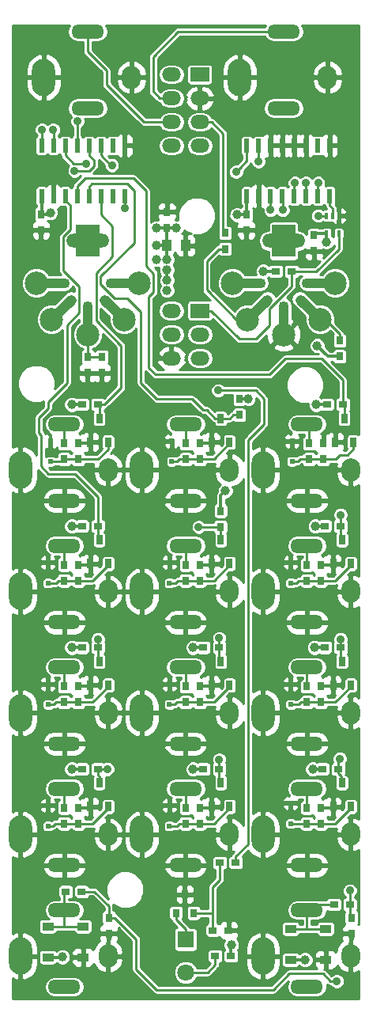
<source format=gbl>
G04 #@! TF.FileFunction,Copper,L4,Bot,Signal*
%FSLAX46Y46*%
G04 Gerber Fmt 4.6, Leading zero omitted, Abs format (unit mm)*
G04 Created by KiCad (PCBNEW 4.0.2-stable) date 2021-01-02 10:32:37 AM*
%MOMM*%
G01*
G04 APERTURE LIST*
%ADD10C,0.200000*%
%ADD11R,1.800000X1.800000*%
%ADD12C,1.800000*%
%ADD13R,0.800000X0.900000*%
%ADD14R,0.900000X0.800000*%
%ADD15R,1.000000X1.250000*%
%ADD16R,1.200000X0.900000*%
%ADD17R,0.500000X0.500000*%
%ADD18R,2.000000X1.500000*%
%ADD19O,2.000000X1.500000*%
%ADD20O,2.500000X4.000000*%
%ADD21O,2.000000X2.500000*%
%ADD22O,3.500000X1.500000*%
%ADD23R,0.701040X1.000760*%
%ADD24R,0.600000X1.500000*%
%ADD25R,0.400000X0.650000*%
%ADD26C,2.500000*%
%ADD27R,2.500000X3.500000*%
%ADD28O,4.600000X1.450000*%
%ADD29O,4.300000X1.100000*%
%ADD30O,1.100000X4.300000*%
%ADD31C,1.100000*%
%ADD32C,1.000000*%
%ADD33C,0.900000*%
%ADD34C,0.250000*%
%ADD35C,0.350000*%
%ADD36C,0.254000*%
G04 APERTURE END LIST*
D10*
D11*
X130500000Y-153250000D03*
D12*
X130500000Y-156750000D03*
D13*
X121500000Y-90900000D03*
X121500000Y-92600000D03*
X115000000Y-75650000D03*
X115000000Y-77350000D03*
X137000000Y-75650000D03*
X137000000Y-77350000D03*
D14*
X133400000Y-152250000D03*
X135100000Y-152250000D03*
D15*
X128500000Y-79000000D03*
X130500000Y-79000000D03*
D13*
X128500000Y-77100000D03*
X128500000Y-75400000D03*
X144250000Y-77900000D03*
X144250000Y-79600000D03*
D16*
X115750000Y-155150000D03*
X115750000Y-151850000D03*
X119500000Y-151850000D03*
X119500000Y-155150000D03*
X141750000Y-155400000D03*
X141750000Y-152100000D03*
X145500000Y-152100000D03*
X145500000Y-155400000D03*
D17*
X116000000Y-102100000D03*
X116000000Y-99900000D03*
D18*
X132020000Y-85960000D03*
D19*
X128980000Y-85960000D03*
X132020000Y-88500000D03*
X128980000Y-88500000D03*
X132020000Y-91040000D03*
X128980000Y-91040000D03*
D20*
X115300000Y-61000000D03*
D21*
X124700000Y-61000000D03*
D22*
X120000000Y-56100000D03*
X120000000Y-64300000D03*
D20*
X136300000Y-61000000D03*
D21*
X145700000Y-61000000D03*
D22*
X141000000Y-56100000D03*
X141000000Y-64300000D03*
D20*
X112800000Y-155000000D03*
D21*
X122200000Y-155000000D03*
D22*
X117500000Y-150100000D03*
X117500000Y-158300000D03*
D20*
X138800000Y-155000000D03*
D21*
X148200000Y-155000000D03*
D22*
X143500000Y-150100000D03*
X143500000Y-158300000D03*
D20*
X112800000Y-103000000D03*
D21*
X122200000Y-103000000D03*
D22*
X117500000Y-98100000D03*
X117500000Y-106300000D03*
D20*
X125800000Y-103000000D03*
D21*
X135200000Y-103000000D03*
D22*
X130500000Y-98100000D03*
X130500000Y-106300000D03*
D20*
X138800000Y-103000000D03*
D21*
X148200000Y-103000000D03*
D22*
X143500000Y-98100000D03*
X143500000Y-106300000D03*
D20*
X112800000Y-116000000D03*
D21*
X122200000Y-116000000D03*
D22*
X117500000Y-111100000D03*
X117500000Y-119300000D03*
D20*
X125800000Y-116000000D03*
D21*
X135200000Y-116000000D03*
D22*
X130500000Y-111100000D03*
X130500000Y-119300000D03*
D20*
X138800000Y-116000000D03*
D21*
X148200000Y-116000000D03*
D22*
X143500000Y-111100000D03*
X143500000Y-119300000D03*
D20*
X112800000Y-129000000D03*
D21*
X122200000Y-129000000D03*
D22*
X117500000Y-124100000D03*
X117500000Y-132300000D03*
D20*
X125800000Y-129000000D03*
D21*
X135200000Y-129000000D03*
D22*
X130500000Y-124100000D03*
X130500000Y-132300000D03*
D20*
X138800000Y-129000000D03*
D21*
X148200000Y-129000000D03*
D22*
X143500000Y-124100000D03*
X143500000Y-132300000D03*
D20*
X112800000Y-142000000D03*
D21*
X122200000Y-142000000D03*
D22*
X117500000Y-137100000D03*
X117500000Y-145300000D03*
D20*
X125800000Y-142000000D03*
D21*
X135200000Y-142000000D03*
D22*
X130500000Y-137100000D03*
X130500000Y-145300000D03*
D20*
X138800000Y-142000000D03*
D21*
X148200000Y-142000000D03*
D22*
X143500000Y-137100000D03*
X143500000Y-145300000D03*
D19*
X128980000Y-68310000D03*
X132020000Y-68310000D03*
D18*
X132020000Y-60690000D03*
D19*
X128980000Y-60690000D03*
X132020000Y-63230000D03*
X128980000Y-63230000D03*
X132020000Y-65770000D03*
X128980000Y-65770000D03*
D23*
X121250000Y-97480000D03*
X120297500Y-100020000D03*
X122202500Y-100020000D03*
X134250000Y-97480000D03*
X133297500Y-100020000D03*
X135202500Y-100020000D03*
X147500000Y-97480000D03*
X146547500Y-100020000D03*
X148452500Y-100020000D03*
X121250000Y-110480000D03*
X120297500Y-113020000D03*
X122202500Y-113020000D03*
X134250000Y-110480000D03*
X133297500Y-113020000D03*
X135202500Y-113020000D03*
X147250000Y-110480000D03*
X146297500Y-113020000D03*
X148202500Y-113020000D03*
X121250000Y-123480000D03*
X120297500Y-126020000D03*
X122202500Y-126020000D03*
X134250000Y-123480000D03*
X133297500Y-126020000D03*
X135202500Y-126020000D03*
X147250000Y-123480000D03*
X146297500Y-126020000D03*
X148202500Y-126020000D03*
X121250000Y-136480000D03*
X120297500Y-139020000D03*
X122202500Y-139020000D03*
X134250000Y-136480000D03*
X133297500Y-139020000D03*
X135202500Y-139020000D03*
X147250000Y-136480000D03*
X146297500Y-139020000D03*
X148202500Y-139020000D03*
D13*
X131350000Y-150400000D03*
X129450000Y-150400000D03*
X130400000Y-148400000D03*
X134750000Y-79350000D03*
X134750000Y-77650000D03*
X120000000Y-92600000D03*
X120000000Y-90900000D03*
X147000000Y-89150000D03*
X147000000Y-90850000D03*
D14*
X117650000Y-148100000D03*
X119350000Y-148100000D03*
X146400000Y-149500000D03*
X148100000Y-149500000D03*
D13*
X117500000Y-100150000D03*
X117500000Y-101850000D03*
X130500000Y-100150000D03*
X130500000Y-101850000D03*
X143750000Y-100150000D03*
X143750000Y-101850000D03*
X117500000Y-113150000D03*
X117500000Y-114850000D03*
X119000000Y-101850000D03*
X119000000Y-100150000D03*
X132000000Y-101850000D03*
X132000000Y-100150000D03*
X145250000Y-101850000D03*
X145250000Y-100150000D03*
X119000000Y-114850000D03*
X119000000Y-113150000D03*
D14*
X119400000Y-96000000D03*
X121100000Y-96000000D03*
D13*
X136250000Y-95400000D03*
X136250000Y-97100000D03*
D14*
X145650000Y-96000000D03*
X147350000Y-96000000D03*
X119400000Y-109000000D03*
X121100000Y-109000000D03*
D13*
X130500000Y-113150000D03*
X130500000Y-114850000D03*
X143500000Y-113150000D03*
X143500000Y-114850000D03*
X117500000Y-126150000D03*
X117500000Y-127850000D03*
X130500000Y-126150000D03*
X130500000Y-127850000D03*
X132000000Y-114850000D03*
X132000000Y-113150000D03*
X145000000Y-114850000D03*
X145000000Y-113150000D03*
X119000000Y-127850000D03*
X119000000Y-126150000D03*
X132000000Y-127850000D03*
X132000000Y-126150000D03*
X134250000Y-107400000D03*
X134250000Y-109100000D03*
D14*
X145400000Y-109000000D03*
X147100000Y-109000000D03*
X119400000Y-122000000D03*
X121100000Y-122000000D03*
X132400000Y-122000000D03*
X134100000Y-122000000D03*
D13*
X143500000Y-126150000D03*
X143500000Y-127850000D03*
X117500000Y-139150000D03*
X117500000Y-140850000D03*
X130500000Y-139150000D03*
X130500000Y-140850000D03*
X143500000Y-139150000D03*
X143500000Y-140850000D03*
X145000000Y-127850000D03*
X145000000Y-126150000D03*
X119000000Y-140850000D03*
X119000000Y-139150000D03*
X132000000Y-140850000D03*
X132000000Y-139150000D03*
X145000000Y-140850000D03*
X145000000Y-139150000D03*
D14*
X145400000Y-122000000D03*
X147100000Y-122000000D03*
X119400000Y-135000000D03*
X121100000Y-135000000D03*
X132400000Y-135000000D03*
X134100000Y-135000000D03*
X145150000Y-135000000D03*
X146850000Y-135000000D03*
D13*
X122250000Y-150900000D03*
X122250000Y-152600000D03*
X148250000Y-150900000D03*
X148250000Y-152600000D03*
D14*
X140150000Y-81750000D03*
X141850000Y-81750000D03*
X134150000Y-145000000D03*
X135850000Y-145000000D03*
X135350000Y-155000000D03*
X133650000Y-155000000D03*
D24*
X115055000Y-68300000D03*
X116325000Y-68300000D03*
X117595000Y-68300000D03*
X118865000Y-68300000D03*
X120135000Y-68300000D03*
X121405000Y-68300000D03*
X122675000Y-68300000D03*
X123945000Y-68300000D03*
X123945000Y-73700000D03*
X122675000Y-73700000D03*
X121405000Y-73700000D03*
X120135000Y-73700000D03*
X118865000Y-73700000D03*
X117595000Y-73700000D03*
X116325000Y-73700000D03*
X115055000Y-73700000D03*
X137055000Y-68300000D03*
X138325000Y-68300000D03*
X139595000Y-68300000D03*
X140865000Y-68300000D03*
X142135000Y-68300000D03*
X143405000Y-68300000D03*
X144675000Y-68300000D03*
X145945000Y-68300000D03*
X145945000Y-73700000D03*
X144675000Y-73700000D03*
X143405000Y-73700000D03*
X142135000Y-73700000D03*
X140865000Y-73700000D03*
X139595000Y-73700000D03*
X138325000Y-73700000D03*
X137055000Y-73700000D03*
D25*
X145600000Y-75800000D03*
X146900000Y-75800000D03*
X146250000Y-75800000D03*
X146900000Y-77700000D03*
X145600000Y-77700000D03*
D17*
X141750000Y-140850000D03*
X141750000Y-138650000D03*
X128750000Y-141100000D03*
X128750000Y-138900000D03*
X115750000Y-141100000D03*
X115750000Y-138900000D03*
X141750000Y-128100000D03*
X141750000Y-125900000D03*
X128750000Y-128100000D03*
X128750000Y-125900000D03*
X115750000Y-128100000D03*
X115750000Y-125900000D03*
X141750000Y-115100000D03*
X141750000Y-112900000D03*
X128750000Y-115100000D03*
X128750000Y-112900000D03*
X115750000Y-115100000D03*
X115750000Y-112900000D03*
X141900000Y-102100000D03*
X141900000Y-99900000D03*
X129000000Y-102100000D03*
X129000000Y-99900000D03*
D26*
X114500000Y-83000000D03*
X125500000Y-83000000D03*
X120000000Y-88500000D03*
D27*
X120000000Y-78500000D03*
D26*
X116110000Y-86890000D03*
X123890000Y-86890000D03*
D28*
X120000000Y-78500000D03*
D29*
X115900000Y-83000000D03*
X124100000Y-83000000D03*
D30*
X120000000Y-87100000D03*
D31*
X115968629Y-87031371D02*
X118231371Y-84768629D01*
X121768629Y-84768629D02*
X124031371Y-87031371D01*
D26*
X135500000Y-83000000D03*
X146500000Y-83000000D03*
X141000000Y-88500000D03*
D27*
X141000000Y-78500000D03*
D26*
X137110000Y-86890000D03*
X144890000Y-86890000D03*
D28*
X141000000Y-78500000D03*
D29*
X136900000Y-83000000D03*
X145100000Y-83000000D03*
D30*
X141000000Y-87100000D03*
D31*
X136968629Y-87031371D02*
X139231371Y-84768629D01*
X142768629Y-84768629D02*
X145031371Y-87031371D01*
D32*
X116875020Y-96045933D03*
X125300000Y-68300000D03*
X116600000Y-77300000D03*
X138400000Y-77300000D03*
X116300000Y-72100000D03*
X144600000Y-89700000D03*
X138815298Y-81738805D03*
X145600000Y-78600000D03*
X127400000Y-80500000D03*
X129500000Y-77100000D03*
X127400000Y-77100000D03*
X134750000Y-105250000D03*
X128502485Y-83774980D03*
X116000000Y-75500000D03*
X144100000Y-135000000D03*
X131300000Y-135000000D03*
X118300000Y-135000000D03*
X144300000Y-122000000D03*
X131300000Y-122000000D03*
X118300000Y-122000000D03*
X144400000Y-109000000D03*
X118300000Y-109000000D03*
X137200000Y-95400000D03*
X144500000Y-96000000D03*
X118300000Y-96000000D03*
X143300000Y-155400000D03*
X135400000Y-153800000D03*
X117300000Y-155100000D03*
X128500000Y-82700000D03*
X128500000Y-81600000D03*
X128500000Y-80500000D03*
X127400000Y-79000000D03*
X136000000Y-75700000D03*
D33*
X134000000Y-94499996D03*
X138300002Y-70000000D03*
X116300000Y-66600000D03*
X135900000Y-71100000D03*
X115100000Y-66600000D03*
X144700000Y-75800000D03*
X146700000Y-157700000D03*
X148100000Y-148000000D03*
X119800000Y-70225031D03*
X131900000Y-109100000D03*
X118900000Y-65700000D03*
X147100000Y-107800000D03*
X118600000Y-71000051D03*
X121100000Y-121100008D03*
X122600000Y-70400000D03*
X134100002Y-121000000D03*
X143400000Y-72300000D03*
X147100000Y-121100000D03*
X142200000Y-72300000D03*
X122100000Y-135000000D03*
X140900000Y-75200000D03*
X134100000Y-134000000D03*
X147025031Y-133900000D03*
X139600000Y-75200000D03*
X144700000Y-72299998D03*
X124000000Y-75000000D03*
D34*
X143750000Y-85750000D02*
X144890000Y-86890000D01*
X121500000Y-90900000D02*
X120000000Y-90900000D01*
X120000000Y-90900000D02*
X120000000Y-88500000D01*
D35*
X116375021Y-96545932D02*
X116875020Y-96045933D01*
X116000000Y-99261715D02*
X115324990Y-98586705D01*
X115324990Y-98586705D02*
X115324990Y-97613295D01*
X116375021Y-96563264D02*
X116375021Y-96545932D01*
X116000000Y-99900000D02*
X116000000Y-99261715D01*
X115324990Y-97613295D02*
X116375021Y-96563264D01*
X123945000Y-68300000D02*
X125300000Y-68300000D01*
X128900000Y-84700000D02*
X130500000Y-83100000D01*
X130500000Y-83100000D02*
X130500000Y-79000000D01*
X128200000Y-84700000D02*
X128900000Y-84700000D01*
X127554990Y-85345010D02*
X128200000Y-84700000D01*
X127554990Y-90654990D02*
X127554990Y-85345010D01*
X127940000Y-91040000D02*
X127554990Y-90654990D01*
X129230000Y-91040000D02*
X127940000Y-91040000D01*
X115000000Y-77350000D02*
X116550000Y-77350000D01*
X116550000Y-77350000D02*
X116600000Y-77300000D01*
X119000000Y-100150000D02*
X120167500Y-100150000D01*
X120167500Y-100150000D02*
X120297500Y-100020000D01*
X132000000Y-100150000D02*
X133167500Y-100150000D01*
X133167500Y-100150000D02*
X133297500Y-100020000D01*
X137000000Y-77350000D02*
X138350000Y-77350000D01*
X138350000Y-77350000D02*
X138400000Y-77300000D01*
X116325000Y-73700000D02*
X116325000Y-72125000D01*
X116325000Y-72125000D02*
X116300000Y-72100000D01*
X119000000Y-139150000D02*
X120167500Y-139150000D01*
X120167500Y-139150000D02*
X120297500Y-139020000D01*
X132000000Y-139150000D02*
X133167500Y-139150000D01*
X133167500Y-139150000D02*
X133297500Y-139020000D01*
X145000000Y-139150000D02*
X146167500Y-139150000D01*
X146167500Y-139150000D02*
X146297500Y-139020000D01*
X145000000Y-126150000D02*
X146167500Y-126150000D01*
X146167500Y-126150000D02*
X146297500Y-126020000D01*
X132000000Y-126150000D02*
X133167500Y-126150000D01*
X133167500Y-126150000D02*
X133297500Y-126020000D01*
X119000000Y-126150000D02*
X120167500Y-126150000D01*
X120167500Y-126150000D02*
X120297500Y-126020000D01*
X119000000Y-113150000D02*
X120167500Y-113150000D01*
X120167500Y-113150000D02*
X120297500Y-113020000D01*
X132000000Y-113150000D02*
X133167500Y-113150000D01*
X133167500Y-113150000D02*
X133297500Y-113020000D01*
X145000000Y-113150000D02*
X146167500Y-113150000D01*
X146167500Y-113150000D02*
X146297500Y-113020000D01*
X147000000Y-90850000D02*
X145750000Y-90850000D01*
X145750000Y-90850000D02*
X144600000Y-89700000D01*
X140150000Y-81750000D02*
X138826493Y-81750000D01*
X138826493Y-81750000D02*
X138815298Y-81738805D01*
X145600000Y-77700000D02*
X145600000Y-78600000D01*
X145600000Y-77700000D02*
X144450000Y-77700000D01*
X144450000Y-77700000D02*
X144250000Y-77900000D01*
X128500000Y-77100000D02*
X129500000Y-77100000D01*
X128500000Y-77100000D02*
X127400000Y-77100000D01*
X128500000Y-79000000D02*
X128500000Y-77100000D01*
X134250000Y-107400000D02*
X134250000Y-105750000D01*
X134250000Y-105750000D02*
X134750000Y-105250000D01*
X115850000Y-75650000D02*
X116000000Y-75500000D01*
X115000000Y-75650000D02*
X115850000Y-75650000D01*
X145150000Y-135000000D02*
X144100000Y-135000000D01*
X132400000Y-135000000D02*
X131300000Y-135000000D01*
X119400000Y-135000000D02*
X118300000Y-135000000D01*
X145400000Y-122000000D02*
X144300000Y-122000000D01*
X132400000Y-122000000D02*
X131300000Y-122000000D01*
X119400000Y-122000000D02*
X118300000Y-122000000D01*
X145400000Y-109000000D02*
X144400000Y-109000000D01*
X119400000Y-109000000D02*
X118300000Y-109000000D01*
X136250000Y-95400000D02*
X137200000Y-95400000D01*
X145650000Y-96000000D02*
X144500000Y-96000000D01*
X119400000Y-96000000D02*
X118300000Y-96000000D01*
X141750000Y-155400000D02*
X143300000Y-155400000D01*
X135350000Y-155000000D02*
X135350000Y-153850000D01*
X135350000Y-153850000D02*
X135400000Y-153800000D01*
X115750000Y-155150000D02*
X117250000Y-155150000D01*
X117250000Y-155150000D02*
X117300000Y-155100000D01*
X128500000Y-81600000D02*
X128500000Y-82700000D01*
X128500000Y-79000000D02*
X128500000Y-80500000D01*
X128500000Y-79000000D02*
X127400000Y-79000000D01*
X128500000Y-77350000D02*
X128400000Y-77250000D01*
X137000000Y-75650000D02*
X136050000Y-75650000D01*
X136050000Y-75650000D02*
X136000000Y-75700000D01*
X137055000Y-73700000D02*
X137055000Y-75595000D01*
X137055000Y-75595000D02*
X137000000Y-75650000D01*
X115055000Y-73700000D02*
X115055000Y-75595000D01*
X115055000Y-75595000D02*
X115000000Y-75650000D01*
D34*
X133400000Y-147600000D02*
X133400000Y-150400000D01*
X133400000Y-150400000D02*
X133400000Y-152250000D01*
X131350000Y-150400000D02*
X133400000Y-150400000D01*
X134150000Y-146850000D02*
X133400000Y-147600000D01*
X134150000Y-145000000D02*
X134150000Y-146850000D01*
X134047500Y-145102500D02*
X134150000Y-145000000D01*
X117500000Y-150100000D02*
X117500000Y-148250000D01*
X117500000Y-148250000D02*
X117650000Y-148100000D01*
X118650000Y-151850000D02*
X117500000Y-151850000D01*
X117500000Y-151850000D02*
X115750000Y-151850000D01*
X117500000Y-150100000D02*
X117500000Y-151850000D01*
X118100000Y-149500000D02*
X117500000Y-150100000D01*
X119500000Y-151850000D02*
X118650000Y-151850000D01*
X146400000Y-149500000D02*
X144100000Y-149500000D01*
X144100000Y-149500000D02*
X143500000Y-150100000D01*
X142600000Y-152100000D02*
X143500000Y-152100000D01*
X143500000Y-152100000D02*
X145500000Y-152100000D01*
X143500000Y-150100000D02*
X143500000Y-152100000D01*
X141750000Y-152100000D02*
X142600000Y-152100000D01*
X116000000Y-102100000D02*
X117250000Y-102100000D01*
X117250000Y-102100000D02*
X117500000Y-101850000D01*
X119000000Y-101850000D02*
X117500000Y-101850000D01*
X122202500Y-100020000D02*
X122202500Y-100770380D01*
X122202500Y-100770380D02*
X121122880Y-101850000D01*
X121122880Y-101850000D02*
X119650000Y-101850000D01*
X119650000Y-101850000D02*
X119000000Y-101850000D01*
X129000000Y-102100000D02*
X129600000Y-102100000D01*
X129600000Y-102100000D02*
X129850000Y-101850000D01*
X129850000Y-101850000D02*
X130500000Y-101850000D01*
X130500000Y-101850000D02*
X132000000Y-101850000D01*
X135202500Y-100020000D02*
X135202500Y-100169860D01*
X135202500Y-100169860D02*
X133522360Y-101850000D01*
X133522360Y-101850000D02*
X132650000Y-101850000D01*
X132650000Y-101850000D02*
X132000000Y-101850000D01*
X148452500Y-100020000D02*
X148452500Y-100747500D01*
X148452500Y-100747500D02*
X147825010Y-101374990D01*
X146550000Y-101850000D02*
X145900000Y-101850000D01*
X147825010Y-101374990D02*
X147025010Y-101374990D01*
X147025010Y-101374990D02*
X146550000Y-101850000D01*
X145900000Y-101850000D02*
X145250000Y-101850000D01*
X142750000Y-101850000D02*
X142500000Y-102100000D01*
X142500000Y-102100000D02*
X141900000Y-102100000D01*
X143750000Y-101850000D02*
X142750000Y-101850000D01*
X143750000Y-101850000D02*
X145250000Y-101850000D01*
X116600000Y-115100000D02*
X115750000Y-115100000D01*
X117500000Y-114850000D02*
X116850000Y-114850000D01*
X116850000Y-114850000D02*
X116600000Y-115100000D01*
X119000000Y-114850000D02*
X117500000Y-114850000D01*
X122202500Y-113020000D02*
X122202500Y-113169860D01*
X122202500Y-113169860D02*
X120522360Y-114850000D01*
X120522360Y-114850000D02*
X119650000Y-114850000D01*
X119650000Y-114850000D02*
X119000000Y-114850000D01*
X128750000Y-115100000D02*
X129400000Y-115100000D01*
X129400000Y-115100000D02*
X129650000Y-114850000D01*
X129650000Y-114850000D02*
X130500000Y-114850000D01*
X132000000Y-114850000D02*
X130500000Y-114850000D01*
X135202500Y-113020000D02*
X135202500Y-113169860D01*
X135202500Y-113169860D02*
X133522360Y-114850000D01*
X133522360Y-114850000D02*
X132650000Y-114850000D01*
X132650000Y-114850000D02*
X132000000Y-114850000D01*
X142650000Y-114850000D02*
X142400000Y-115100000D01*
X142400000Y-115100000D02*
X141750000Y-115100000D01*
X143500000Y-114850000D02*
X142650000Y-114850000D01*
X145000000Y-114850000D02*
X143500000Y-114850000D01*
X148202500Y-113020000D02*
X148202500Y-113169860D01*
X148202500Y-113169860D02*
X146522360Y-114850000D01*
X146522360Y-114850000D02*
X145000000Y-114850000D01*
X116650000Y-127850000D02*
X116400000Y-128100000D01*
X116400000Y-128100000D02*
X115750000Y-128100000D01*
X117500000Y-127850000D02*
X116650000Y-127850000D01*
X119000000Y-127850000D02*
X117500000Y-127850000D01*
X122202500Y-126020000D02*
X122202500Y-126169860D01*
X122202500Y-126169860D02*
X120522360Y-127850000D01*
X120522360Y-127850000D02*
X119650000Y-127850000D01*
X119650000Y-127850000D02*
X119000000Y-127850000D01*
X129550000Y-127850000D02*
X129300000Y-128100000D01*
X129300000Y-128100000D02*
X128750000Y-128100000D01*
X130500000Y-127850000D02*
X129550000Y-127850000D01*
X132000000Y-127850000D02*
X130500000Y-127850000D01*
X135202500Y-126020000D02*
X135202500Y-126169860D01*
X135202500Y-126169860D02*
X133522360Y-127850000D01*
X133522360Y-127850000D02*
X132650000Y-127850000D01*
X132650000Y-127850000D02*
X132000000Y-127850000D01*
X142600000Y-128100000D02*
X141750000Y-128100000D01*
X143500000Y-127850000D02*
X142850000Y-127850000D01*
X142850000Y-127850000D02*
X142600000Y-128100000D01*
X145000000Y-127850000D02*
X143500000Y-127850000D01*
X148202500Y-126020000D02*
X148202500Y-126169860D01*
X148202500Y-126169860D02*
X146522360Y-127850000D01*
X146522360Y-127850000D02*
X145650000Y-127850000D01*
X145650000Y-127850000D02*
X145000000Y-127850000D01*
X115750000Y-141100000D02*
X116250000Y-141100000D01*
X116250000Y-141100000D02*
X116500000Y-140850000D01*
X116500000Y-140850000D02*
X117500000Y-140850000D01*
X119000000Y-140850000D02*
X117500000Y-140850000D01*
X122202500Y-139020000D02*
X122202500Y-139169860D01*
X122202500Y-139169860D02*
X120522360Y-140850000D01*
X120522360Y-140850000D02*
X119000000Y-140850000D01*
X129600000Y-141100000D02*
X128750000Y-141100000D01*
X130500000Y-140850000D02*
X129850000Y-140850000D01*
X129850000Y-140850000D02*
X129600000Y-141100000D01*
X132000000Y-140850000D02*
X130500000Y-140850000D01*
X135202500Y-139020000D02*
X135202500Y-139169860D01*
X133522360Y-140850000D02*
X132650000Y-140850000D01*
X135202500Y-139169860D02*
X133522360Y-140850000D01*
X132650000Y-140850000D02*
X132000000Y-140850000D01*
X143500000Y-140850000D02*
X141750000Y-140850000D01*
X145000000Y-140850000D02*
X143500000Y-140850000D01*
X148202500Y-139020000D02*
X148202500Y-139169860D01*
X148202500Y-139169860D02*
X146522360Y-140850000D01*
X146522360Y-140850000D02*
X145650000Y-140850000D01*
X145650000Y-140850000D02*
X145000000Y-140850000D01*
X141850000Y-81750000D02*
X141850000Y-83387454D01*
X141850000Y-83387454D02*
X139500000Y-85737454D01*
X139500000Y-85737454D02*
X139500000Y-87500000D01*
X139500000Y-87500000D02*
X138000000Y-89000000D01*
X138000000Y-89000000D02*
X136250000Y-89000000D01*
X136250000Y-89000000D02*
X133210000Y-85960000D01*
X133210000Y-85960000D02*
X131770000Y-85960000D01*
X146900000Y-79350000D02*
X144500000Y-81750000D01*
X144500000Y-81750000D02*
X141850000Y-81750000D01*
X146900000Y-77700000D02*
X146900000Y-79350000D01*
X135850000Y-144350000D02*
X137174990Y-143025010D01*
X137174990Y-143025010D02*
X137174990Y-99825010D01*
X137174990Y-99825010D02*
X138900000Y-98100000D01*
X134636396Y-94499996D02*
X134000000Y-94499996D01*
X138900000Y-95400000D02*
X137999996Y-94499996D01*
X135850000Y-145000000D02*
X135850000Y-144350000D01*
X138900000Y-98100000D02*
X138900000Y-95400000D01*
X137999996Y-94499996D02*
X134636396Y-94499996D01*
X138325000Y-69975002D02*
X138300002Y-70000000D01*
X138325000Y-68300000D02*
X138325000Y-69975002D01*
X116325000Y-68300000D02*
X116325000Y-66625000D01*
X116325000Y-66625000D02*
X116300000Y-66600000D01*
X136349999Y-70650001D02*
X135900000Y-71100000D01*
X137055000Y-69945000D02*
X136349999Y-70650001D01*
X137055000Y-68300000D02*
X137055000Y-69945000D01*
X115100000Y-66600000D02*
X115100000Y-68255000D01*
X115100000Y-68255000D02*
X115055000Y-68300000D01*
X120000000Y-56100000D02*
X120000000Y-58250000D01*
X120000000Y-58250000D02*
X122000000Y-60250000D01*
X122000000Y-60250000D02*
X122000000Y-61750000D01*
X122000000Y-61750000D02*
X126020000Y-65770000D01*
X126020000Y-65770000D02*
X129230000Y-65770000D01*
X145600000Y-75800000D02*
X144700000Y-75800000D01*
X141000000Y-56100000D02*
X129700000Y-56100000D01*
X129700000Y-56100000D02*
X127000000Y-58800000D01*
X127000000Y-58800000D02*
X127000000Y-62500000D01*
X127000000Y-62500000D02*
X127730000Y-63230000D01*
X127730000Y-63230000D02*
X129230000Y-63230000D01*
X117500000Y-100150000D02*
X117500000Y-98100000D01*
X130500000Y-100150000D02*
X130500000Y-98100000D01*
X143750000Y-100150000D02*
X143750000Y-98350000D01*
X143750000Y-98350000D02*
X143500000Y-98100000D01*
X117500000Y-113150000D02*
X117500000Y-111100000D01*
X130500000Y-113150000D02*
X130500000Y-111100000D01*
X143500000Y-113150000D02*
X143500000Y-111100000D01*
X117500000Y-126150000D02*
X117500000Y-124100000D01*
X130500000Y-126150000D02*
X130500000Y-124100000D01*
X143500000Y-126150000D02*
X143500000Y-124100000D01*
X117500000Y-139150000D02*
X117500000Y-137100000D01*
X130500000Y-139150000D02*
X130500000Y-137100000D01*
X143500000Y-139150000D02*
X143500000Y-137100000D01*
X122250000Y-150900000D02*
X122900000Y-150900000D01*
X122900000Y-150900000D02*
X125200000Y-153200000D01*
X125200000Y-156400000D02*
X127400000Y-158600000D01*
X125200000Y-153200000D02*
X125200000Y-156400000D01*
X139900000Y-158600000D02*
X141600000Y-156900000D01*
X127400000Y-158600000D02*
X139900000Y-158600000D01*
X146000000Y-157700000D02*
X146700000Y-157700000D01*
X141600000Y-156900000D02*
X145200000Y-156900000D01*
X145200000Y-156900000D02*
X146000000Y-157700000D01*
X119350000Y-148100000D02*
X120700000Y-148100000D01*
X120700000Y-148100000D02*
X122250000Y-149650000D01*
X122250000Y-149650000D02*
X122250000Y-150900000D01*
X148100000Y-149500000D02*
X148100000Y-148000000D01*
X148100000Y-149500000D02*
X148100000Y-150750000D01*
X148100000Y-150750000D02*
X148250000Y-150900000D01*
X134750000Y-77650000D02*
X134500000Y-77400000D01*
X133270000Y-65770000D02*
X131770000Y-65770000D01*
X134500000Y-77400000D02*
X134500000Y-67000000D01*
X134500000Y-67000000D02*
X133270000Y-65770000D01*
X121100000Y-96000000D02*
X121800000Y-96000000D01*
X121800000Y-96000000D02*
X123600000Y-94200000D01*
X123600000Y-94200000D02*
X123600000Y-89700000D01*
X123600000Y-89700000D02*
X120895712Y-86995712D01*
X120895712Y-86995712D02*
X120895712Y-81904288D01*
X120895712Y-81904288D02*
X122625010Y-80174990D01*
X122625010Y-80174990D02*
X122625010Y-76925010D01*
X122625010Y-76925010D02*
X121405000Y-75705000D01*
X121405000Y-75705000D02*
X121405000Y-73700000D01*
X121250000Y-97480000D02*
X121250000Y-96150000D01*
X121250000Y-96150000D02*
X121100000Y-96000000D01*
X125000000Y-73119998D02*
X125000000Y-78700000D01*
X132769480Y-96600000D02*
X133649480Y-97480000D01*
X120135000Y-73700000D02*
X120135000Y-72665000D01*
X120135000Y-72665000D02*
X120400000Y-72400000D01*
X131170273Y-95400000D02*
X132370273Y-96600000D01*
X133649480Y-97480000D02*
X134250000Y-97480000D01*
X120400000Y-72400000D02*
X124280002Y-72400000D01*
X124280002Y-72400000D02*
X125000000Y-73119998D01*
X125000000Y-78700000D02*
X121400000Y-82300000D01*
X127400000Y-95400000D02*
X131170273Y-95400000D01*
X122862549Y-84600000D02*
X124200000Y-84600000D01*
X121400000Y-82300000D02*
X121400000Y-83137451D01*
X121400000Y-83137451D02*
X122862549Y-84600000D01*
X124200000Y-84600000D02*
X125700000Y-86100000D01*
X125700000Y-86100000D02*
X125700000Y-93700000D01*
X125700000Y-93700000D02*
X127400000Y-95400000D01*
X132370273Y-96600000D02*
X132769480Y-96600000D01*
X136250000Y-97100000D02*
X135600000Y-97100000D01*
X135600000Y-97100000D02*
X135220000Y-97480000D01*
X135220000Y-97480000D02*
X134250000Y-97480000D01*
X118865000Y-73700000D02*
X118865000Y-72635000D01*
X127075001Y-81975001D02*
X127075001Y-83924999D01*
X118865000Y-72635000D02*
X119724999Y-71775001D01*
X127075001Y-83924999D02*
X126549989Y-84450011D01*
X119724999Y-71775001D02*
X124875001Y-71775001D01*
X124875001Y-71775001D02*
X126256001Y-73156001D01*
X141200000Y-91100000D02*
X145100000Y-91100000D01*
X126256001Y-73156001D02*
X126256001Y-81156001D01*
X126256001Y-81156001D02*
X127075001Y-81975001D01*
X147350000Y-93350000D02*
X147350000Y-96000000D01*
X126549989Y-84450011D02*
X126549989Y-92049989D01*
X126549989Y-92049989D02*
X127300000Y-92800000D01*
X127300000Y-92800000D02*
X139500000Y-92800000D01*
X139500000Y-92800000D02*
X141200000Y-91100000D01*
X145100000Y-91100000D02*
X147350000Y-93350000D01*
X147500000Y-97480000D02*
X147500000Y-96150000D01*
X147500000Y-96150000D02*
X147350000Y-96000000D01*
X117595000Y-73700000D02*
X117595000Y-74150000D01*
X118145000Y-74700000D02*
X118145000Y-77295062D01*
X117595000Y-74150000D02*
X118145000Y-74700000D01*
X117800000Y-87500000D02*
X117800000Y-93700000D01*
X118145000Y-77295062D02*
X117374990Y-78065072D01*
X117374990Y-78065072D02*
X117374990Y-81637539D01*
X119104288Y-83366837D02*
X119104288Y-86195712D01*
X117374990Y-81637539D02*
X119104288Y-83366837D01*
X119104288Y-86195712D02*
X117800000Y-87500000D01*
X121100000Y-105850000D02*
X121100000Y-109000000D01*
X117800000Y-93700000D02*
X115750000Y-95750000D01*
X115000000Y-102600000D02*
X115800000Y-103400000D01*
X115750000Y-95750000D02*
X115750000Y-96410452D01*
X115750000Y-96410452D02*
X114774979Y-97385473D01*
X115000000Y-99250000D02*
X115000000Y-102600000D01*
X114774979Y-97385473D02*
X114774979Y-99024979D01*
X114774979Y-99024979D02*
X115000000Y-99250000D01*
X115800000Y-103400000D02*
X118650000Y-103400000D01*
X118650000Y-103400000D02*
X121100000Y-105850000D01*
X121100000Y-109000000D02*
X121100000Y-110330000D01*
X121100000Y-110330000D02*
X121250000Y-110480000D01*
X117595000Y-68300000D02*
X117595000Y-69345000D01*
X117595000Y-69345000D02*
X118475031Y-70225031D01*
X118475031Y-70225031D02*
X119163604Y-70225031D01*
X119163604Y-70225031D02*
X119800000Y-70225031D01*
X134250000Y-109100000D02*
X131900000Y-109100000D01*
X134250000Y-109100000D02*
X134250000Y-110480000D01*
X118865000Y-68300000D02*
X118865000Y-65735000D01*
X118865000Y-65735000D02*
X118900000Y-65700000D01*
X147100000Y-109000000D02*
X147100000Y-107800000D01*
X147100000Y-109000000D02*
X147100000Y-110330000D01*
X147100000Y-110330000D02*
X147250000Y-110480000D01*
X120135000Y-68300000D02*
X120135000Y-69335000D01*
X120135000Y-69335000D02*
X120685000Y-69885000D01*
X120685000Y-69885000D02*
X120685000Y-70462004D01*
X120685000Y-70462004D02*
X120146953Y-71000051D01*
X120146953Y-71000051D02*
X119236396Y-71000051D01*
X119236396Y-71000051D02*
X118600000Y-71000051D01*
X121100000Y-122000000D02*
X121100000Y-123330000D01*
X121100000Y-123330000D02*
X121250000Y-123480000D01*
X121100000Y-122000000D02*
X121100000Y-121100008D01*
X121405000Y-68300000D02*
X121405000Y-69305000D01*
X121405000Y-69305000D02*
X122500000Y-70400000D01*
X122500000Y-70400000D02*
X122600000Y-70400000D01*
X134100000Y-122000000D02*
X134100000Y-121000002D01*
X134100000Y-121000002D02*
X134100002Y-121000000D01*
X121400000Y-68305000D02*
X121405000Y-68300000D01*
X134100000Y-122000000D02*
X134100000Y-123330000D01*
X134100000Y-123330000D02*
X134250000Y-123480000D01*
X143405000Y-73700000D02*
X143405000Y-72305000D01*
X143405000Y-72305000D02*
X143400000Y-72300000D01*
X147100000Y-122000000D02*
X147100000Y-123330000D01*
X147100000Y-123330000D02*
X147250000Y-123480000D01*
X147100000Y-122000000D02*
X147100000Y-121100000D01*
X142135000Y-72365000D02*
X142200000Y-72300000D01*
X142135000Y-73700000D02*
X142135000Y-72365000D01*
X121300000Y-135850000D02*
X121300000Y-136430000D01*
X121300000Y-136430000D02*
X121250000Y-136480000D01*
X121100000Y-135000000D02*
X121100000Y-135650000D01*
X121100000Y-135650000D02*
X121300000Y-135850000D01*
X122100000Y-135000000D02*
X121100000Y-135000000D01*
X134100000Y-135000000D02*
X134100000Y-136330000D01*
X134100000Y-136330000D02*
X134250000Y-136480000D01*
X140900000Y-75200000D02*
X140900000Y-73735000D01*
X140900000Y-73735000D02*
X140865000Y-73700000D01*
X134100000Y-135000000D02*
X134100000Y-134000000D01*
X146850000Y-134075031D02*
X147025031Y-133900000D01*
X146850000Y-135000000D02*
X146850000Y-134075031D01*
X146850000Y-135000000D02*
X146850000Y-135450000D01*
X146850000Y-135450000D02*
X147200000Y-135800000D01*
X147200000Y-135800000D02*
X147200000Y-136430000D01*
X147200000Y-136430000D02*
X147250000Y-136480000D01*
X139595000Y-73700000D02*
X139595000Y-75195000D01*
X139595000Y-75195000D02*
X139600000Y-75200000D01*
X134750000Y-79350000D02*
X134100000Y-79350000D01*
X134100000Y-79350000D02*
X132750000Y-80700000D01*
X132750000Y-80700000D02*
X132750000Y-83750000D01*
X132750000Y-83750000D02*
X135890000Y-86890000D01*
X135890000Y-86890000D02*
X136095712Y-86890000D01*
X134750000Y-79350000D02*
X134850000Y-79250000D01*
X137700000Y-86300000D02*
X137110000Y-86890000D01*
X147000000Y-89150000D02*
X147000000Y-88450000D01*
X147000000Y-88450000D02*
X145904288Y-87354288D01*
X144675000Y-72324998D02*
X144700000Y-72299998D01*
X144675000Y-73700000D02*
X144675000Y-72324998D01*
X123945000Y-73700000D02*
X123945000Y-74945000D01*
X123945000Y-74945000D02*
X124000000Y-75000000D01*
X145945000Y-73700000D02*
X145945000Y-74700000D01*
X145945000Y-74700000D02*
X146250000Y-75005000D01*
X146250000Y-75005000D02*
X146250000Y-75800000D01*
X130500000Y-152150000D02*
X130500000Y-153250000D01*
X129450000Y-150400000D02*
X129450000Y-151100000D01*
X129450000Y-151100000D02*
X130500000Y-152150000D01*
X133650000Y-155000000D02*
X133650000Y-155950000D01*
X133650000Y-155950000D02*
X132850000Y-156750000D01*
X132850000Y-156750000D02*
X130500000Y-156750000D01*
D36*
G36*
X117913343Y-55667185D02*
X117827251Y-56100000D01*
X117913343Y-56532815D01*
X118158513Y-56899738D01*
X118525436Y-57144908D01*
X118958251Y-57231000D01*
X119494000Y-57231000D01*
X119494000Y-58250000D01*
X119532517Y-58443638D01*
X119642204Y-58607796D01*
X121494000Y-60459592D01*
X121494000Y-61750000D01*
X121532517Y-61943638D01*
X121642204Y-62107796D01*
X125662204Y-66127796D01*
X125826362Y-66237483D01*
X126020000Y-66276000D01*
X127706938Y-66276000D01*
X127903207Y-66569738D01*
X128270130Y-66814908D01*
X128702945Y-66901000D01*
X129257055Y-66901000D01*
X129689870Y-66814908D01*
X130056793Y-66569738D01*
X130301963Y-66202815D01*
X130388055Y-65770000D01*
X130611945Y-65770000D01*
X130698037Y-66202815D01*
X130943207Y-66569738D01*
X131310130Y-66814908D01*
X131742945Y-66901000D01*
X132297055Y-66901000D01*
X132729870Y-66814908D01*
X133096793Y-66569738D01*
X133199874Y-66415466D01*
X133994000Y-67209592D01*
X133994000Y-77046145D01*
X133992141Y-77048866D01*
X133961536Y-77200000D01*
X133961536Y-78100000D01*
X133988103Y-78241190D01*
X134071546Y-78370865D01*
X134198866Y-78457859D01*
X134350000Y-78488464D01*
X135150000Y-78488464D01*
X135291190Y-78461897D01*
X135420865Y-78378454D01*
X135507859Y-78251134D01*
X135538464Y-78100000D01*
X135538464Y-77635750D01*
X135965000Y-77635750D01*
X135965000Y-77926309D01*
X136061673Y-78159698D01*
X136240301Y-78338327D01*
X136473690Y-78435000D01*
X136714250Y-78435000D01*
X136873000Y-78276250D01*
X136873000Y-77477000D01*
X137127000Y-77477000D01*
X137127000Y-78276250D01*
X137285750Y-78435000D01*
X137526310Y-78435000D01*
X137759699Y-78338327D01*
X137938327Y-78159698D01*
X138035000Y-77926309D01*
X138035000Y-77635750D01*
X137876250Y-77477000D01*
X137127000Y-77477000D01*
X136873000Y-77477000D01*
X136123750Y-77477000D01*
X135965000Y-77635750D01*
X135538464Y-77635750D01*
X135538464Y-77200000D01*
X135511897Y-77058810D01*
X135428454Y-76929135D01*
X135301134Y-76842141D01*
X135150000Y-76811536D01*
X135006000Y-76811536D01*
X135006000Y-75874473D01*
X135118847Y-75874473D01*
X135252689Y-76198395D01*
X135500302Y-76446440D01*
X135823989Y-76580847D01*
X136044799Y-76581040D01*
X135965000Y-76773691D01*
X135965000Y-77064250D01*
X136123750Y-77223000D01*
X136873000Y-77223000D01*
X136873000Y-77203000D01*
X137127000Y-77203000D01*
X137127000Y-77223000D01*
X137876250Y-77223000D01*
X138035000Y-77064250D01*
X138035000Y-76773691D01*
X137938327Y-76540302D01*
X137759699Y-76361673D01*
X137699398Y-76336695D01*
X137757859Y-76251134D01*
X137788464Y-76100000D01*
X137788464Y-75200000D01*
X137761897Y-75058810D01*
X137735164Y-75017265D01*
X137898690Y-75085000D01*
X138039250Y-75085000D01*
X138198000Y-74926250D01*
X138198000Y-73827000D01*
X138178000Y-73827000D01*
X138178000Y-73573000D01*
X138198000Y-73573000D01*
X138198000Y-72473750D01*
X138452000Y-72473750D01*
X138452000Y-73573000D01*
X138472000Y-73573000D01*
X138472000Y-73827000D01*
X138452000Y-73827000D01*
X138452000Y-74926250D01*
X138610750Y-75085000D01*
X138751310Y-75085000D01*
X138769107Y-75077628D01*
X138768856Y-75364571D01*
X138895102Y-75670109D01*
X139128662Y-75904077D01*
X139433979Y-76030855D01*
X139764571Y-76031144D01*
X140070109Y-75904898D01*
X140250109Y-75725212D01*
X140428662Y-75904077D01*
X140733979Y-76030855D01*
X141064571Y-76031144D01*
X141370109Y-75904898D01*
X141604077Y-75671338D01*
X141730855Y-75366021D01*
X141731144Y-75035429D01*
X141618722Y-74763348D01*
X141683866Y-74807859D01*
X141835000Y-74838464D01*
X142435000Y-74838464D01*
X142576190Y-74811897D01*
X142705865Y-74728454D01*
X142770530Y-74633813D01*
X142826546Y-74720865D01*
X142953866Y-74807859D01*
X143105000Y-74838464D01*
X143705000Y-74838464D01*
X143846190Y-74811897D01*
X143975865Y-74728454D01*
X144040530Y-74633813D01*
X144096546Y-74720865D01*
X144223866Y-74807859D01*
X144375000Y-74838464D01*
X144975000Y-74838464D01*
X145116190Y-74811897D01*
X145245865Y-74728454D01*
X145310530Y-74633813D01*
X145366546Y-74720865D01*
X145455199Y-74781439D01*
X145477517Y-74893638D01*
X145587204Y-75057796D01*
X145615944Y-75086536D01*
X145400000Y-75086536D01*
X145258810Y-75113103D01*
X145215992Y-75140655D01*
X145171338Y-75095923D01*
X144866021Y-74969145D01*
X144535429Y-74968856D01*
X144229891Y-75095102D01*
X143995923Y-75328662D01*
X143869145Y-75633979D01*
X143868856Y-75964571D01*
X143995102Y-76270109D01*
X144228662Y-76504077D01*
X144533979Y-76630855D01*
X144864571Y-76631144D01*
X145170109Y-76504898D01*
X145215218Y-76459868D01*
X145248866Y-76482859D01*
X145400000Y-76513464D01*
X145800000Y-76513464D01*
X145929588Y-76489080D01*
X146050000Y-76513464D01*
X146190439Y-76513464D01*
X146340301Y-76663327D01*
X146573690Y-76760000D01*
X146641250Y-76760000D01*
X146800000Y-76601250D01*
X146800000Y-76287636D01*
X146807859Y-76276134D01*
X146838464Y-76125000D01*
X146838464Y-75927000D01*
X147000000Y-75927000D01*
X147000000Y-76601250D01*
X147158750Y-76760000D01*
X147226310Y-76760000D01*
X147459699Y-76663327D01*
X147638327Y-76484698D01*
X147735000Y-76251309D01*
X147735000Y-76085750D01*
X147576250Y-75927000D01*
X147000000Y-75927000D01*
X146838464Y-75927000D01*
X146838464Y-75475000D01*
X146811897Y-75333810D01*
X146800000Y-75315321D01*
X146800000Y-74998750D01*
X147000000Y-74998750D01*
X147000000Y-75673000D01*
X147576250Y-75673000D01*
X147735000Y-75514250D01*
X147735000Y-75348691D01*
X147638327Y-75115302D01*
X147459699Y-74936673D01*
X147226310Y-74840000D01*
X147158750Y-74840000D01*
X147000000Y-74998750D01*
X146800000Y-74998750D01*
X146743523Y-74942273D01*
X146717483Y-74811362D01*
X146607796Y-74647204D01*
X146586162Y-74625570D01*
X146602859Y-74601134D01*
X146633464Y-74450000D01*
X146633464Y-72950000D01*
X146606897Y-72808810D01*
X146523454Y-72679135D01*
X146396134Y-72592141D01*
X146245000Y-72561536D01*
X145645000Y-72561536D01*
X145503810Y-72588103D01*
X145471539Y-72608869D01*
X145530855Y-72466019D01*
X145531144Y-72135427D01*
X145404898Y-71829889D01*
X145171338Y-71595921D01*
X144866021Y-71469143D01*
X144535429Y-71468854D01*
X144229891Y-71595100D01*
X144049890Y-71774787D01*
X143871338Y-71595923D01*
X143566021Y-71469145D01*
X143235429Y-71468856D01*
X142929891Y-71595102D01*
X142799978Y-71724788D01*
X142671338Y-71595923D01*
X142366021Y-71469145D01*
X142035429Y-71468856D01*
X141729891Y-71595102D01*
X141495923Y-71828662D01*
X141369145Y-72133979D01*
X141368856Y-72464571D01*
X141482736Y-72740182D01*
X141443454Y-72679135D01*
X141316134Y-72592141D01*
X141165000Y-72561536D01*
X140565000Y-72561536D01*
X140423810Y-72588103D01*
X140294135Y-72671546D01*
X140229470Y-72766187D01*
X140173454Y-72679135D01*
X140046134Y-72592141D01*
X139895000Y-72561536D01*
X139295000Y-72561536D01*
X139159969Y-72586944D01*
X138984699Y-72411673D01*
X138751310Y-72315000D01*
X138610750Y-72315000D01*
X138452000Y-72473750D01*
X138198000Y-72473750D01*
X138039250Y-72315000D01*
X137898690Y-72315000D01*
X137665301Y-72411673D01*
X137488421Y-72588554D01*
X137355000Y-72561536D01*
X136755000Y-72561536D01*
X136613810Y-72588103D01*
X136484135Y-72671546D01*
X136397141Y-72798866D01*
X136366536Y-72950000D01*
X136366536Y-74450000D01*
X136393103Y-74591190D01*
X136476546Y-74720865D01*
X136499000Y-74736207D01*
X136499000Y-74830541D01*
X136458810Y-74838103D01*
X136365793Y-74897958D01*
X136176011Y-74819153D01*
X135825527Y-74818847D01*
X135501605Y-74952689D01*
X135253560Y-75200302D01*
X135119153Y-75523989D01*
X135118847Y-75874473D01*
X135006000Y-75874473D01*
X135006000Y-71264571D01*
X135068856Y-71264571D01*
X135195102Y-71570109D01*
X135428662Y-71804077D01*
X135733979Y-71930855D01*
X136064571Y-71931144D01*
X136370109Y-71804898D01*
X136604077Y-71571338D01*
X136730855Y-71266021D01*
X136731101Y-70984491D01*
X137412796Y-70302796D01*
X137482727Y-70198137D01*
X137595104Y-70470109D01*
X137828664Y-70704077D01*
X138133981Y-70830855D01*
X138464573Y-70831144D01*
X138770111Y-70704898D01*
X139004079Y-70471338D01*
X139130857Y-70166021D01*
X139131146Y-69835429D01*
X139048403Y-69635175D01*
X139168690Y-69685000D01*
X139309250Y-69685000D01*
X139468000Y-69526250D01*
X139468000Y-68427000D01*
X139722000Y-68427000D01*
X139722000Y-69526250D01*
X139880750Y-69685000D01*
X140021310Y-69685000D01*
X140230000Y-69598558D01*
X140438690Y-69685000D01*
X140579250Y-69685000D01*
X140738000Y-69526250D01*
X140738000Y-68427000D01*
X140992000Y-68427000D01*
X140992000Y-69526250D01*
X141150750Y-69685000D01*
X141291310Y-69685000D01*
X141500000Y-69598558D01*
X141708690Y-69685000D01*
X141849250Y-69685000D01*
X142008000Y-69526250D01*
X142008000Y-68427000D01*
X142262000Y-68427000D01*
X142262000Y-69526250D01*
X142420750Y-69685000D01*
X142561310Y-69685000D01*
X142770000Y-69598558D01*
X142978690Y-69685000D01*
X143119250Y-69685000D01*
X143278000Y-69526250D01*
X143278000Y-68427000D01*
X142262000Y-68427000D01*
X142008000Y-68427000D01*
X140992000Y-68427000D01*
X140738000Y-68427000D01*
X139722000Y-68427000D01*
X139468000Y-68427000D01*
X139448000Y-68427000D01*
X139448000Y-68173000D01*
X139468000Y-68173000D01*
X139468000Y-67073750D01*
X139722000Y-67073750D01*
X139722000Y-68173000D01*
X140738000Y-68173000D01*
X140738000Y-67073750D01*
X140992000Y-67073750D01*
X140992000Y-68173000D01*
X142008000Y-68173000D01*
X142008000Y-67073750D01*
X142262000Y-67073750D01*
X142262000Y-68173000D01*
X143278000Y-68173000D01*
X143278000Y-67073750D01*
X143532000Y-67073750D01*
X143532000Y-68173000D01*
X143552000Y-68173000D01*
X143552000Y-68427000D01*
X143532000Y-68427000D01*
X143532000Y-69526250D01*
X143690750Y-69685000D01*
X143831310Y-69685000D01*
X144064699Y-69588327D01*
X144241579Y-69411446D01*
X144375000Y-69438464D01*
X144975000Y-69438464D01*
X145110031Y-69413056D01*
X145285301Y-69588327D01*
X145518690Y-69685000D01*
X145659250Y-69685000D01*
X145818000Y-69526250D01*
X145818000Y-68427000D01*
X146072000Y-68427000D01*
X146072000Y-69526250D01*
X146230750Y-69685000D01*
X146371310Y-69685000D01*
X146604699Y-69588327D01*
X146783327Y-69409698D01*
X146880000Y-69176309D01*
X146880000Y-68585750D01*
X146721250Y-68427000D01*
X146072000Y-68427000D01*
X145818000Y-68427000D01*
X145798000Y-68427000D01*
X145798000Y-68173000D01*
X145818000Y-68173000D01*
X145818000Y-67073750D01*
X146072000Y-67073750D01*
X146072000Y-68173000D01*
X146721250Y-68173000D01*
X146880000Y-68014250D01*
X146880000Y-67423691D01*
X146783327Y-67190302D01*
X146604699Y-67011673D01*
X146371310Y-66915000D01*
X146230750Y-66915000D01*
X146072000Y-67073750D01*
X145818000Y-67073750D01*
X145659250Y-66915000D01*
X145518690Y-66915000D01*
X145285301Y-67011673D01*
X145108421Y-67188554D01*
X144975000Y-67161536D01*
X144375000Y-67161536D01*
X144239969Y-67186944D01*
X144064699Y-67011673D01*
X143831310Y-66915000D01*
X143690750Y-66915000D01*
X143532000Y-67073750D01*
X143278000Y-67073750D01*
X143119250Y-66915000D01*
X142978690Y-66915000D01*
X142770000Y-67001442D01*
X142561310Y-66915000D01*
X142420750Y-66915000D01*
X142262000Y-67073750D01*
X142008000Y-67073750D01*
X141849250Y-66915000D01*
X141708690Y-66915000D01*
X141500000Y-67001442D01*
X141291310Y-66915000D01*
X141150750Y-66915000D01*
X140992000Y-67073750D01*
X140738000Y-67073750D01*
X140579250Y-66915000D01*
X140438690Y-66915000D01*
X140230000Y-67001442D01*
X140021310Y-66915000D01*
X139880750Y-66915000D01*
X139722000Y-67073750D01*
X139468000Y-67073750D01*
X139309250Y-66915000D01*
X139168690Y-66915000D01*
X138935301Y-67011673D01*
X138758421Y-67188554D01*
X138625000Y-67161536D01*
X138025000Y-67161536D01*
X137883810Y-67188103D01*
X137754135Y-67271546D01*
X137689470Y-67366187D01*
X137633454Y-67279135D01*
X137506134Y-67192141D01*
X137355000Y-67161536D01*
X136755000Y-67161536D01*
X136613810Y-67188103D01*
X136484135Y-67271546D01*
X136397141Y-67398866D01*
X136366536Y-67550000D01*
X136366536Y-69050000D01*
X136393103Y-69191190D01*
X136476546Y-69320865D01*
X136549000Y-69370371D01*
X136549000Y-69735408D01*
X136015307Y-70269101D01*
X135735429Y-70268856D01*
X135429891Y-70395102D01*
X135195923Y-70628662D01*
X135069145Y-70933979D01*
X135068856Y-71264571D01*
X135006000Y-71264571D01*
X135006000Y-67000000D01*
X134967483Y-66806362D01*
X134857796Y-66642204D01*
X133627796Y-65412204D01*
X133463638Y-65302517D01*
X133296597Y-65269291D01*
X133096793Y-64970262D01*
X132729870Y-64725092D01*
X132297055Y-64639000D01*
X131742945Y-64639000D01*
X131310130Y-64725092D01*
X130943207Y-64970262D01*
X130698037Y-65337185D01*
X130611945Y-65770000D01*
X130388055Y-65770000D01*
X130301963Y-65337185D01*
X130056793Y-64970262D01*
X129689870Y-64725092D01*
X129257055Y-64639000D01*
X128702945Y-64639000D01*
X128270130Y-64725092D01*
X127903207Y-64970262D01*
X127706938Y-65264000D01*
X126229592Y-65264000D01*
X122506000Y-61540408D01*
X122506000Y-61385030D01*
X123061185Y-61385030D01*
X123237606Y-62001899D01*
X123636663Y-62504298D01*
X124197604Y-62815742D01*
X124319566Y-62840124D01*
X124573000Y-62720777D01*
X124573000Y-61127000D01*
X124827000Y-61127000D01*
X124827000Y-62720777D01*
X125080434Y-62840124D01*
X125202396Y-62815742D01*
X125763337Y-62504298D01*
X126162394Y-62001899D01*
X126338815Y-61385030D01*
X126181012Y-61127000D01*
X124827000Y-61127000D01*
X124573000Y-61127000D01*
X123218988Y-61127000D01*
X123061185Y-61385030D01*
X122506000Y-61385030D01*
X122506000Y-60614970D01*
X123061185Y-60614970D01*
X123218988Y-60873000D01*
X124573000Y-60873000D01*
X124573000Y-59279223D01*
X124827000Y-59279223D01*
X124827000Y-60873000D01*
X126181012Y-60873000D01*
X126338815Y-60614970D01*
X126162394Y-59998101D01*
X125763337Y-59495702D01*
X125202396Y-59184258D01*
X125080434Y-59159876D01*
X124827000Y-59279223D01*
X124573000Y-59279223D01*
X124319566Y-59159876D01*
X124197604Y-59184258D01*
X123636663Y-59495702D01*
X123237606Y-59998101D01*
X123061185Y-60614970D01*
X122506000Y-60614970D01*
X122506000Y-60250000D01*
X122467483Y-60056362D01*
X122357796Y-59892204D01*
X120506000Y-58040408D01*
X120506000Y-57231000D01*
X121041749Y-57231000D01*
X121474564Y-57144908D01*
X121841487Y-56899738D01*
X122086657Y-56532815D01*
X122172749Y-56100000D01*
X122086657Y-55667185D01*
X121945548Y-55456000D01*
X139054452Y-55456000D01*
X138962244Y-55594000D01*
X129700000Y-55594000D01*
X129506362Y-55632517D01*
X129454478Y-55667185D01*
X129342204Y-55742204D01*
X126642204Y-58442204D01*
X126532517Y-58606362D01*
X126494000Y-58800000D01*
X126494000Y-62500000D01*
X126532517Y-62693638D01*
X126642204Y-62857796D01*
X127372204Y-63587796D01*
X127536362Y-63697483D01*
X127703403Y-63730709D01*
X127903207Y-64029738D01*
X128270130Y-64274908D01*
X128702945Y-64361000D01*
X129257055Y-64361000D01*
X129689870Y-64274908D01*
X130056793Y-64029738D01*
X130301963Y-63662815D01*
X130385000Y-63245359D01*
X130385000Y-63357002D01*
X130550343Y-63357002D01*
X130427682Y-63571185D01*
X130446519Y-63674235D01*
X130717264Y-64146894D01*
X131148279Y-64479964D01*
X131673945Y-64622739D01*
X131893000Y-64461868D01*
X131893000Y-63357000D01*
X132147000Y-63357000D01*
X132147000Y-64461868D01*
X132366055Y-64622739D01*
X132891721Y-64479964D01*
X133124606Y-64300000D01*
X138827251Y-64300000D01*
X138913343Y-64732815D01*
X139158513Y-65099738D01*
X139525436Y-65344908D01*
X139958251Y-65431000D01*
X142041749Y-65431000D01*
X142474564Y-65344908D01*
X142841487Y-65099738D01*
X143086657Y-64732815D01*
X143172749Y-64300000D01*
X143086657Y-63867185D01*
X142841487Y-63500262D01*
X142474564Y-63255092D01*
X142041749Y-63169000D01*
X139958251Y-63169000D01*
X139525436Y-63255092D01*
X139158513Y-63500262D01*
X138913343Y-63867185D01*
X138827251Y-64300000D01*
X133124606Y-64300000D01*
X133322736Y-64146894D01*
X133593481Y-63674235D01*
X133612318Y-63571185D01*
X133489656Y-63357000D01*
X132147000Y-63357000D01*
X131893000Y-63357000D01*
X131873000Y-63357000D01*
X131873000Y-63103000D01*
X131893000Y-63103000D01*
X131893000Y-61998132D01*
X132147000Y-61998132D01*
X132147000Y-63103000D01*
X133489656Y-63103000D01*
X133612318Y-62888815D01*
X133593481Y-62785765D01*
X133322736Y-62313106D01*
X132891721Y-61980036D01*
X132366055Y-61837261D01*
X132147000Y-61998132D01*
X131893000Y-61998132D01*
X131673945Y-61837261D01*
X131148279Y-61980036D01*
X130717264Y-62313106D01*
X130446519Y-62785765D01*
X130427682Y-62888815D01*
X130550343Y-63102998D01*
X130385000Y-63102998D01*
X130385000Y-63214641D01*
X130301963Y-62797185D01*
X130056793Y-62430262D01*
X129689870Y-62185092D01*
X129257055Y-62099000D01*
X128702945Y-62099000D01*
X128270130Y-62185092D01*
X127903207Y-62430262D01*
X127800126Y-62584534D01*
X127506000Y-62290408D01*
X127506000Y-60690000D01*
X127571945Y-60690000D01*
X127658037Y-61122815D01*
X127903207Y-61489738D01*
X128270130Y-61734908D01*
X128702945Y-61821000D01*
X129257055Y-61821000D01*
X129689870Y-61734908D01*
X130056793Y-61489738D01*
X130301963Y-61122815D01*
X130388055Y-60690000D01*
X130301963Y-60257185D01*
X130090027Y-59940000D01*
X130631536Y-59940000D01*
X130631536Y-61440000D01*
X130658103Y-61581190D01*
X130741546Y-61710865D01*
X130868866Y-61797859D01*
X131020000Y-61828464D01*
X133020000Y-61828464D01*
X133161190Y-61801897D01*
X133290865Y-61718454D01*
X133377859Y-61591134D01*
X133408464Y-61440000D01*
X133408464Y-61127000D01*
X134415000Y-61127000D01*
X134415000Y-61877000D01*
X134607088Y-62588691D01*
X135056906Y-63172699D01*
X135695974Y-63540114D01*
X135880355Y-63587695D01*
X136173000Y-63471572D01*
X136173000Y-61127000D01*
X136427000Y-61127000D01*
X136427000Y-63471572D01*
X136719645Y-63587695D01*
X136904026Y-63540114D01*
X137543094Y-63172699D01*
X137992912Y-62588691D01*
X138185000Y-61877000D01*
X138185000Y-61385030D01*
X144061185Y-61385030D01*
X144237606Y-62001899D01*
X144636663Y-62504298D01*
X145197604Y-62815742D01*
X145319566Y-62840124D01*
X145573000Y-62720777D01*
X145573000Y-61127000D01*
X145827000Y-61127000D01*
X145827000Y-62720777D01*
X146080434Y-62840124D01*
X146202396Y-62815742D01*
X146763337Y-62504298D01*
X147162394Y-62001899D01*
X147338815Y-61385030D01*
X147181012Y-61127000D01*
X145827000Y-61127000D01*
X145573000Y-61127000D01*
X144218988Y-61127000D01*
X144061185Y-61385030D01*
X138185000Y-61385030D01*
X138185000Y-61127000D01*
X136427000Y-61127000D01*
X136173000Y-61127000D01*
X134415000Y-61127000D01*
X133408464Y-61127000D01*
X133408464Y-60123000D01*
X134415000Y-60123000D01*
X134415000Y-60873000D01*
X136173000Y-60873000D01*
X136173000Y-58528428D01*
X136427000Y-58528428D01*
X136427000Y-60873000D01*
X138185000Y-60873000D01*
X138185000Y-60614970D01*
X144061185Y-60614970D01*
X144218988Y-60873000D01*
X145573000Y-60873000D01*
X145573000Y-59279223D01*
X145827000Y-59279223D01*
X145827000Y-60873000D01*
X147181012Y-60873000D01*
X147338815Y-60614970D01*
X147162394Y-59998101D01*
X146763337Y-59495702D01*
X146202396Y-59184258D01*
X146080434Y-59159876D01*
X145827000Y-59279223D01*
X145573000Y-59279223D01*
X145319566Y-59159876D01*
X145197604Y-59184258D01*
X144636663Y-59495702D01*
X144237606Y-59998101D01*
X144061185Y-60614970D01*
X138185000Y-60614970D01*
X138185000Y-60123000D01*
X137992912Y-59411309D01*
X137543094Y-58827301D01*
X136904026Y-58459886D01*
X136719645Y-58412305D01*
X136427000Y-58528428D01*
X136173000Y-58528428D01*
X135880355Y-58412305D01*
X135695974Y-58459886D01*
X135056906Y-58827301D01*
X134607088Y-59411309D01*
X134415000Y-60123000D01*
X133408464Y-60123000D01*
X133408464Y-59940000D01*
X133381897Y-59798810D01*
X133298454Y-59669135D01*
X133171134Y-59582141D01*
X133020000Y-59551536D01*
X131020000Y-59551536D01*
X130878810Y-59578103D01*
X130749135Y-59661546D01*
X130662141Y-59788866D01*
X130631536Y-59940000D01*
X130090027Y-59940000D01*
X130056793Y-59890262D01*
X129689870Y-59645092D01*
X129257055Y-59559000D01*
X128702945Y-59559000D01*
X128270130Y-59645092D01*
X127903207Y-59890262D01*
X127658037Y-60257185D01*
X127571945Y-60690000D01*
X127506000Y-60690000D01*
X127506000Y-59009592D01*
X129909592Y-56606000D01*
X138962244Y-56606000D01*
X139158513Y-56899738D01*
X139525436Y-57144908D01*
X139958251Y-57231000D01*
X142041749Y-57231000D01*
X142474564Y-57144908D01*
X142841487Y-56899738D01*
X143086657Y-56532815D01*
X143172749Y-56100000D01*
X143086657Y-55667185D01*
X142945548Y-55456000D01*
X149044000Y-55456000D01*
X149044000Y-99223150D01*
X148954154Y-99161761D01*
X148803020Y-99131156D01*
X148101980Y-99131156D01*
X147960790Y-99157723D01*
X147831115Y-99241166D01*
X147744121Y-99368486D01*
X147713516Y-99519620D01*
X147713516Y-100520380D01*
X147740083Y-100661570D01*
X147772484Y-100711924D01*
X147615418Y-100868990D01*
X147440940Y-100868990D01*
X147533020Y-100646690D01*
X147533020Y-100305750D01*
X147374270Y-100147000D01*
X146674500Y-100147000D01*
X146674500Y-100167000D01*
X146420500Y-100167000D01*
X146420500Y-100147000D01*
X146400500Y-100147000D01*
X146400500Y-99893000D01*
X146420500Y-99893000D01*
X146420500Y-99043370D01*
X146674500Y-99043370D01*
X146674500Y-99893000D01*
X147374270Y-99893000D01*
X147533020Y-99734250D01*
X147533020Y-99393310D01*
X147436347Y-99159921D01*
X147257718Y-98981293D01*
X147024329Y-98884620D01*
X146833250Y-98884620D01*
X146674500Y-99043370D01*
X146420500Y-99043370D01*
X146261750Y-98884620D01*
X146070671Y-98884620D01*
X145837282Y-98981293D01*
X145753575Y-99065000D01*
X145535750Y-99065000D01*
X145377000Y-99223750D01*
X145377000Y-100023000D01*
X145397000Y-100023000D01*
X145397000Y-100277000D01*
X145377000Y-100277000D01*
X145377000Y-100297000D01*
X145123000Y-100297000D01*
X145123000Y-100277000D01*
X145103000Y-100277000D01*
X145103000Y-100023000D01*
X145123000Y-100023000D01*
X145123000Y-99223750D01*
X145016283Y-99117033D01*
X145341487Y-98899738D01*
X145586657Y-98532815D01*
X145672749Y-98100000D01*
X145586657Y-97667185D01*
X145341487Y-97300262D01*
X144974564Y-97055092D01*
X144541749Y-96969000D01*
X142458251Y-96969000D01*
X142025436Y-97055092D01*
X141658513Y-97300262D01*
X141413343Y-97667185D01*
X141327251Y-98100000D01*
X141413343Y-98532815D01*
X141658513Y-98899738D01*
X141831015Y-99015000D01*
X141772998Y-99015000D01*
X141772998Y-99171748D01*
X141616250Y-99015000D01*
X141523690Y-99015000D01*
X141290301Y-99111673D01*
X141111673Y-99290302D01*
X141015000Y-99523691D01*
X141015000Y-99616250D01*
X141173750Y-99775000D01*
X141775000Y-99775000D01*
X141775000Y-99753000D01*
X142025000Y-99753000D01*
X142025000Y-99775000D01*
X142626250Y-99775000D01*
X142785000Y-99616250D01*
X142785000Y-99523691D01*
X142688327Y-99290302D01*
X142629025Y-99231000D01*
X143244000Y-99231000D01*
X143244000Y-99331481D01*
X143208810Y-99338103D01*
X143079135Y-99421546D01*
X142992141Y-99548866D01*
X142961536Y-99700000D01*
X142961536Y-100600000D01*
X142988103Y-100741190D01*
X143071546Y-100870865D01*
X143198866Y-100957859D01*
X143350000Y-100988464D01*
X144150000Y-100988464D01*
X144291190Y-100961897D01*
X144308082Y-100951028D01*
X144311673Y-100959698D01*
X144490301Y-101138327D01*
X144550602Y-101163305D01*
X144499020Y-101238798D01*
X144428454Y-101129135D01*
X144301134Y-101042141D01*
X144150000Y-101011536D01*
X143350000Y-101011536D01*
X143208810Y-101038103D01*
X143079135Y-101121546D01*
X142992141Y-101248866D01*
X142972876Y-101344000D01*
X142750000Y-101344000D01*
X142556362Y-101382517D01*
X142392204Y-101492204D01*
X142355274Y-101529134D01*
X142301134Y-101492141D01*
X142150000Y-101461536D01*
X141650000Y-101461536D01*
X141508810Y-101488103D01*
X141379135Y-101571546D01*
X141292141Y-101698866D01*
X141261536Y-101850000D01*
X141261536Y-102350000D01*
X141288103Y-102491190D01*
X141371546Y-102620865D01*
X141498866Y-102707859D01*
X141650000Y-102738464D01*
X142150000Y-102738464D01*
X142291190Y-102711897D01*
X142420865Y-102628454D01*
X142436207Y-102606000D01*
X142500000Y-102606000D01*
X142693638Y-102567483D01*
X142857796Y-102457796D01*
X142959592Y-102356000D01*
X142972073Y-102356000D01*
X142988103Y-102441190D01*
X143071546Y-102570865D01*
X143198866Y-102657859D01*
X143350000Y-102688464D01*
X144150000Y-102688464D01*
X144291190Y-102661897D01*
X144420865Y-102578454D01*
X144500980Y-102461202D01*
X144571546Y-102570865D01*
X144698866Y-102657859D01*
X144850000Y-102688464D01*
X145650000Y-102688464D01*
X145791190Y-102661897D01*
X145920865Y-102578454D01*
X146007859Y-102451134D01*
X146027124Y-102356000D01*
X146550000Y-102356000D01*
X146640391Y-102338020D01*
X146561185Y-102614970D01*
X146718988Y-102873000D01*
X148073000Y-102873000D01*
X148073000Y-102853000D01*
X148327000Y-102853000D01*
X148327000Y-102873000D01*
X148347000Y-102873000D01*
X148347000Y-103127000D01*
X148327000Y-103127000D01*
X148327000Y-104720777D01*
X148580434Y-104840124D01*
X148702396Y-104815742D01*
X149044000Y-104626078D01*
X149044000Y-114373922D01*
X148702396Y-114184258D01*
X148580434Y-114159876D01*
X148327000Y-114279223D01*
X148327000Y-115873000D01*
X148347000Y-115873000D01*
X148347000Y-116127000D01*
X148327000Y-116127000D01*
X148327000Y-117720777D01*
X148580434Y-117840124D01*
X148702396Y-117815742D01*
X149044000Y-117626078D01*
X149044000Y-127373922D01*
X148702396Y-127184258D01*
X148580434Y-127159876D01*
X148327000Y-127279223D01*
X148327000Y-128873000D01*
X148347000Y-128873000D01*
X148347000Y-129127000D01*
X148327000Y-129127000D01*
X148327000Y-130720777D01*
X148580434Y-130840124D01*
X148702396Y-130815742D01*
X149044000Y-130626078D01*
X149044000Y-140373922D01*
X148702396Y-140184258D01*
X148580434Y-140159876D01*
X148327000Y-140279223D01*
X148327000Y-141873000D01*
X148347000Y-141873000D01*
X148347000Y-142127000D01*
X148327000Y-142127000D01*
X148327000Y-143720777D01*
X148580434Y-143840124D01*
X148702396Y-143815742D01*
X149044000Y-143626078D01*
X149044000Y-151645974D01*
X149009699Y-151611673D01*
X148949398Y-151586695D01*
X149007859Y-151501134D01*
X149038464Y-151350000D01*
X149038464Y-150450000D01*
X149011897Y-150308810D01*
X148928454Y-150179135D01*
X148854790Y-150128803D01*
X148907859Y-150051134D01*
X148938464Y-149900000D01*
X148938464Y-149100000D01*
X148911897Y-148958810D01*
X148828454Y-148829135D01*
X148701134Y-148742141D01*
X148606000Y-148722876D01*
X148606000Y-148669070D01*
X148804077Y-148471338D01*
X148930855Y-148166021D01*
X148931144Y-147835429D01*
X148804898Y-147529891D01*
X148571338Y-147295923D01*
X148266021Y-147169145D01*
X147935429Y-147168856D01*
X147629891Y-147295102D01*
X147395923Y-147528662D01*
X147269145Y-147833979D01*
X147268856Y-148164571D01*
X147395102Y-148470109D01*
X147594000Y-148669354D01*
X147594000Y-148722073D01*
X147508810Y-148738103D01*
X147379135Y-148821546D01*
X147292141Y-148948866D01*
X147261536Y-149100000D01*
X147261536Y-149900000D01*
X147288103Y-150041190D01*
X147371546Y-150170865D01*
X147498866Y-150257859D01*
X147517572Y-150261647D01*
X147492141Y-150298866D01*
X147461536Y-150450000D01*
X147461536Y-151350000D01*
X147488103Y-151491190D01*
X147549778Y-151587037D01*
X147490301Y-151611673D01*
X147311673Y-151790302D01*
X147215000Y-152023691D01*
X147215000Y-152314250D01*
X147373750Y-152473000D01*
X148123000Y-152473000D01*
X148123000Y-152453000D01*
X148377000Y-152453000D01*
X148377000Y-152473000D01*
X148397000Y-152473000D01*
X148397000Y-152727000D01*
X148377000Y-152727000D01*
X148377000Y-153255677D01*
X148327000Y-153279223D01*
X148327000Y-154873000D01*
X148347000Y-154873000D01*
X148347000Y-155127000D01*
X148327000Y-155127000D01*
X148327000Y-156720777D01*
X148580434Y-156840124D01*
X148702396Y-156815742D01*
X149044000Y-156626078D01*
X149044000Y-159544000D01*
X111956000Y-159544000D01*
X111956000Y-158300000D01*
X115327251Y-158300000D01*
X115413343Y-158732815D01*
X115658513Y-159099738D01*
X116025436Y-159344908D01*
X116458251Y-159431000D01*
X118541749Y-159431000D01*
X118974564Y-159344908D01*
X119341487Y-159099738D01*
X119586657Y-158732815D01*
X119672749Y-158300000D01*
X119586657Y-157867185D01*
X119341487Y-157500262D01*
X118974564Y-157255092D01*
X118541749Y-157169000D01*
X116458251Y-157169000D01*
X116025436Y-157255092D01*
X115658513Y-157500262D01*
X115413343Y-157867185D01*
X115327251Y-158300000D01*
X111956000Y-158300000D01*
X111956000Y-157402147D01*
X112195974Y-157540114D01*
X112380355Y-157587695D01*
X112673000Y-157471572D01*
X112673000Y-155127000D01*
X112927000Y-155127000D01*
X112927000Y-157471572D01*
X113219645Y-157587695D01*
X113404026Y-157540114D01*
X114043094Y-157172699D01*
X114492912Y-156588691D01*
X114685000Y-155877000D01*
X114685000Y-155127000D01*
X112927000Y-155127000D01*
X112673000Y-155127000D01*
X112653000Y-155127000D01*
X112653000Y-154873000D01*
X112673000Y-154873000D01*
X112673000Y-152528428D01*
X112927000Y-152528428D01*
X112927000Y-154873000D01*
X114685000Y-154873000D01*
X114685000Y-154700000D01*
X114761536Y-154700000D01*
X114761536Y-155600000D01*
X114788103Y-155741190D01*
X114871546Y-155870865D01*
X114998866Y-155957859D01*
X115150000Y-155988464D01*
X116350000Y-155988464D01*
X116491190Y-155961897D01*
X116620865Y-155878454D01*
X116706763Y-155752738D01*
X116800302Y-155846440D01*
X117123989Y-155980847D01*
X117474473Y-155981153D01*
X117798395Y-155847311D01*
X118046440Y-155599698D01*
X118114517Y-155435750D01*
X118265000Y-155435750D01*
X118265000Y-155726309D01*
X118361673Y-155959698D01*
X118540301Y-156138327D01*
X118773690Y-156235000D01*
X119214250Y-156235000D01*
X119373000Y-156076250D01*
X119373000Y-155277000D01*
X118423750Y-155277000D01*
X118265000Y-155435750D01*
X118114517Y-155435750D01*
X118180847Y-155276011D01*
X118181153Y-154925527D01*
X118047311Y-154601605D01*
X118019446Y-154573691D01*
X118265000Y-154573691D01*
X118265000Y-154864250D01*
X118423750Y-155023000D01*
X119373000Y-155023000D01*
X119373000Y-154223750D01*
X119627000Y-154223750D01*
X119627000Y-155023000D01*
X119647000Y-155023000D01*
X119647000Y-155277000D01*
X119627000Y-155277000D01*
X119627000Y-156076250D01*
X119785750Y-156235000D01*
X120226310Y-156235000D01*
X120459699Y-156138327D01*
X120638327Y-155959698D01*
X120689917Y-155835150D01*
X120737606Y-156001899D01*
X121136663Y-156504298D01*
X121697604Y-156815742D01*
X121819566Y-156840124D01*
X122073000Y-156720777D01*
X122073000Y-155127000D01*
X122327000Y-155127000D01*
X122327000Y-156720777D01*
X122580434Y-156840124D01*
X122702396Y-156815742D01*
X123263337Y-156504298D01*
X123662394Y-156001899D01*
X123838815Y-155385030D01*
X123681012Y-155127000D01*
X122327000Y-155127000D01*
X122073000Y-155127000D01*
X122053000Y-155127000D01*
X122053000Y-154873000D01*
X122073000Y-154873000D01*
X122073000Y-153576250D01*
X122123000Y-153526250D01*
X122123000Y-153279223D01*
X122327000Y-153279223D01*
X122327000Y-154873000D01*
X123681012Y-154873000D01*
X123838815Y-154614970D01*
X123662394Y-153998101D01*
X123263337Y-153495702D01*
X123159806Y-153438220D01*
X123188327Y-153409698D01*
X123285000Y-153176309D01*
X123285000Y-152885750D01*
X123126250Y-152727000D01*
X122377000Y-152727000D01*
X122377000Y-153255677D01*
X122327000Y-153279223D01*
X122123000Y-153279223D01*
X122123000Y-152727000D01*
X121373750Y-152727000D01*
X121215000Y-152885750D01*
X121215000Y-153176309D01*
X121307913Y-153400621D01*
X121136663Y-153495702D01*
X120737606Y-153998101D01*
X120639162Y-154342318D01*
X120638327Y-154340302D01*
X120459699Y-154161673D01*
X120226310Y-154065000D01*
X119785750Y-154065000D01*
X119627000Y-154223750D01*
X119373000Y-154223750D01*
X119214250Y-154065000D01*
X118773690Y-154065000D01*
X118540301Y-154161673D01*
X118361673Y-154340302D01*
X118265000Y-154573691D01*
X118019446Y-154573691D01*
X117799698Y-154353560D01*
X117476011Y-154219153D01*
X117125527Y-154218847D01*
X116801605Y-154352689D01*
X116666225Y-154487833D01*
X116628454Y-154429135D01*
X116501134Y-154342141D01*
X116350000Y-154311536D01*
X115150000Y-154311536D01*
X115008810Y-154338103D01*
X114879135Y-154421546D01*
X114792141Y-154548866D01*
X114761536Y-154700000D01*
X114685000Y-154700000D01*
X114685000Y-154123000D01*
X114492912Y-153411309D01*
X114043094Y-152827301D01*
X113404026Y-152459886D01*
X113219645Y-152412305D01*
X112927000Y-152528428D01*
X112673000Y-152528428D01*
X112380355Y-152412305D01*
X112195974Y-152459886D01*
X111956000Y-152597853D01*
X111956000Y-151400000D01*
X114761536Y-151400000D01*
X114761536Y-152300000D01*
X114788103Y-152441190D01*
X114871546Y-152570865D01*
X114998866Y-152657859D01*
X115150000Y-152688464D01*
X116350000Y-152688464D01*
X116491190Y-152661897D01*
X116620865Y-152578454D01*
X116707859Y-152451134D01*
X116727124Y-152356000D01*
X118522073Y-152356000D01*
X118538103Y-152441190D01*
X118621546Y-152570865D01*
X118748866Y-152657859D01*
X118900000Y-152688464D01*
X120100000Y-152688464D01*
X120241190Y-152661897D01*
X120370865Y-152578454D01*
X120457859Y-152451134D01*
X120488464Y-152300000D01*
X120488464Y-151400000D01*
X120461897Y-151258810D01*
X120378454Y-151129135D01*
X120251134Y-151042141D01*
X120100000Y-151011536D01*
X119174169Y-151011536D01*
X119341487Y-150899738D01*
X119586657Y-150532815D01*
X119672749Y-150100000D01*
X119586657Y-149667185D01*
X119341487Y-149300262D01*
X118974564Y-149055092D01*
X118541749Y-148969000D01*
X118006000Y-148969000D01*
X118006000Y-148888464D01*
X118100000Y-148888464D01*
X118241190Y-148861897D01*
X118370865Y-148778454D01*
X118457859Y-148651134D01*
X118488464Y-148500000D01*
X118488464Y-147700000D01*
X118511536Y-147700000D01*
X118511536Y-148500000D01*
X118538103Y-148641190D01*
X118621546Y-148770865D01*
X118748866Y-148857859D01*
X118900000Y-148888464D01*
X119800000Y-148888464D01*
X119941190Y-148861897D01*
X120070865Y-148778454D01*
X120157859Y-148651134D01*
X120166999Y-148606000D01*
X120490408Y-148606000D01*
X121744000Y-149859592D01*
X121744000Y-150081481D01*
X121708810Y-150088103D01*
X121579135Y-150171546D01*
X121492141Y-150298866D01*
X121461536Y-150450000D01*
X121461536Y-151350000D01*
X121488103Y-151491190D01*
X121549778Y-151587037D01*
X121490301Y-151611673D01*
X121311673Y-151790302D01*
X121215000Y-152023691D01*
X121215000Y-152314250D01*
X121373750Y-152473000D01*
X122123000Y-152473000D01*
X122123000Y-152453000D01*
X122377000Y-152453000D01*
X122377000Y-152473000D01*
X123126250Y-152473000D01*
X123285000Y-152314250D01*
X123285000Y-152023691D01*
X123268667Y-151984259D01*
X124694000Y-153409592D01*
X124694000Y-156400000D01*
X124732517Y-156593638D01*
X124842204Y-156757796D01*
X127042204Y-158957796D01*
X127206362Y-159067483D01*
X127400000Y-159106000D01*
X139900000Y-159106000D01*
X140093638Y-159067483D01*
X140257796Y-158957796D01*
X141544102Y-157671490D01*
X141413343Y-157867185D01*
X141327251Y-158300000D01*
X141413343Y-158732815D01*
X141658513Y-159099738D01*
X142025436Y-159344908D01*
X142458251Y-159431000D01*
X144541749Y-159431000D01*
X144974564Y-159344908D01*
X145341487Y-159099738D01*
X145586657Y-158732815D01*
X145672749Y-158300000D01*
X145620194Y-158035786D01*
X145642204Y-158057796D01*
X145806362Y-158167483D01*
X146000000Y-158206000D01*
X146030930Y-158206000D01*
X146228662Y-158404077D01*
X146533979Y-158530855D01*
X146864571Y-158531144D01*
X147170109Y-158404898D01*
X147404077Y-158171338D01*
X147530855Y-157866021D01*
X147531144Y-157535429D01*
X147404898Y-157229891D01*
X147171338Y-156995923D01*
X146866021Y-156869145D01*
X146535429Y-156868856D01*
X146229891Y-156995102D01*
X146120197Y-157104605D01*
X145557796Y-156542204D01*
X145393638Y-156432517D01*
X145287788Y-156411462D01*
X145373000Y-156326250D01*
X145373000Y-155527000D01*
X144423750Y-155527000D01*
X144265000Y-155685750D01*
X144265000Y-155976309D01*
X144361673Y-156209698D01*
X144540301Y-156388327D01*
X144553997Y-156394000D01*
X141600000Y-156394000D01*
X141406362Y-156432517D01*
X141242204Y-156542204D01*
X139690408Y-158094000D01*
X127609592Y-158094000D01*
X126519281Y-157003689D01*
X129218778Y-157003689D01*
X129413388Y-157474680D01*
X129773425Y-157835345D01*
X130244076Y-158030777D01*
X130753689Y-158031222D01*
X131224680Y-157836612D01*
X131585345Y-157476575D01*
X131676936Y-157256000D01*
X132850000Y-157256000D01*
X133043638Y-157217483D01*
X133207796Y-157107796D01*
X134007796Y-156307796D01*
X134117483Y-156143638D01*
X134156000Y-155950000D01*
X134156000Y-155777927D01*
X134241190Y-155761897D01*
X134370865Y-155678454D01*
X134457859Y-155551134D01*
X134488464Y-155400000D01*
X134488464Y-154600000D01*
X134461897Y-154458810D01*
X134378454Y-154329135D01*
X134251134Y-154242141D01*
X134100000Y-154211536D01*
X133200000Y-154211536D01*
X133058810Y-154238103D01*
X132929135Y-154321546D01*
X132842141Y-154448866D01*
X132811536Y-154600000D01*
X132811536Y-155400000D01*
X132838103Y-155541190D01*
X132921546Y-155670865D01*
X133048866Y-155757859D01*
X133113467Y-155770941D01*
X132640408Y-156244000D01*
X131676969Y-156244000D01*
X131586612Y-156025320D01*
X131226575Y-155664655D01*
X130755924Y-155469223D01*
X130246311Y-155468778D01*
X129775320Y-155663388D01*
X129414655Y-156023425D01*
X129219223Y-156494076D01*
X129218778Y-157003689D01*
X126519281Y-157003689D01*
X125706000Y-156190408D01*
X125706000Y-153200000D01*
X125667483Y-153006362D01*
X125557796Y-152842204D01*
X123257796Y-150542204D01*
X123093638Y-150432517D01*
X123032901Y-150420436D01*
X123011897Y-150308810D01*
X122928454Y-150179135D01*
X122801134Y-150092141D01*
X122756000Y-150083001D01*
X122756000Y-149950000D01*
X128661536Y-149950000D01*
X128661536Y-150850000D01*
X128688103Y-150991190D01*
X128771546Y-151120865D01*
X128898866Y-151207859D01*
X128968249Y-151221909D01*
X128982517Y-151293638D01*
X129092204Y-151457796D01*
X129596586Y-151962178D01*
X129458810Y-151988103D01*
X129329135Y-152071546D01*
X129242141Y-152198866D01*
X129211536Y-152350000D01*
X129211536Y-154150000D01*
X129238103Y-154291190D01*
X129321546Y-154420865D01*
X129448866Y-154507859D01*
X129600000Y-154538464D01*
X131400000Y-154538464D01*
X131541190Y-154511897D01*
X131670865Y-154428454D01*
X131757859Y-154301134D01*
X131788464Y-154150000D01*
X131788464Y-152350000D01*
X131761897Y-152208810D01*
X131678454Y-152079135D01*
X131551134Y-151992141D01*
X131400000Y-151961536D01*
X130968512Y-151961536D01*
X130967483Y-151956362D01*
X130857796Y-151792204D01*
X130150571Y-151084979D01*
X130207859Y-151001134D01*
X130238464Y-150850000D01*
X130238464Y-149950000D01*
X130561536Y-149950000D01*
X130561536Y-150850000D01*
X130588103Y-150991190D01*
X130671546Y-151120865D01*
X130798866Y-151207859D01*
X130950000Y-151238464D01*
X131750000Y-151238464D01*
X131891190Y-151211897D01*
X132020865Y-151128454D01*
X132107859Y-151001134D01*
X132127124Y-150906000D01*
X132894000Y-150906000D01*
X132894000Y-151472073D01*
X132808810Y-151488103D01*
X132679135Y-151571546D01*
X132592141Y-151698866D01*
X132561536Y-151850000D01*
X132561536Y-152650000D01*
X132588103Y-152791190D01*
X132671546Y-152920865D01*
X132798866Y-153007859D01*
X132950000Y-153038464D01*
X133850000Y-153038464D01*
X133991190Y-153011897D01*
X134087037Y-152950222D01*
X134111673Y-153009699D01*
X134290302Y-153188327D01*
X134523691Y-153285000D01*
X134668889Y-153285000D01*
X134653560Y-153300302D01*
X134519153Y-153623989D01*
X134518847Y-153974473D01*
X134652689Y-154298395D01*
X134657548Y-154303263D01*
X134629135Y-154321546D01*
X134542141Y-154448866D01*
X134511536Y-154600000D01*
X134511536Y-155400000D01*
X134538103Y-155541190D01*
X134621546Y-155670865D01*
X134748866Y-155757859D01*
X134900000Y-155788464D01*
X135800000Y-155788464D01*
X135941190Y-155761897D01*
X136070865Y-155678454D01*
X136157859Y-155551134D01*
X136188464Y-155400000D01*
X136188464Y-155127000D01*
X136915000Y-155127000D01*
X136915000Y-155877000D01*
X137107088Y-156588691D01*
X137556906Y-157172699D01*
X138195974Y-157540114D01*
X138380355Y-157587695D01*
X138673000Y-157471572D01*
X138673000Y-155127000D01*
X138927000Y-155127000D01*
X138927000Y-157471572D01*
X139219645Y-157587695D01*
X139404026Y-157540114D01*
X140043094Y-157172699D01*
X140492912Y-156588691D01*
X140685000Y-155877000D01*
X140685000Y-155127000D01*
X138927000Y-155127000D01*
X138673000Y-155127000D01*
X136915000Y-155127000D01*
X136188464Y-155127000D01*
X136188464Y-154950000D01*
X140761536Y-154950000D01*
X140761536Y-155850000D01*
X140788103Y-155991190D01*
X140871546Y-156120865D01*
X140998866Y-156207859D01*
X141150000Y-156238464D01*
X142350000Y-156238464D01*
X142491190Y-156211897D01*
X142620865Y-156128454D01*
X142686482Y-156032421D01*
X142800302Y-156146440D01*
X143123989Y-156280847D01*
X143474473Y-156281153D01*
X143798395Y-156147311D01*
X144046440Y-155899698D01*
X144180847Y-155576011D01*
X144181153Y-155225527D01*
X144047311Y-154901605D01*
X143969533Y-154823691D01*
X144265000Y-154823691D01*
X144265000Y-155114250D01*
X144423750Y-155273000D01*
X145373000Y-155273000D01*
X145373000Y-154473750D01*
X145627000Y-154473750D01*
X145627000Y-155273000D01*
X145647000Y-155273000D01*
X145647000Y-155527000D01*
X145627000Y-155527000D01*
X145627000Y-156326250D01*
X145785750Y-156485000D01*
X146226310Y-156485000D01*
X146459699Y-156388327D01*
X146638327Y-156209698D01*
X146732212Y-155983039D01*
X146737606Y-156001899D01*
X147136663Y-156504298D01*
X147697604Y-156815742D01*
X147819566Y-156840124D01*
X148073000Y-156720777D01*
X148073000Y-155127000D01*
X148053000Y-155127000D01*
X148053000Y-154873000D01*
X148073000Y-154873000D01*
X148073000Y-153576250D01*
X148123000Y-153526250D01*
X148123000Y-152727000D01*
X147373750Y-152727000D01*
X147215000Y-152885750D01*
X147215000Y-153176309D01*
X147307913Y-153400621D01*
X147136663Y-153495702D01*
X146737606Y-153998101D01*
X146583827Y-154535801D01*
X146459699Y-154411673D01*
X146226310Y-154315000D01*
X145785750Y-154315000D01*
X145627000Y-154473750D01*
X145373000Y-154473750D01*
X145214250Y-154315000D01*
X144773690Y-154315000D01*
X144540301Y-154411673D01*
X144361673Y-154590302D01*
X144265000Y-154823691D01*
X143969533Y-154823691D01*
X143799698Y-154653560D01*
X143476011Y-154519153D01*
X143125527Y-154518847D01*
X142801605Y-154652689D01*
X142685815Y-154768277D01*
X142628454Y-154679135D01*
X142501134Y-154592141D01*
X142350000Y-154561536D01*
X141150000Y-154561536D01*
X141008810Y-154588103D01*
X140879135Y-154671546D01*
X140792141Y-154798866D01*
X140761536Y-154950000D01*
X136188464Y-154950000D01*
X136188464Y-154600000D01*
X136161897Y-154458810D01*
X136093511Y-154352535D01*
X136146440Y-154299698D01*
X136219811Y-154123000D01*
X136915000Y-154123000D01*
X136915000Y-154873000D01*
X138673000Y-154873000D01*
X138673000Y-152528428D01*
X138927000Y-152528428D01*
X138927000Y-154873000D01*
X140685000Y-154873000D01*
X140685000Y-154123000D01*
X140492912Y-153411309D01*
X140043094Y-152827301D01*
X139404026Y-152459886D01*
X139219645Y-152412305D01*
X138927000Y-152528428D01*
X138673000Y-152528428D01*
X138380355Y-152412305D01*
X138195974Y-152459886D01*
X137556906Y-152827301D01*
X137107088Y-153411309D01*
X136915000Y-154123000D01*
X136219811Y-154123000D01*
X136280847Y-153976011D01*
X136281153Y-153625527D01*
X136147311Y-153301605D01*
X135972019Y-153126007D01*
X136088327Y-153009699D01*
X136185000Y-152776310D01*
X136185000Y-152535750D01*
X136026250Y-152377000D01*
X135227000Y-152377000D01*
X135227000Y-152397000D01*
X134973000Y-152397000D01*
X134973000Y-152377000D01*
X134953000Y-152377000D01*
X134953000Y-152123000D01*
X134973000Y-152123000D01*
X134973000Y-151373750D01*
X135227000Y-151373750D01*
X135227000Y-152123000D01*
X136026250Y-152123000D01*
X136185000Y-151964250D01*
X136185000Y-151723690D01*
X136154477Y-151650000D01*
X140761536Y-151650000D01*
X140761536Y-152550000D01*
X140788103Y-152691190D01*
X140871546Y-152820865D01*
X140998866Y-152907859D01*
X141150000Y-152938464D01*
X142350000Y-152938464D01*
X142491190Y-152911897D01*
X142620865Y-152828454D01*
X142707859Y-152701134D01*
X142727124Y-152606000D01*
X144522073Y-152606000D01*
X144538103Y-152691190D01*
X144621546Y-152820865D01*
X144748866Y-152907859D01*
X144900000Y-152938464D01*
X146100000Y-152938464D01*
X146241190Y-152911897D01*
X146370865Y-152828454D01*
X146457859Y-152701134D01*
X146488464Y-152550000D01*
X146488464Y-151650000D01*
X146461897Y-151508810D01*
X146378454Y-151379135D01*
X146251134Y-151292141D01*
X146100000Y-151261536D01*
X144900000Y-151261536D01*
X144758810Y-151288103D01*
X144629135Y-151371546D01*
X144542141Y-151498866D01*
X144522876Y-151594000D01*
X144006000Y-151594000D01*
X144006000Y-151231000D01*
X144541749Y-151231000D01*
X144974564Y-151144908D01*
X145341487Y-150899738D01*
X145586657Y-150532815D01*
X145661697Y-150155560D01*
X145671546Y-150170865D01*
X145798866Y-150257859D01*
X145950000Y-150288464D01*
X146850000Y-150288464D01*
X146991190Y-150261897D01*
X147120865Y-150178454D01*
X147207859Y-150051134D01*
X147238464Y-149900000D01*
X147238464Y-149100000D01*
X147211897Y-148958810D01*
X147128454Y-148829135D01*
X147001134Y-148742141D01*
X146850000Y-148711536D01*
X145950000Y-148711536D01*
X145808810Y-148738103D01*
X145679135Y-148821546D01*
X145592141Y-148948866D01*
X145583001Y-148994000D01*
X144667433Y-148994000D01*
X144541749Y-148969000D01*
X142458251Y-148969000D01*
X142025436Y-149055092D01*
X141658513Y-149300262D01*
X141413343Y-149667185D01*
X141327251Y-150100000D01*
X141413343Y-150532815D01*
X141658513Y-150899738D01*
X142025436Y-151144908D01*
X142458251Y-151231000D01*
X142994000Y-151231000D01*
X142994000Y-151594000D01*
X142727927Y-151594000D01*
X142711897Y-151508810D01*
X142628454Y-151379135D01*
X142501134Y-151292141D01*
X142350000Y-151261536D01*
X141150000Y-151261536D01*
X141008810Y-151288103D01*
X140879135Y-151371546D01*
X140792141Y-151498866D01*
X140761536Y-151650000D01*
X136154477Y-151650000D01*
X136088327Y-151490301D01*
X135909698Y-151311673D01*
X135676309Y-151215000D01*
X135385750Y-151215000D01*
X135227000Y-151373750D01*
X134973000Y-151373750D01*
X134814250Y-151215000D01*
X134523691Y-151215000D01*
X134290302Y-151311673D01*
X134111673Y-151490301D01*
X134086695Y-151550602D01*
X134001134Y-151492141D01*
X133906000Y-151472876D01*
X133906000Y-147809592D01*
X134507796Y-147207796D01*
X134617483Y-147043638D01*
X134656000Y-146850000D01*
X134656000Y-145777927D01*
X134741190Y-145761897D01*
X134870865Y-145678454D01*
X134957859Y-145551134D01*
X134988464Y-145400000D01*
X134988464Y-144600000D01*
X134961897Y-144458810D01*
X134878454Y-144329135D01*
X134751134Y-144242141D01*
X134600000Y-144211536D01*
X133700000Y-144211536D01*
X133558810Y-144238103D01*
X133429135Y-144321546D01*
X133342141Y-144448866D01*
X133311536Y-144600000D01*
X133311536Y-145400000D01*
X133338103Y-145541190D01*
X133421546Y-145670865D01*
X133548866Y-145757859D01*
X133644000Y-145777124D01*
X133644000Y-146640408D01*
X133042204Y-147242204D01*
X132932517Y-147406362D01*
X132894000Y-147600000D01*
X132894000Y-149894000D01*
X132127927Y-149894000D01*
X132111897Y-149808810D01*
X132028454Y-149679135D01*
X131901134Y-149592141D01*
X131750000Y-149561536D01*
X130950000Y-149561536D01*
X130808810Y-149588103D01*
X130679135Y-149671546D01*
X130592141Y-149798866D01*
X130561536Y-149950000D01*
X130238464Y-149950000D01*
X130211897Y-149808810D01*
X130128454Y-149679135D01*
X130001134Y-149592141D01*
X129850000Y-149561536D01*
X129050000Y-149561536D01*
X128908810Y-149588103D01*
X128779135Y-149671546D01*
X128692141Y-149798866D01*
X128661536Y-149950000D01*
X122756000Y-149950000D01*
X122756000Y-149650000D01*
X122726196Y-149500163D01*
X122847462Y-149621641D01*
X123594037Y-149931646D01*
X124402416Y-149932352D01*
X125149532Y-149623650D01*
X125721641Y-149052538D01*
X125873944Y-148685750D01*
X129365000Y-148685750D01*
X129365000Y-148976309D01*
X129461673Y-149209698D01*
X129640301Y-149388327D01*
X129873690Y-149485000D01*
X130114250Y-149485000D01*
X130273000Y-149326250D01*
X130273000Y-148527000D01*
X130527000Y-148527000D01*
X130527000Y-149326250D01*
X130685750Y-149485000D01*
X130926310Y-149485000D01*
X131159699Y-149388327D01*
X131338327Y-149209698D01*
X131435000Y-148976309D01*
X131435000Y-148685750D01*
X131276250Y-148527000D01*
X130527000Y-148527000D01*
X130273000Y-148527000D01*
X129523750Y-148527000D01*
X129365000Y-148685750D01*
X125873944Y-148685750D01*
X126031646Y-148305963D01*
X126032067Y-147823691D01*
X129365000Y-147823691D01*
X129365000Y-148114250D01*
X129523750Y-148273000D01*
X130273000Y-148273000D01*
X130273000Y-147473750D01*
X130527000Y-147473750D01*
X130527000Y-148273000D01*
X131276250Y-148273000D01*
X131435000Y-148114250D01*
X131435000Y-147823691D01*
X131338327Y-147590302D01*
X131159699Y-147411673D01*
X130926310Y-147315000D01*
X130685750Y-147315000D01*
X130527000Y-147473750D01*
X130273000Y-147473750D01*
X130114250Y-147315000D01*
X129873690Y-147315000D01*
X129640301Y-147411673D01*
X129461673Y-147590302D01*
X129365000Y-147823691D01*
X126032067Y-147823691D01*
X126032352Y-147497584D01*
X125723650Y-146750468D01*
X125152538Y-146178359D01*
X124405963Y-145868354D01*
X123597584Y-145867648D01*
X122850468Y-146176350D01*
X122278359Y-146747462D01*
X121968354Y-147494037D01*
X121967648Y-148302416D01*
X122213841Y-148898249D01*
X121057796Y-147742204D01*
X120893638Y-147632517D01*
X120700000Y-147594000D01*
X120168519Y-147594000D01*
X120161897Y-147558810D01*
X120078454Y-147429135D01*
X119951134Y-147342141D01*
X119800000Y-147311536D01*
X118900000Y-147311536D01*
X118758810Y-147338103D01*
X118629135Y-147421546D01*
X118542141Y-147548866D01*
X118511536Y-147700000D01*
X118488464Y-147700000D01*
X118461897Y-147558810D01*
X118378454Y-147429135D01*
X118251134Y-147342141D01*
X118100000Y-147311536D01*
X117200000Y-147311536D01*
X117058810Y-147338103D01*
X116929135Y-147421546D01*
X116842141Y-147548866D01*
X116811536Y-147700000D01*
X116811536Y-148500000D01*
X116838103Y-148641190D01*
X116921546Y-148770865D01*
X116994000Y-148820371D01*
X116994000Y-148969000D01*
X116458251Y-148969000D01*
X116025436Y-149055092D01*
X115658513Y-149300262D01*
X115413343Y-149667185D01*
X115327251Y-150100000D01*
X115413343Y-150532815D01*
X115658513Y-150899738D01*
X115825831Y-151011536D01*
X115150000Y-151011536D01*
X115008810Y-151038103D01*
X114879135Y-151121546D01*
X114792141Y-151248866D01*
X114761536Y-151400000D01*
X111956000Y-151400000D01*
X111956000Y-145641185D01*
X115157682Y-145641185D01*
X115171827Y-145712684D01*
X115430855Y-146189540D01*
X115852651Y-146530972D01*
X116373000Y-146685000D01*
X117373000Y-146685000D01*
X117373000Y-145427000D01*
X117627000Y-145427000D01*
X117627000Y-146685000D01*
X118627000Y-146685000D01*
X119147349Y-146530972D01*
X119569145Y-146189540D01*
X119828173Y-145712684D01*
X119842318Y-145641185D01*
X128157682Y-145641185D01*
X128171827Y-145712684D01*
X128430855Y-146189540D01*
X128852651Y-146530972D01*
X129373000Y-146685000D01*
X130373000Y-146685000D01*
X130373000Y-145427000D01*
X130627000Y-145427000D01*
X130627000Y-146685000D01*
X131627000Y-146685000D01*
X132147349Y-146530972D01*
X132569145Y-146189540D01*
X132828173Y-145712684D01*
X132842318Y-145641185D01*
X132719656Y-145427000D01*
X130627000Y-145427000D01*
X130373000Y-145427000D01*
X128280344Y-145427000D01*
X128157682Y-145641185D01*
X119842318Y-145641185D01*
X119719656Y-145427000D01*
X117627000Y-145427000D01*
X117373000Y-145427000D01*
X115280344Y-145427000D01*
X115157682Y-145641185D01*
X111956000Y-145641185D01*
X111956000Y-144958815D01*
X115157682Y-144958815D01*
X115280344Y-145173000D01*
X117373000Y-145173000D01*
X117373000Y-143915000D01*
X117627000Y-143915000D01*
X117627000Y-145173000D01*
X119719656Y-145173000D01*
X119842318Y-144958815D01*
X128157682Y-144958815D01*
X128280344Y-145173000D01*
X130373000Y-145173000D01*
X130373000Y-143915000D01*
X130627000Y-143915000D01*
X130627000Y-145173000D01*
X132719656Y-145173000D01*
X132842318Y-144958815D01*
X132828173Y-144887316D01*
X132569145Y-144410460D01*
X132147349Y-144069028D01*
X131627000Y-143915000D01*
X130627000Y-143915000D01*
X130373000Y-143915000D01*
X129373000Y-143915000D01*
X128852651Y-144069028D01*
X128430855Y-144410460D01*
X128171827Y-144887316D01*
X128157682Y-144958815D01*
X119842318Y-144958815D01*
X119828173Y-144887316D01*
X119569145Y-144410460D01*
X119147349Y-144069028D01*
X118627000Y-143915000D01*
X117627000Y-143915000D01*
X117373000Y-143915000D01*
X116373000Y-143915000D01*
X115852651Y-144069028D01*
X115430855Y-144410460D01*
X115171827Y-144887316D01*
X115157682Y-144958815D01*
X111956000Y-144958815D01*
X111956000Y-144402147D01*
X112195974Y-144540114D01*
X112380355Y-144587695D01*
X112673000Y-144471572D01*
X112673000Y-142127000D01*
X112927000Y-142127000D01*
X112927000Y-144471572D01*
X113219645Y-144587695D01*
X113404026Y-144540114D01*
X114043094Y-144172699D01*
X114492912Y-143588691D01*
X114685000Y-142877000D01*
X114685000Y-142385030D01*
X120561185Y-142385030D01*
X120737606Y-143001899D01*
X121136663Y-143504298D01*
X121697604Y-143815742D01*
X121819566Y-143840124D01*
X122073000Y-143720777D01*
X122073000Y-142127000D01*
X122327000Y-142127000D01*
X122327000Y-143720777D01*
X122580434Y-143840124D01*
X122702396Y-143815742D01*
X123263337Y-143504298D01*
X123662394Y-143001899D01*
X123838815Y-142385030D01*
X123681012Y-142127000D01*
X123915000Y-142127000D01*
X123915000Y-142877000D01*
X124107088Y-143588691D01*
X124556906Y-144172699D01*
X125195974Y-144540114D01*
X125380355Y-144587695D01*
X125673000Y-144471572D01*
X125673000Y-142127000D01*
X125927000Y-142127000D01*
X125927000Y-144471572D01*
X126219645Y-144587695D01*
X126404026Y-144540114D01*
X127043094Y-144172699D01*
X127492912Y-143588691D01*
X127685000Y-142877000D01*
X127685000Y-142385030D01*
X133561185Y-142385030D01*
X133737606Y-143001899D01*
X134136663Y-143504298D01*
X134697604Y-143815742D01*
X134819566Y-143840124D01*
X135073000Y-143720777D01*
X135073000Y-142127000D01*
X133718988Y-142127000D01*
X133561185Y-142385030D01*
X127685000Y-142385030D01*
X127685000Y-142127000D01*
X125927000Y-142127000D01*
X125673000Y-142127000D01*
X123915000Y-142127000D01*
X123681012Y-142127000D01*
X122327000Y-142127000D01*
X122073000Y-142127000D01*
X120718988Y-142127000D01*
X120561185Y-142385030D01*
X114685000Y-142385030D01*
X114685000Y-142127000D01*
X112927000Y-142127000D01*
X112673000Y-142127000D01*
X112653000Y-142127000D01*
X112653000Y-141873000D01*
X112673000Y-141873000D01*
X112673000Y-139528428D01*
X112927000Y-139528428D01*
X112927000Y-141873000D01*
X114685000Y-141873000D01*
X114685000Y-141123000D01*
X114611317Y-140850000D01*
X115111536Y-140850000D01*
X115111536Y-141350000D01*
X115138103Y-141491190D01*
X115221546Y-141620865D01*
X115348866Y-141707859D01*
X115500000Y-141738464D01*
X116000000Y-141738464D01*
X116141190Y-141711897D01*
X116270865Y-141628454D01*
X116291902Y-141597665D01*
X116443638Y-141567483D01*
X116607796Y-141457796D01*
X116709592Y-141356000D01*
X116722073Y-141356000D01*
X116738103Y-141441190D01*
X116821546Y-141570865D01*
X116948866Y-141657859D01*
X117100000Y-141688464D01*
X117900000Y-141688464D01*
X118041190Y-141661897D01*
X118170865Y-141578454D01*
X118250980Y-141461202D01*
X118321546Y-141570865D01*
X118448866Y-141657859D01*
X118600000Y-141688464D01*
X119400000Y-141688464D01*
X119541190Y-141661897D01*
X119670865Y-141578454D01*
X119757859Y-141451134D01*
X119777124Y-141356000D01*
X120522360Y-141356000D01*
X120642058Y-141332191D01*
X120561185Y-141614970D01*
X120718988Y-141873000D01*
X122073000Y-141873000D01*
X122073000Y-140279223D01*
X122327000Y-140279223D01*
X122327000Y-141873000D01*
X123681012Y-141873000D01*
X123838815Y-141614970D01*
X123698115Y-141123000D01*
X123915000Y-141123000D01*
X123915000Y-141873000D01*
X125673000Y-141873000D01*
X125673000Y-139528428D01*
X125927000Y-139528428D01*
X125927000Y-141873000D01*
X127685000Y-141873000D01*
X127685000Y-141123000D01*
X127611317Y-140850000D01*
X128111536Y-140850000D01*
X128111536Y-141350000D01*
X128138103Y-141491190D01*
X128221546Y-141620865D01*
X128348866Y-141707859D01*
X128500000Y-141738464D01*
X129000000Y-141738464D01*
X129141190Y-141711897D01*
X129270865Y-141628454D01*
X129286207Y-141606000D01*
X129600000Y-141606000D01*
X129793638Y-141567483D01*
X129811633Y-141555459D01*
X129821546Y-141570865D01*
X129948866Y-141657859D01*
X130100000Y-141688464D01*
X130900000Y-141688464D01*
X131041190Y-141661897D01*
X131170865Y-141578454D01*
X131250980Y-141461202D01*
X131321546Y-141570865D01*
X131448866Y-141657859D01*
X131600000Y-141688464D01*
X132400000Y-141688464D01*
X132541190Y-141661897D01*
X132670865Y-141578454D01*
X132757859Y-141451134D01*
X132777124Y-141356000D01*
X133522360Y-141356000D01*
X133642058Y-141332191D01*
X133561185Y-141614970D01*
X133718988Y-141873000D01*
X135073000Y-141873000D01*
X135073000Y-140279223D01*
X134893336Y-140194616D01*
X135179108Y-139908844D01*
X135553020Y-139908844D01*
X135694210Y-139882277D01*
X135823885Y-139798834D01*
X135910879Y-139671514D01*
X135941484Y-139520380D01*
X135941484Y-138519620D01*
X135914917Y-138378430D01*
X135831474Y-138248755D01*
X135704154Y-138161761D01*
X135553020Y-138131156D01*
X134851980Y-138131156D01*
X134710790Y-138157723D01*
X134581115Y-138241166D01*
X134494121Y-138368486D01*
X134463516Y-138519620D01*
X134463516Y-139193252D01*
X134283020Y-139373748D01*
X134283020Y-139305750D01*
X134124270Y-139147000D01*
X133424500Y-139147000D01*
X133424500Y-139996630D01*
X133542319Y-140114449D01*
X133312768Y-140344000D01*
X132777927Y-140344000D01*
X132761897Y-140258810D01*
X132700222Y-140162963D01*
X132759699Y-140138327D01*
X132765499Y-140132527D01*
X132820671Y-140155380D01*
X133011750Y-140155380D01*
X133170500Y-139996630D01*
X133170500Y-139147000D01*
X133150500Y-139147000D01*
X133150500Y-138893000D01*
X133170500Y-138893000D01*
X133170500Y-138043370D01*
X133424500Y-138043370D01*
X133424500Y-138893000D01*
X134124270Y-138893000D01*
X134283020Y-138734250D01*
X134283020Y-138393310D01*
X134186347Y-138159921D01*
X134007718Y-137981293D01*
X133774329Y-137884620D01*
X133583250Y-137884620D01*
X133424500Y-138043370D01*
X133170500Y-138043370D01*
X133011750Y-137884620D01*
X132820671Y-137884620D01*
X132587282Y-137981293D01*
X132503575Y-138065000D01*
X132285750Y-138065000D01*
X132127002Y-138223748D01*
X132127002Y-138065000D01*
X132094155Y-138065000D01*
X132341487Y-137899738D01*
X132586657Y-137532815D01*
X132672749Y-137100000D01*
X132586657Y-136667185D01*
X132341487Y-136300262D01*
X131974564Y-136055092D01*
X131541749Y-135969000D01*
X129458251Y-135969000D01*
X129025436Y-136055092D01*
X128658513Y-136300262D01*
X128413343Y-136667185D01*
X128327251Y-137100000D01*
X128413343Y-137532815D01*
X128658513Y-137899738D01*
X128952546Y-138096204D01*
X128875000Y-138173750D01*
X128875000Y-138775000D01*
X129476250Y-138775000D01*
X129635000Y-138616250D01*
X129635000Y-138523691D01*
X129538327Y-138290302D01*
X129479025Y-138231000D01*
X129994000Y-138231000D01*
X129994000Y-138331481D01*
X129958810Y-138338103D01*
X129829135Y-138421546D01*
X129742141Y-138548866D01*
X129711536Y-138700000D01*
X129711536Y-139600000D01*
X129738103Y-139741190D01*
X129821546Y-139870865D01*
X129948866Y-139957859D01*
X130100000Y-139988464D01*
X130900000Y-139988464D01*
X131041190Y-139961897D01*
X131058082Y-139951028D01*
X131061673Y-139959698D01*
X131240301Y-140138327D01*
X131300602Y-140163305D01*
X131249020Y-140238798D01*
X131178454Y-140129135D01*
X131051134Y-140042141D01*
X130900000Y-140011536D01*
X130100000Y-140011536D01*
X129958810Y-140038103D01*
X129829135Y-140121546D01*
X129742141Y-140248866D01*
X129717541Y-140370348D01*
X129656362Y-140382517D01*
X129492204Y-140492204D01*
X129390408Y-140594000D01*
X129288019Y-140594000D01*
X129278454Y-140579135D01*
X129151134Y-140492141D01*
X129000000Y-140461536D01*
X128500000Y-140461536D01*
X128358810Y-140488103D01*
X128229135Y-140571546D01*
X128142141Y-140698866D01*
X128111536Y-140850000D01*
X127611317Y-140850000D01*
X127492912Y-140411309D01*
X127043094Y-139827301D01*
X126404026Y-139459886D01*
X126219645Y-139412305D01*
X125927000Y-139528428D01*
X125673000Y-139528428D01*
X125380355Y-139412305D01*
X125195974Y-139459886D01*
X124556906Y-139827301D01*
X124107088Y-140411309D01*
X123915000Y-141123000D01*
X123698115Y-141123000D01*
X123662394Y-140998101D01*
X123263337Y-140495702D01*
X122702396Y-140184258D01*
X122580434Y-140159876D01*
X122327000Y-140279223D01*
X122073000Y-140279223D01*
X121893336Y-140194616D01*
X122179108Y-139908844D01*
X122553020Y-139908844D01*
X122694210Y-139882277D01*
X122823885Y-139798834D01*
X122910879Y-139671514D01*
X122941484Y-139520380D01*
X122941484Y-139183750D01*
X127865000Y-139183750D01*
X127865000Y-139276309D01*
X127961673Y-139509698D01*
X128140301Y-139688327D01*
X128373690Y-139785000D01*
X128466250Y-139785000D01*
X128625000Y-139626250D01*
X128625000Y-139025000D01*
X128875000Y-139025000D01*
X128875000Y-139626250D01*
X129033750Y-139785000D01*
X129126310Y-139785000D01*
X129359699Y-139688327D01*
X129538327Y-139509698D01*
X129635000Y-139276309D01*
X129635000Y-139183750D01*
X129476250Y-139025000D01*
X128875000Y-139025000D01*
X128625000Y-139025000D01*
X128023750Y-139025000D01*
X127865000Y-139183750D01*
X122941484Y-139183750D01*
X122941484Y-138523691D01*
X127865000Y-138523691D01*
X127865000Y-138616250D01*
X128023750Y-138775000D01*
X128625000Y-138775000D01*
X128625000Y-138173750D01*
X128466250Y-138015000D01*
X128373690Y-138015000D01*
X128140301Y-138111673D01*
X127961673Y-138290302D01*
X127865000Y-138523691D01*
X122941484Y-138523691D01*
X122941484Y-138519620D01*
X122914917Y-138378430D01*
X122831474Y-138248755D01*
X122704154Y-138161761D01*
X122553020Y-138131156D01*
X121851980Y-138131156D01*
X121710790Y-138157723D01*
X121581115Y-138241166D01*
X121494121Y-138368486D01*
X121463516Y-138519620D01*
X121463516Y-139193252D01*
X121283020Y-139373748D01*
X121283020Y-139305750D01*
X121124270Y-139147000D01*
X120424500Y-139147000D01*
X120424500Y-139996630D01*
X120542319Y-140114449D01*
X120312768Y-140344000D01*
X119777927Y-140344000D01*
X119761897Y-140258810D01*
X119700222Y-140162963D01*
X119759699Y-140138327D01*
X119765499Y-140132527D01*
X119820671Y-140155380D01*
X120011750Y-140155380D01*
X120170500Y-139996630D01*
X120170500Y-139147000D01*
X120150500Y-139147000D01*
X120150500Y-138893000D01*
X120170500Y-138893000D01*
X120170500Y-138043370D01*
X120424500Y-138043370D01*
X120424500Y-138893000D01*
X121124270Y-138893000D01*
X121283020Y-138734250D01*
X121283020Y-138393310D01*
X121186347Y-138159921D01*
X121007718Y-137981293D01*
X120774329Y-137884620D01*
X120583250Y-137884620D01*
X120424500Y-138043370D01*
X120170500Y-138043370D01*
X120011750Y-137884620D01*
X119820671Y-137884620D01*
X119587282Y-137981293D01*
X119503575Y-138065000D01*
X119285750Y-138065000D01*
X119127002Y-138223748D01*
X119127002Y-138065000D01*
X119094155Y-138065000D01*
X119341487Y-137899738D01*
X119586657Y-137532815D01*
X119672749Y-137100000D01*
X119586657Y-136667185D01*
X119341487Y-136300262D01*
X118974564Y-136055092D01*
X118541749Y-135969000D01*
X116458251Y-135969000D01*
X116025436Y-136055092D01*
X115658513Y-136300262D01*
X115413343Y-136667185D01*
X115327251Y-137100000D01*
X115413343Y-137532815D01*
X115658513Y-137899738D01*
X115952546Y-138096204D01*
X115875000Y-138173750D01*
X115875000Y-138775000D01*
X116476250Y-138775000D01*
X116635000Y-138616250D01*
X116635000Y-138523691D01*
X116538327Y-138290302D01*
X116479025Y-138231000D01*
X116994000Y-138231000D01*
X116994000Y-138331481D01*
X116958810Y-138338103D01*
X116829135Y-138421546D01*
X116742141Y-138548866D01*
X116711536Y-138700000D01*
X116711536Y-139600000D01*
X116738103Y-139741190D01*
X116821546Y-139870865D01*
X116948866Y-139957859D01*
X117100000Y-139988464D01*
X117900000Y-139988464D01*
X118041190Y-139961897D01*
X118058082Y-139951028D01*
X118061673Y-139959698D01*
X118240301Y-140138327D01*
X118300602Y-140163305D01*
X118249020Y-140238798D01*
X118178454Y-140129135D01*
X118051134Y-140042141D01*
X117900000Y-140011536D01*
X117100000Y-140011536D01*
X116958810Y-140038103D01*
X116829135Y-140121546D01*
X116742141Y-140248866D01*
X116722876Y-140344000D01*
X116500000Y-140344000D01*
X116306362Y-140382517D01*
X116144353Y-140490768D01*
X116000000Y-140461536D01*
X115500000Y-140461536D01*
X115358810Y-140488103D01*
X115229135Y-140571546D01*
X115142141Y-140698866D01*
X115111536Y-140850000D01*
X114611317Y-140850000D01*
X114492912Y-140411309D01*
X114043094Y-139827301D01*
X113404026Y-139459886D01*
X113219645Y-139412305D01*
X112927000Y-139528428D01*
X112673000Y-139528428D01*
X112380355Y-139412305D01*
X112195974Y-139459886D01*
X111956000Y-139597853D01*
X111956000Y-139183750D01*
X114865000Y-139183750D01*
X114865000Y-139276309D01*
X114961673Y-139509698D01*
X115140301Y-139688327D01*
X115373690Y-139785000D01*
X115466250Y-139785000D01*
X115625000Y-139626250D01*
X115625000Y-139025000D01*
X115875000Y-139025000D01*
X115875000Y-139626250D01*
X116033750Y-139785000D01*
X116126310Y-139785000D01*
X116359699Y-139688327D01*
X116538327Y-139509698D01*
X116635000Y-139276309D01*
X116635000Y-139183750D01*
X116476250Y-139025000D01*
X115875000Y-139025000D01*
X115625000Y-139025000D01*
X115023750Y-139025000D01*
X114865000Y-139183750D01*
X111956000Y-139183750D01*
X111956000Y-138523691D01*
X114865000Y-138523691D01*
X114865000Y-138616250D01*
X115023750Y-138775000D01*
X115625000Y-138775000D01*
X115625000Y-138173750D01*
X115466250Y-138015000D01*
X115373690Y-138015000D01*
X115140301Y-138111673D01*
X114961673Y-138290302D01*
X114865000Y-138523691D01*
X111956000Y-138523691D01*
X111956000Y-135174473D01*
X117418847Y-135174473D01*
X117552689Y-135498395D01*
X117800302Y-135746440D01*
X118123989Y-135880847D01*
X118474473Y-135881153D01*
X118789068Y-135751165D01*
X118798866Y-135757859D01*
X118950000Y-135788464D01*
X119850000Y-135788464D01*
X119991190Y-135761897D01*
X120120865Y-135678454D01*
X120207859Y-135551134D01*
X120238464Y-135400000D01*
X120238464Y-134600000D01*
X120261536Y-134600000D01*
X120261536Y-135400000D01*
X120288103Y-135541190D01*
X120371546Y-135670865D01*
X120498866Y-135757859D01*
X120578816Y-135774049D01*
X120541621Y-135828486D01*
X120511016Y-135979620D01*
X120511016Y-136980380D01*
X120537583Y-137121570D01*
X120621026Y-137251245D01*
X120748346Y-137338239D01*
X120899480Y-137368844D01*
X121600520Y-137368844D01*
X121741710Y-137342277D01*
X121871385Y-137258834D01*
X121958379Y-137131514D01*
X121988984Y-136980380D01*
X121988984Y-135979620D01*
X121962417Y-135838430D01*
X121957556Y-135830876D01*
X122264571Y-135831144D01*
X122570109Y-135704898D01*
X122804077Y-135471338D01*
X122927345Y-135174473D01*
X130418847Y-135174473D01*
X130552689Y-135498395D01*
X130800302Y-135746440D01*
X131123989Y-135880847D01*
X131474473Y-135881153D01*
X131789068Y-135751165D01*
X131798866Y-135757859D01*
X131950000Y-135788464D01*
X132850000Y-135788464D01*
X132991190Y-135761897D01*
X133120865Y-135678454D01*
X133207859Y-135551134D01*
X133238464Y-135400000D01*
X133238464Y-134600000D01*
X133261536Y-134600000D01*
X133261536Y-135400000D01*
X133288103Y-135541190D01*
X133371546Y-135670865D01*
X133498866Y-135757859D01*
X133578816Y-135774049D01*
X133541621Y-135828486D01*
X133511016Y-135979620D01*
X133511016Y-136980380D01*
X133537583Y-137121570D01*
X133621026Y-137251245D01*
X133748346Y-137338239D01*
X133899480Y-137368844D01*
X134600520Y-137368844D01*
X134741710Y-137342277D01*
X134871385Y-137258834D01*
X134958379Y-137131514D01*
X134988984Y-136980380D01*
X134988984Y-135979620D01*
X134962417Y-135838430D01*
X134878974Y-135708755D01*
X134825245Y-135672044D01*
X134907859Y-135551134D01*
X134938464Y-135400000D01*
X134938464Y-134600000D01*
X134911897Y-134458810D01*
X134849527Y-134361883D01*
X134930855Y-134166021D01*
X134931144Y-133835429D01*
X134804898Y-133529891D01*
X134571338Y-133295923D01*
X134266021Y-133169145D01*
X133935429Y-133168856D01*
X133629891Y-133295102D01*
X133395923Y-133528662D01*
X133269145Y-133833979D01*
X133268856Y-134164571D01*
X133350832Y-134362968D01*
X133292141Y-134448866D01*
X133261536Y-134600000D01*
X133238464Y-134600000D01*
X133211897Y-134458810D01*
X133128454Y-134329135D01*
X133001134Y-134242141D01*
X132850000Y-134211536D01*
X131950000Y-134211536D01*
X131808810Y-134238103D01*
X131790636Y-134249797D01*
X131476011Y-134119153D01*
X131125527Y-134118847D01*
X130801605Y-134252689D01*
X130553560Y-134500302D01*
X130419153Y-134823989D01*
X130418847Y-135174473D01*
X122927345Y-135174473D01*
X122930855Y-135166021D01*
X122931144Y-134835429D01*
X122804898Y-134529891D01*
X122571338Y-134295923D01*
X122266021Y-134169145D01*
X121935429Y-134168856D01*
X121722588Y-134256800D01*
X121701134Y-134242141D01*
X121550000Y-134211536D01*
X120650000Y-134211536D01*
X120508810Y-134238103D01*
X120379135Y-134321546D01*
X120292141Y-134448866D01*
X120261536Y-134600000D01*
X120238464Y-134600000D01*
X120211897Y-134458810D01*
X120128454Y-134329135D01*
X120001134Y-134242141D01*
X119850000Y-134211536D01*
X118950000Y-134211536D01*
X118808810Y-134238103D01*
X118790636Y-134249797D01*
X118476011Y-134119153D01*
X118125527Y-134118847D01*
X117801605Y-134252689D01*
X117553560Y-134500302D01*
X117419153Y-134823989D01*
X117418847Y-135174473D01*
X111956000Y-135174473D01*
X111956000Y-132641185D01*
X115157682Y-132641185D01*
X115171827Y-132712684D01*
X115430855Y-133189540D01*
X115852651Y-133530972D01*
X116373000Y-133685000D01*
X117373000Y-133685000D01*
X117373000Y-132427000D01*
X117627000Y-132427000D01*
X117627000Y-133685000D01*
X118627000Y-133685000D01*
X119147349Y-133530972D01*
X119569145Y-133189540D01*
X119828173Y-132712684D01*
X119842318Y-132641185D01*
X128157682Y-132641185D01*
X128171827Y-132712684D01*
X128430855Y-133189540D01*
X128852651Y-133530972D01*
X129373000Y-133685000D01*
X130373000Y-133685000D01*
X130373000Y-132427000D01*
X130627000Y-132427000D01*
X130627000Y-133685000D01*
X131627000Y-133685000D01*
X132147349Y-133530972D01*
X132569145Y-133189540D01*
X132828173Y-132712684D01*
X132842318Y-132641185D01*
X132719656Y-132427000D01*
X130627000Y-132427000D01*
X130373000Y-132427000D01*
X128280344Y-132427000D01*
X128157682Y-132641185D01*
X119842318Y-132641185D01*
X119719656Y-132427000D01*
X117627000Y-132427000D01*
X117373000Y-132427000D01*
X115280344Y-132427000D01*
X115157682Y-132641185D01*
X111956000Y-132641185D01*
X111956000Y-131958815D01*
X115157682Y-131958815D01*
X115280344Y-132173000D01*
X117373000Y-132173000D01*
X117373000Y-130915000D01*
X117627000Y-130915000D01*
X117627000Y-132173000D01*
X119719656Y-132173000D01*
X119842318Y-131958815D01*
X128157682Y-131958815D01*
X128280344Y-132173000D01*
X130373000Y-132173000D01*
X130373000Y-130915000D01*
X130627000Y-130915000D01*
X130627000Y-132173000D01*
X132719656Y-132173000D01*
X132842318Y-131958815D01*
X132828173Y-131887316D01*
X132569145Y-131410460D01*
X132147349Y-131069028D01*
X131627000Y-130915000D01*
X130627000Y-130915000D01*
X130373000Y-130915000D01*
X129373000Y-130915000D01*
X128852651Y-131069028D01*
X128430855Y-131410460D01*
X128171827Y-131887316D01*
X128157682Y-131958815D01*
X119842318Y-131958815D01*
X119828173Y-131887316D01*
X119569145Y-131410460D01*
X119147349Y-131069028D01*
X118627000Y-130915000D01*
X117627000Y-130915000D01*
X117373000Y-130915000D01*
X116373000Y-130915000D01*
X115852651Y-131069028D01*
X115430855Y-131410460D01*
X115171827Y-131887316D01*
X115157682Y-131958815D01*
X111956000Y-131958815D01*
X111956000Y-131402147D01*
X112195974Y-131540114D01*
X112380355Y-131587695D01*
X112673000Y-131471572D01*
X112673000Y-129127000D01*
X112927000Y-129127000D01*
X112927000Y-131471572D01*
X113219645Y-131587695D01*
X113404026Y-131540114D01*
X114043094Y-131172699D01*
X114492912Y-130588691D01*
X114685000Y-129877000D01*
X114685000Y-129385030D01*
X120561185Y-129385030D01*
X120737606Y-130001899D01*
X121136663Y-130504298D01*
X121697604Y-130815742D01*
X121819566Y-130840124D01*
X122073000Y-130720777D01*
X122073000Y-129127000D01*
X122327000Y-129127000D01*
X122327000Y-130720777D01*
X122580434Y-130840124D01*
X122702396Y-130815742D01*
X123263337Y-130504298D01*
X123662394Y-130001899D01*
X123838815Y-129385030D01*
X123681012Y-129127000D01*
X123915000Y-129127000D01*
X123915000Y-129877000D01*
X124107088Y-130588691D01*
X124556906Y-131172699D01*
X125195974Y-131540114D01*
X125380355Y-131587695D01*
X125673000Y-131471572D01*
X125673000Y-129127000D01*
X125927000Y-129127000D01*
X125927000Y-131471572D01*
X126219645Y-131587695D01*
X126404026Y-131540114D01*
X127043094Y-131172699D01*
X127492912Y-130588691D01*
X127685000Y-129877000D01*
X127685000Y-129385030D01*
X133561185Y-129385030D01*
X133737606Y-130001899D01*
X134136663Y-130504298D01*
X134697604Y-130815742D01*
X134819566Y-130840124D01*
X135073000Y-130720777D01*
X135073000Y-129127000D01*
X133718988Y-129127000D01*
X133561185Y-129385030D01*
X127685000Y-129385030D01*
X127685000Y-129127000D01*
X125927000Y-129127000D01*
X125673000Y-129127000D01*
X123915000Y-129127000D01*
X123681012Y-129127000D01*
X122327000Y-129127000D01*
X122073000Y-129127000D01*
X120718988Y-129127000D01*
X120561185Y-129385030D01*
X114685000Y-129385030D01*
X114685000Y-129127000D01*
X112927000Y-129127000D01*
X112673000Y-129127000D01*
X112653000Y-129127000D01*
X112653000Y-128873000D01*
X112673000Y-128873000D01*
X112673000Y-126528428D01*
X112927000Y-126528428D01*
X112927000Y-128873000D01*
X114685000Y-128873000D01*
X114685000Y-128123000D01*
X114611317Y-127850000D01*
X115111536Y-127850000D01*
X115111536Y-128350000D01*
X115138103Y-128491190D01*
X115221546Y-128620865D01*
X115348866Y-128707859D01*
X115500000Y-128738464D01*
X116000000Y-128738464D01*
X116141190Y-128711897D01*
X116270865Y-128628454D01*
X116286207Y-128606000D01*
X116400000Y-128606000D01*
X116593638Y-128567483D01*
X116751497Y-128462005D01*
X116821546Y-128570865D01*
X116948866Y-128657859D01*
X117100000Y-128688464D01*
X117900000Y-128688464D01*
X118041190Y-128661897D01*
X118170865Y-128578454D01*
X118250980Y-128461202D01*
X118321546Y-128570865D01*
X118448866Y-128657859D01*
X118600000Y-128688464D01*
X119400000Y-128688464D01*
X119541190Y-128661897D01*
X119670865Y-128578454D01*
X119757859Y-128451134D01*
X119777124Y-128356000D01*
X120522360Y-128356000D01*
X120642058Y-128332191D01*
X120561185Y-128614970D01*
X120718988Y-128873000D01*
X122073000Y-128873000D01*
X122073000Y-127279223D01*
X122327000Y-127279223D01*
X122327000Y-128873000D01*
X123681012Y-128873000D01*
X123838815Y-128614970D01*
X123698115Y-128123000D01*
X123915000Y-128123000D01*
X123915000Y-128873000D01*
X125673000Y-128873000D01*
X125673000Y-126528428D01*
X125927000Y-126528428D01*
X125927000Y-128873000D01*
X127685000Y-128873000D01*
X127685000Y-128123000D01*
X127611317Y-127850000D01*
X128111536Y-127850000D01*
X128111536Y-128350000D01*
X128138103Y-128491190D01*
X128221546Y-128620865D01*
X128348866Y-128707859D01*
X128500000Y-128738464D01*
X129000000Y-128738464D01*
X129141190Y-128711897D01*
X129270865Y-128628454D01*
X129286207Y-128606000D01*
X129300000Y-128606000D01*
X129493638Y-128567483D01*
X129657796Y-128457796D01*
X129728015Y-128387577D01*
X129738103Y-128441190D01*
X129821546Y-128570865D01*
X129948866Y-128657859D01*
X130100000Y-128688464D01*
X130900000Y-128688464D01*
X131041190Y-128661897D01*
X131170865Y-128578454D01*
X131250980Y-128461202D01*
X131321546Y-128570865D01*
X131448866Y-128657859D01*
X131600000Y-128688464D01*
X132400000Y-128688464D01*
X132541190Y-128661897D01*
X132670865Y-128578454D01*
X132757859Y-128451134D01*
X132777124Y-128356000D01*
X133522360Y-128356000D01*
X133642058Y-128332191D01*
X133561185Y-128614970D01*
X133718988Y-128873000D01*
X135073000Y-128873000D01*
X135073000Y-127279223D01*
X134893336Y-127194616D01*
X135179108Y-126908844D01*
X135553020Y-126908844D01*
X135694210Y-126882277D01*
X135823885Y-126798834D01*
X135910879Y-126671514D01*
X135941484Y-126520380D01*
X135941484Y-125519620D01*
X135914917Y-125378430D01*
X135831474Y-125248755D01*
X135704154Y-125161761D01*
X135553020Y-125131156D01*
X134851980Y-125131156D01*
X134710790Y-125157723D01*
X134581115Y-125241166D01*
X134494121Y-125368486D01*
X134463516Y-125519620D01*
X134463516Y-126193252D01*
X134283020Y-126373748D01*
X134283020Y-126305750D01*
X134124270Y-126147000D01*
X133424500Y-126147000D01*
X133424500Y-126996630D01*
X133542319Y-127114449D01*
X133312768Y-127344000D01*
X132777927Y-127344000D01*
X132761897Y-127258810D01*
X132700222Y-127162963D01*
X132759699Y-127138327D01*
X132765499Y-127132527D01*
X132820671Y-127155380D01*
X133011750Y-127155380D01*
X133170500Y-126996630D01*
X133170500Y-126147000D01*
X133150500Y-126147000D01*
X133150500Y-125893000D01*
X133170500Y-125893000D01*
X133170500Y-125043370D01*
X133424500Y-125043370D01*
X133424500Y-125893000D01*
X134124270Y-125893000D01*
X134283020Y-125734250D01*
X134283020Y-125393310D01*
X134186347Y-125159921D01*
X134007718Y-124981293D01*
X133774329Y-124884620D01*
X133583250Y-124884620D01*
X133424500Y-125043370D01*
X133170500Y-125043370D01*
X133011750Y-124884620D01*
X132820671Y-124884620D01*
X132587282Y-124981293D01*
X132503575Y-125065000D01*
X132285750Y-125065000D01*
X132127002Y-125223748D01*
X132127002Y-125065000D01*
X132094155Y-125065000D01*
X132341487Y-124899738D01*
X132586657Y-124532815D01*
X132672749Y-124100000D01*
X132586657Y-123667185D01*
X132341487Y-123300262D01*
X131974564Y-123055092D01*
X131541749Y-122969000D01*
X129458251Y-122969000D01*
X129025436Y-123055092D01*
X128658513Y-123300262D01*
X128413343Y-123667185D01*
X128327251Y-124100000D01*
X128413343Y-124532815D01*
X128658513Y-124899738D01*
X128952546Y-125096204D01*
X128875000Y-125173750D01*
X128875000Y-125775000D01*
X129476250Y-125775000D01*
X129635000Y-125616250D01*
X129635000Y-125523691D01*
X129538327Y-125290302D01*
X129479025Y-125231000D01*
X129994000Y-125231000D01*
X129994000Y-125331481D01*
X129958810Y-125338103D01*
X129829135Y-125421546D01*
X129742141Y-125548866D01*
X129711536Y-125700000D01*
X129711536Y-126600000D01*
X129738103Y-126741190D01*
X129821546Y-126870865D01*
X129948866Y-126957859D01*
X130100000Y-126988464D01*
X130900000Y-126988464D01*
X131041190Y-126961897D01*
X131058082Y-126951028D01*
X131061673Y-126959698D01*
X131240301Y-127138327D01*
X131300602Y-127163305D01*
X131249020Y-127238798D01*
X131178454Y-127129135D01*
X131051134Y-127042141D01*
X130900000Y-127011536D01*
X130100000Y-127011536D01*
X129958810Y-127038103D01*
X129829135Y-127121546D01*
X129742141Y-127248866D01*
X129722876Y-127344000D01*
X129550000Y-127344000D01*
X129356362Y-127382517D01*
X129192204Y-127492204D01*
X129175570Y-127508838D01*
X129151134Y-127492141D01*
X129000000Y-127461536D01*
X128500000Y-127461536D01*
X128358810Y-127488103D01*
X128229135Y-127571546D01*
X128142141Y-127698866D01*
X128111536Y-127850000D01*
X127611317Y-127850000D01*
X127492912Y-127411309D01*
X127043094Y-126827301D01*
X126404026Y-126459886D01*
X126219645Y-126412305D01*
X125927000Y-126528428D01*
X125673000Y-126528428D01*
X125380355Y-126412305D01*
X125195974Y-126459886D01*
X124556906Y-126827301D01*
X124107088Y-127411309D01*
X123915000Y-128123000D01*
X123698115Y-128123000D01*
X123662394Y-127998101D01*
X123263337Y-127495702D01*
X122702396Y-127184258D01*
X122580434Y-127159876D01*
X122327000Y-127279223D01*
X122073000Y-127279223D01*
X121893336Y-127194616D01*
X122179108Y-126908844D01*
X122553020Y-126908844D01*
X122694210Y-126882277D01*
X122823885Y-126798834D01*
X122910879Y-126671514D01*
X122941484Y-126520380D01*
X122941484Y-126183750D01*
X127865000Y-126183750D01*
X127865000Y-126276309D01*
X127961673Y-126509698D01*
X128140301Y-126688327D01*
X128373690Y-126785000D01*
X128466250Y-126785000D01*
X128625000Y-126626250D01*
X128625000Y-126025000D01*
X128875000Y-126025000D01*
X128875000Y-126626250D01*
X129033750Y-126785000D01*
X129126310Y-126785000D01*
X129359699Y-126688327D01*
X129538327Y-126509698D01*
X129635000Y-126276309D01*
X129635000Y-126183750D01*
X129476250Y-126025000D01*
X128875000Y-126025000D01*
X128625000Y-126025000D01*
X128023750Y-126025000D01*
X127865000Y-126183750D01*
X122941484Y-126183750D01*
X122941484Y-125523691D01*
X127865000Y-125523691D01*
X127865000Y-125616250D01*
X128023750Y-125775000D01*
X128625000Y-125775000D01*
X128625000Y-125173750D01*
X128466250Y-125015000D01*
X128373690Y-125015000D01*
X128140301Y-125111673D01*
X127961673Y-125290302D01*
X127865000Y-125523691D01*
X122941484Y-125523691D01*
X122941484Y-125519620D01*
X122914917Y-125378430D01*
X122831474Y-125248755D01*
X122704154Y-125161761D01*
X122553020Y-125131156D01*
X121851980Y-125131156D01*
X121710790Y-125157723D01*
X121581115Y-125241166D01*
X121494121Y-125368486D01*
X121463516Y-125519620D01*
X121463516Y-126193252D01*
X121283020Y-126373748D01*
X121283020Y-126305750D01*
X121124270Y-126147000D01*
X120424500Y-126147000D01*
X120424500Y-126996630D01*
X120542319Y-127114449D01*
X120312768Y-127344000D01*
X119777927Y-127344000D01*
X119761897Y-127258810D01*
X119700222Y-127162963D01*
X119759699Y-127138327D01*
X119765499Y-127132527D01*
X119820671Y-127155380D01*
X120011750Y-127155380D01*
X120170500Y-126996630D01*
X120170500Y-126147000D01*
X120150500Y-126147000D01*
X120150500Y-125893000D01*
X120170500Y-125893000D01*
X120170500Y-125043370D01*
X120424500Y-125043370D01*
X120424500Y-125893000D01*
X121124270Y-125893000D01*
X121283020Y-125734250D01*
X121283020Y-125393310D01*
X121186347Y-125159921D01*
X121007718Y-124981293D01*
X120774329Y-124884620D01*
X120583250Y-124884620D01*
X120424500Y-125043370D01*
X120170500Y-125043370D01*
X120011750Y-124884620D01*
X119820671Y-124884620D01*
X119587282Y-124981293D01*
X119503575Y-125065000D01*
X119285750Y-125065000D01*
X119127002Y-125223748D01*
X119127002Y-125065000D01*
X119094155Y-125065000D01*
X119341487Y-124899738D01*
X119586657Y-124532815D01*
X119672749Y-124100000D01*
X119586657Y-123667185D01*
X119341487Y-123300262D01*
X118974564Y-123055092D01*
X118541749Y-122969000D01*
X116458251Y-122969000D01*
X116025436Y-123055092D01*
X115658513Y-123300262D01*
X115413343Y-123667185D01*
X115327251Y-124100000D01*
X115413343Y-124532815D01*
X115658513Y-124899738D01*
X115952546Y-125096204D01*
X115875000Y-125173750D01*
X115875000Y-125775000D01*
X116476250Y-125775000D01*
X116635000Y-125616250D01*
X116635000Y-125523691D01*
X116538327Y-125290302D01*
X116479025Y-125231000D01*
X116994000Y-125231000D01*
X116994000Y-125331481D01*
X116958810Y-125338103D01*
X116829135Y-125421546D01*
X116742141Y-125548866D01*
X116711536Y-125700000D01*
X116711536Y-126600000D01*
X116738103Y-126741190D01*
X116821546Y-126870865D01*
X116948866Y-126957859D01*
X117100000Y-126988464D01*
X117900000Y-126988464D01*
X118041190Y-126961897D01*
X118058082Y-126951028D01*
X118061673Y-126959698D01*
X118240301Y-127138327D01*
X118300602Y-127163305D01*
X118249020Y-127238798D01*
X118178454Y-127129135D01*
X118051134Y-127042141D01*
X117900000Y-127011536D01*
X117100000Y-127011536D01*
X116958810Y-127038103D01*
X116829135Y-127121546D01*
X116742141Y-127248866D01*
X116722876Y-127344000D01*
X116650000Y-127344000D01*
X116456362Y-127382517D01*
X116292204Y-127492204D01*
X116234979Y-127549429D01*
X116151134Y-127492141D01*
X116000000Y-127461536D01*
X115500000Y-127461536D01*
X115358810Y-127488103D01*
X115229135Y-127571546D01*
X115142141Y-127698866D01*
X115111536Y-127850000D01*
X114611317Y-127850000D01*
X114492912Y-127411309D01*
X114043094Y-126827301D01*
X113404026Y-126459886D01*
X113219645Y-126412305D01*
X112927000Y-126528428D01*
X112673000Y-126528428D01*
X112380355Y-126412305D01*
X112195974Y-126459886D01*
X111956000Y-126597853D01*
X111956000Y-126183750D01*
X114865000Y-126183750D01*
X114865000Y-126276309D01*
X114961673Y-126509698D01*
X115140301Y-126688327D01*
X115373690Y-126785000D01*
X115466250Y-126785000D01*
X115625000Y-126626250D01*
X115625000Y-126025000D01*
X115875000Y-126025000D01*
X115875000Y-126626250D01*
X116033750Y-126785000D01*
X116126310Y-126785000D01*
X116359699Y-126688327D01*
X116538327Y-126509698D01*
X116635000Y-126276309D01*
X116635000Y-126183750D01*
X116476250Y-126025000D01*
X115875000Y-126025000D01*
X115625000Y-126025000D01*
X115023750Y-126025000D01*
X114865000Y-126183750D01*
X111956000Y-126183750D01*
X111956000Y-125523691D01*
X114865000Y-125523691D01*
X114865000Y-125616250D01*
X115023750Y-125775000D01*
X115625000Y-125775000D01*
X115625000Y-125173750D01*
X115466250Y-125015000D01*
X115373690Y-125015000D01*
X115140301Y-125111673D01*
X114961673Y-125290302D01*
X114865000Y-125523691D01*
X111956000Y-125523691D01*
X111956000Y-122174473D01*
X117418847Y-122174473D01*
X117552689Y-122498395D01*
X117800302Y-122746440D01*
X118123989Y-122880847D01*
X118474473Y-122881153D01*
X118789068Y-122751165D01*
X118798866Y-122757859D01*
X118950000Y-122788464D01*
X119850000Y-122788464D01*
X119991190Y-122761897D01*
X120120865Y-122678454D01*
X120207859Y-122551134D01*
X120238464Y-122400000D01*
X120238464Y-121600000D01*
X120261536Y-121600000D01*
X120261536Y-122400000D01*
X120288103Y-122541190D01*
X120371546Y-122670865D01*
X120498866Y-122757859D01*
X120578816Y-122774049D01*
X120541621Y-122828486D01*
X120511016Y-122979620D01*
X120511016Y-123980380D01*
X120537583Y-124121570D01*
X120621026Y-124251245D01*
X120748346Y-124338239D01*
X120899480Y-124368844D01*
X121600520Y-124368844D01*
X121741710Y-124342277D01*
X121871385Y-124258834D01*
X121958379Y-124131514D01*
X121988984Y-123980380D01*
X121988984Y-122979620D01*
X121962417Y-122838430D01*
X121878974Y-122708755D01*
X121825245Y-122672044D01*
X121907859Y-122551134D01*
X121938464Y-122400000D01*
X121938464Y-122174473D01*
X130418847Y-122174473D01*
X130552689Y-122498395D01*
X130800302Y-122746440D01*
X131123989Y-122880847D01*
X131474473Y-122881153D01*
X131789068Y-122751165D01*
X131798866Y-122757859D01*
X131950000Y-122788464D01*
X132850000Y-122788464D01*
X132991190Y-122761897D01*
X133120865Y-122678454D01*
X133207859Y-122551134D01*
X133238464Y-122400000D01*
X133238464Y-121600000D01*
X133261536Y-121600000D01*
X133261536Y-122400000D01*
X133288103Y-122541190D01*
X133371546Y-122670865D01*
X133498866Y-122757859D01*
X133578816Y-122774049D01*
X133541621Y-122828486D01*
X133511016Y-122979620D01*
X133511016Y-123980380D01*
X133537583Y-124121570D01*
X133621026Y-124251245D01*
X133748346Y-124338239D01*
X133899480Y-124368844D01*
X134600520Y-124368844D01*
X134741710Y-124342277D01*
X134871385Y-124258834D01*
X134958379Y-124131514D01*
X134988984Y-123980380D01*
X134988984Y-122979620D01*
X134962417Y-122838430D01*
X134878974Y-122708755D01*
X134825245Y-122672044D01*
X134907859Y-122551134D01*
X134938464Y-122400000D01*
X134938464Y-121600000D01*
X134911897Y-121458810D01*
X134849528Y-121361885D01*
X134930857Y-121166021D01*
X134931146Y-120835429D01*
X134804900Y-120529891D01*
X134571340Y-120295923D01*
X134266023Y-120169145D01*
X133935431Y-120168856D01*
X133629893Y-120295102D01*
X133395925Y-120528662D01*
X133269147Y-120833979D01*
X133268858Y-121164571D01*
X133350834Y-121362967D01*
X133292141Y-121448866D01*
X133261536Y-121600000D01*
X133238464Y-121600000D01*
X133211897Y-121458810D01*
X133128454Y-121329135D01*
X133001134Y-121242141D01*
X132850000Y-121211536D01*
X131950000Y-121211536D01*
X131808810Y-121238103D01*
X131790636Y-121249797D01*
X131476011Y-121119153D01*
X131125527Y-121118847D01*
X130801605Y-121252689D01*
X130553560Y-121500302D01*
X130419153Y-121823989D01*
X130418847Y-122174473D01*
X121938464Y-122174473D01*
X121938464Y-121600000D01*
X121911897Y-121458810D01*
X121874766Y-121401107D01*
X121930855Y-121266029D01*
X121931144Y-120935437D01*
X121804898Y-120629899D01*
X121571338Y-120395931D01*
X121266021Y-120269153D01*
X120935429Y-120268864D01*
X120629891Y-120395110D01*
X120395923Y-120628670D01*
X120269145Y-120933987D01*
X120268856Y-121264579D01*
X120325082Y-121400656D01*
X120292141Y-121448866D01*
X120261536Y-121600000D01*
X120238464Y-121600000D01*
X120211897Y-121458810D01*
X120128454Y-121329135D01*
X120001134Y-121242141D01*
X119850000Y-121211536D01*
X118950000Y-121211536D01*
X118808810Y-121238103D01*
X118790636Y-121249797D01*
X118476011Y-121119153D01*
X118125527Y-121118847D01*
X117801605Y-121252689D01*
X117553560Y-121500302D01*
X117419153Y-121823989D01*
X117418847Y-122174473D01*
X111956000Y-122174473D01*
X111956000Y-119641185D01*
X115157682Y-119641185D01*
X115171827Y-119712684D01*
X115430855Y-120189540D01*
X115852651Y-120530972D01*
X116373000Y-120685000D01*
X117373000Y-120685000D01*
X117373000Y-119427000D01*
X117627000Y-119427000D01*
X117627000Y-120685000D01*
X118627000Y-120685000D01*
X119147349Y-120530972D01*
X119569145Y-120189540D01*
X119828173Y-119712684D01*
X119842318Y-119641185D01*
X128157682Y-119641185D01*
X128171827Y-119712684D01*
X128430855Y-120189540D01*
X128852651Y-120530972D01*
X129373000Y-120685000D01*
X130373000Y-120685000D01*
X130373000Y-119427000D01*
X130627000Y-119427000D01*
X130627000Y-120685000D01*
X131627000Y-120685000D01*
X132147349Y-120530972D01*
X132569145Y-120189540D01*
X132828173Y-119712684D01*
X132842318Y-119641185D01*
X132719656Y-119427000D01*
X130627000Y-119427000D01*
X130373000Y-119427000D01*
X128280344Y-119427000D01*
X128157682Y-119641185D01*
X119842318Y-119641185D01*
X119719656Y-119427000D01*
X117627000Y-119427000D01*
X117373000Y-119427000D01*
X115280344Y-119427000D01*
X115157682Y-119641185D01*
X111956000Y-119641185D01*
X111956000Y-118958815D01*
X115157682Y-118958815D01*
X115280344Y-119173000D01*
X117373000Y-119173000D01*
X117373000Y-117915000D01*
X117627000Y-117915000D01*
X117627000Y-119173000D01*
X119719656Y-119173000D01*
X119842318Y-118958815D01*
X128157682Y-118958815D01*
X128280344Y-119173000D01*
X130373000Y-119173000D01*
X130373000Y-117915000D01*
X130627000Y-117915000D01*
X130627000Y-119173000D01*
X132719656Y-119173000D01*
X132842318Y-118958815D01*
X132828173Y-118887316D01*
X132569145Y-118410460D01*
X132147349Y-118069028D01*
X131627000Y-117915000D01*
X130627000Y-117915000D01*
X130373000Y-117915000D01*
X129373000Y-117915000D01*
X128852651Y-118069028D01*
X128430855Y-118410460D01*
X128171827Y-118887316D01*
X128157682Y-118958815D01*
X119842318Y-118958815D01*
X119828173Y-118887316D01*
X119569145Y-118410460D01*
X119147349Y-118069028D01*
X118627000Y-117915000D01*
X117627000Y-117915000D01*
X117373000Y-117915000D01*
X116373000Y-117915000D01*
X115852651Y-118069028D01*
X115430855Y-118410460D01*
X115171827Y-118887316D01*
X115157682Y-118958815D01*
X111956000Y-118958815D01*
X111956000Y-118402147D01*
X112195974Y-118540114D01*
X112380355Y-118587695D01*
X112673000Y-118471572D01*
X112673000Y-116127000D01*
X112927000Y-116127000D01*
X112927000Y-118471572D01*
X113219645Y-118587695D01*
X113404026Y-118540114D01*
X114043094Y-118172699D01*
X114492912Y-117588691D01*
X114685000Y-116877000D01*
X114685000Y-116385030D01*
X120561185Y-116385030D01*
X120737606Y-117001899D01*
X121136663Y-117504298D01*
X121697604Y-117815742D01*
X121819566Y-117840124D01*
X122073000Y-117720777D01*
X122073000Y-116127000D01*
X122327000Y-116127000D01*
X122327000Y-117720777D01*
X122580434Y-117840124D01*
X122702396Y-117815742D01*
X123263337Y-117504298D01*
X123662394Y-117001899D01*
X123838815Y-116385030D01*
X123681012Y-116127000D01*
X123915000Y-116127000D01*
X123915000Y-116877000D01*
X124107088Y-117588691D01*
X124556906Y-118172699D01*
X125195974Y-118540114D01*
X125380355Y-118587695D01*
X125673000Y-118471572D01*
X125673000Y-116127000D01*
X125927000Y-116127000D01*
X125927000Y-118471572D01*
X126219645Y-118587695D01*
X126404026Y-118540114D01*
X127043094Y-118172699D01*
X127492912Y-117588691D01*
X127685000Y-116877000D01*
X127685000Y-116385030D01*
X133561185Y-116385030D01*
X133737606Y-117001899D01*
X134136663Y-117504298D01*
X134697604Y-117815742D01*
X134819566Y-117840124D01*
X135073000Y-117720777D01*
X135073000Y-116127000D01*
X133718988Y-116127000D01*
X133561185Y-116385030D01*
X127685000Y-116385030D01*
X127685000Y-116127000D01*
X125927000Y-116127000D01*
X125673000Y-116127000D01*
X123915000Y-116127000D01*
X123681012Y-116127000D01*
X122327000Y-116127000D01*
X122073000Y-116127000D01*
X120718988Y-116127000D01*
X120561185Y-116385030D01*
X114685000Y-116385030D01*
X114685000Y-116127000D01*
X112927000Y-116127000D01*
X112673000Y-116127000D01*
X112653000Y-116127000D01*
X112653000Y-115873000D01*
X112673000Y-115873000D01*
X112673000Y-113528428D01*
X112927000Y-113528428D01*
X112927000Y-115873000D01*
X114685000Y-115873000D01*
X114685000Y-115123000D01*
X114611317Y-114850000D01*
X115111536Y-114850000D01*
X115111536Y-115350000D01*
X115138103Y-115491190D01*
X115221546Y-115620865D01*
X115348866Y-115707859D01*
X115500000Y-115738464D01*
X116000000Y-115738464D01*
X116141190Y-115711897D01*
X116270865Y-115628454D01*
X116286207Y-115606000D01*
X116600000Y-115606000D01*
X116793638Y-115567483D01*
X116811633Y-115555459D01*
X116821546Y-115570865D01*
X116948866Y-115657859D01*
X117100000Y-115688464D01*
X117900000Y-115688464D01*
X118041190Y-115661897D01*
X118170865Y-115578454D01*
X118250980Y-115461202D01*
X118321546Y-115570865D01*
X118448866Y-115657859D01*
X118600000Y-115688464D01*
X119400000Y-115688464D01*
X119541190Y-115661897D01*
X119670865Y-115578454D01*
X119757859Y-115451134D01*
X119777124Y-115356000D01*
X120522360Y-115356000D01*
X120642058Y-115332191D01*
X120561185Y-115614970D01*
X120718988Y-115873000D01*
X122073000Y-115873000D01*
X122073000Y-114279223D01*
X122327000Y-114279223D01*
X122327000Y-115873000D01*
X123681012Y-115873000D01*
X123838815Y-115614970D01*
X123698115Y-115123000D01*
X123915000Y-115123000D01*
X123915000Y-115873000D01*
X125673000Y-115873000D01*
X125673000Y-113528428D01*
X125927000Y-113528428D01*
X125927000Y-115873000D01*
X127685000Y-115873000D01*
X127685000Y-115123000D01*
X127611317Y-114850000D01*
X128111536Y-114850000D01*
X128111536Y-115350000D01*
X128138103Y-115491190D01*
X128221546Y-115620865D01*
X128348866Y-115707859D01*
X128500000Y-115738464D01*
X129000000Y-115738464D01*
X129141190Y-115711897D01*
X129270865Y-115628454D01*
X129286207Y-115606000D01*
X129400000Y-115606000D01*
X129593638Y-115567483D01*
X129751497Y-115462005D01*
X129821546Y-115570865D01*
X129948866Y-115657859D01*
X130100000Y-115688464D01*
X130900000Y-115688464D01*
X131041190Y-115661897D01*
X131170865Y-115578454D01*
X131250980Y-115461202D01*
X131321546Y-115570865D01*
X131448866Y-115657859D01*
X131600000Y-115688464D01*
X132400000Y-115688464D01*
X132541190Y-115661897D01*
X132670865Y-115578454D01*
X132757859Y-115451134D01*
X132777124Y-115356000D01*
X133522360Y-115356000D01*
X133642058Y-115332191D01*
X133561185Y-115614970D01*
X133718988Y-115873000D01*
X135073000Y-115873000D01*
X135073000Y-114279223D01*
X134893336Y-114194616D01*
X135179108Y-113908844D01*
X135553020Y-113908844D01*
X135694210Y-113882277D01*
X135823885Y-113798834D01*
X135910879Y-113671514D01*
X135941484Y-113520380D01*
X135941484Y-112519620D01*
X135914917Y-112378430D01*
X135831474Y-112248755D01*
X135704154Y-112161761D01*
X135553020Y-112131156D01*
X134851980Y-112131156D01*
X134710790Y-112157723D01*
X134581115Y-112241166D01*
X134494121Y-112368486D01*
X134463516Y-112519620D01*
X134463516Y-113193252D01*
X134283020Y-113373748D01*
X134283020Y-113305750D01*
X134124270Y-113147000D01*
X133424500Y-113147000D01*
X133424500Y-113996630D01*
X133542319Y-114114449D01*
X133312768Y-114344000D01*
X132777927Y-114344000D01*
X132761897Y-114258810D01*
X132700222Y-114162963D01*
X132759699Y-114138327D01*
X132765499Y-114132527D01*
X132820671Y-114155380D01*
X133011750Y-114155380D01*
X133170500Y-113996630D01*
X133170500Y-113147000D01*
X133150500Y-113147000D01*
X133150500Y-112893000D01*
X133170500Y-112893000D01*
X133170500Y-112043370D01*
X133424500Y-112043370D01*
X133424500Y-112893000D01*
X134124270Y-112893000D01*
X134283020Y-112734250D01*
X134283020Y-112393310D01*
X134186347Y-112159921D01*
X134007718Y-111981293D01*
X133774329Y-111884620D01*
X133583250Y-111884620D01*
X133424500Y-112043370D01*
X133170500Y-112043370D01*
X133011750Y-111884620D01*
X132820671Y-111884620D01*
X132587282Y-111981293D01*
X132503575Y-112065000D01*
X132285750Y-112065000D01*
X132127002Y-112223748D01*
X132127002Y-112065000D01*
X132094155Y-112065000D01*
X132341487Y-111899738D01*
X132586657Y-111532815D01*
X132672749Y-111100000D01*
X132586657Y-110667185D01*
X132341487Y-110300262D01*
X131974564Y-110055092D01*
X131541749Y-109969000D01*
X129458251Y-109969000D01*
X129025436Y-110055092D01*
X128658513Y-110300262D01*
X128413343Y-110667185D01*
X128327251Y-111100000D01*
X128413343Y-111532815D01*
X128658513Y-111899738D01*
X128952546Y-112096204D01*
X128875000Y-112173750D01*
X128875000Y-112775000D01*
X129476250Y-112775000D01*
X129635000Y-112616250D01*
X129635000Y-112523691D01*
X129538327Y-112290302D01*
X129479025Y-112231000D01*
X129994000Y-112231000D01*
X129994000Y-112331481D01*
X129958810Y-112338103D01*
X129829135Y-112421546D01*
X129742141Y-112548866D01*
X129711536Y-112700000D01*
X129711536Y-113600000D01*
X129738103Y-113741190D01*
X129821546Y-113870865D01*
X129948866Y-113957859D01*
X130100000Y-113988464D01*
X130900000Y-113988464D01*
X131041190Y-113961897D01*
X131058082Y-113951028D01*
X131061673Y-113959698D01*
X131240301Y-114138327D01*
X131300602Y-114163305D01*
X131249020Y-114238798D01*
X131178454Y-114129135D01*
X131051134Y-114042141D01*
X130900000Y-114011536D01*
X130100000Y-114011536D01*
X129958810Y-114038103D01*
X129829135Y-114121546D01*
X129742141Y-114248866D01*
X129722876Y-114344000D01*
X129650000Y-114344000D01*
X129456362Y-114382517D01*
X129292204Y-114492204D01*
X129234979Y-114549429D01*
X129151134Y-114492141D01*
X129000000Y-114461536D01*
X128500000Y-114461536D01*
X128358810Y-114488103D01*
X128229135Y-114571546D01*
X128142141Y-114698866D01*
X128111536Y-114850000D01*
X127611317Y-114850000D01*
X127492912Y-114411309D01*
X127043094Y-113827301D01*
X126404026Y-113459886D01*
X126219645Y-113412305D01*
X125927000Y-113528428D01*
X125673000Y-113528428D01*
X125380355Y-113412305D01*
X125195974Y-113459886D01*
X124556906Y-113827301D01*
X124107088Y-114411309D01*
X123915000Y-115123000D01*
X123698115Y-115123000D01*
X123662394Y-114998101D01*
X123263337Y-114495702D01*
X122702396Y-114184258D01*
X122580434Y-114159876D01*
X122327000Y-114279223D01*
X122073000Y-114279223D01*
X121893336Y-114194616D01*
X122179108Y-113908844D01*
X122553020Y-113908844D01*
X122694210Y-113882277D01*
X122823885Y-113798834D01*
X122910879Y-113671514D01*
X122941484Y-113520380D01*
X122941484Y-113183750D01*
X127865000Y-113183750D01*
X127865000Y-113276309D01*
X127961673Y-113509698D01*
X128140301Y-113688327D01*
X128373690Y-113785000D01*
X128466250Y-113785000D01*
X128625000Y-113626250D01*
X128625000Y-113025000D01*
X128875000Y-113025000D01*
X128875000Y-113626250D01*
X129033750Y-113785000D01*
X129126310Y-113785000D01*
X129359699Y-113688327D01*
X129538327Y-113509698D01*
X129635000Y-113276309D01*
X129635000Y-113183750D01*
X129476250Y-113025000D01*
X128875000Y-113025000D01*
X128625000Y-113025000D01*
X128023750Y-113025000D01*
X127865000Y-113183750D01*
X122941484Y-113183750D01*
X122941484Y-112523691D01*
X127865000Y-112523691D01*
X127865000Y-112616250D01*
X128023750Y-112775000D01*
X128625000Y-112775000D01*
X128625000Y-112173750D01*
X128466250Y-112015000D01*
X128373690Y-112015000D01*
X128140301Y-112111673D01*
X127961673Y-112290302D01*
X127865000Y-112523691D01*
X122941484Y-112523691D01*
X122941484Y-112519620D01*
X122914917Y-112378430D01*
X122831474Y-112248755D01*
X122704154Y-112161761D01*
X122553020Y-112131156D01*
X121851980Y-112131156D01*
X121710790Y-112157723D01*
X121581115Y-112241166D01*
X121494121Y-112368486D01*
X121463516Y-112519620D01*
X121463516Y-113193252D01*
X121283020Y-113373748D01*
X121283020Y-113305750D01*
X121124270Y-113147000D01*
X120424500Y-113147000D01*
X120424500Y-113996630D01*
X120542319Y-114114449D01*
X120312768Y-114344000D01*
X119777927Y-114344000D01*
X119761897Y-114258810D01*
X119700222Y-114162963D01*
X119759699Y-114138327D01*
X119765499Y-114132527D01*
X119820671Y-114155380D01*
X120011750Y-114155380D01*
X120170500Y-113996630D01*
X120170500Y-113147000D01*
X120150500Y-113147000D01*
X120150500Y-112893000D01*
X120170500Y-112893000D01*
X120170500Y-112043370D01*
X120424500Y-112043370D01*
X120424500Y-112893000D01*
X121124270Y-112893000D01*
X121283020Y-112734250D01*
X121283020Y-112393310D01*
X121186347Y-112159921D01*
X121007718Y-111981293D01*
X120774329Y-111884620D01*
X120583250Y-111884620D01*
X120424500Y-112043370D01*
X120170500Y-112043370D01*
X120011750Y-111884620D01*
X119820671Y-111884620D01*
X119587282Y-111981293D01*
X119503575Y-112065000D01*
X119285750Y-112065000D01*
X119127002Y-112223748D01*
X119127002Y-112065000D01*
X119094155Y-112065000D01*
X119341487Y-111899738D01*
X119586657Y-111532815D01*
X119672749Y-111100000D01*
X119586657Y-110667185D01*
X119341487Y-110300262D01*
X118974564Y-110055092D01*
X118541749Y-109969000D01*
X116458251Y-109969000D01*
X116025436Y-110055092D01*
X115658513Y-110300262D01*
X115413343Y-110667185D01*
X115327251Y-111100000D01*
X115413343Y-111532815D01*
X115658513Y-111899738D01*
X115952546Y-112096204D01*
X115875000Y-112173750D01*
X115875000Y-112775000D01*
X116476250Y-112775000D01*
X116635000Y-112616250D01*
X116635000Y-112523691D01*
X116538327Y-112290302D01*
X116479025Y-112231000D01*
X116994000Y-112231000D01*
X116994000Y-112331481D01*
X116958810Y-112338103D01*
X116829135Y-112421546D01*
X116742141Y-112548866D01*
X116711536Y-112700000D01*
X116711536Y-113600000D01*
X116738103Y-113741190D01*
X116821546Y-113870865D01*
X116948866Y-113957859D01*
X117100000Y-113988464D01*
X117900000Y-113988464D01*
X118041190Y-113961897D01*
X118058082Y-113951028D01*
X118061673Y-113959698D01*
X118240301Y-114138327D01*
X118300602Y-114163305D01*
X118249020Y-114238798D01*
X118178454Y-114129135D01*
X118051134Y-114042141D01*
X117900000Y-114011536D01*
X117100000Y-114011536D01*
X116958810Y-114038103D01*
X116829135Y-114121546D01*
X116742141Y-114248866D01*
X116717541Y-114370348D01*
X116656362Y-114382517D01*
X116492204Y-114492204D01*
X116390408Y-114594000D01*
X116288019Y-114594000D01*
X116278454Y-114579135D01*
X116151134Y-114492141D01*
X116000000Y-114461536D01*
X115500000Y-114461536D01*
X115358810Y-114488103D01*
X115229135Y-114571546D01*
X115142141Y-114698866D01*
X115111536Y-114850000D01*
X114611317Y-114850000D01*
X114492912Y-114411309D01*
X114043094Y-113827301D01*
X113404026Y-113459886D01*
X113219645Y-113412305D01*
X112927000Y-113528428D01*
X112673000Y-113528428D01*
X112380355Y-113412305D01*
X112195974Y-113459886D01*
X111956000Y-113597853D01*
X111956000Y-113183750D01*
X114865000Y-113183750D01*
X114865000Y-113276309D01*
X114961673Y-113509698D01*
X115140301Y-113688327D01*
X115373690Y-113785000D01*
X115466250Y-113785000D01*
X115625000Y-113626250D01*
X115625000Y-113025000D01*
X115875000Y-113025000D01*
X115875000Y-113626250D01*
X116033750Y-113785000D01*
X116126310Y-113785000D01*
X116359699Y-113688327D01*
X116538327Y-113509698D01*
X116635000Y-113276309D01*
X116635000Y-113183750D01*
X116476250Y-113025000D01*
X115875000Y-113025000D01*
X115625000Y-113025000D01*
X115023750Y-113025000D01*
X114865000Y-113183750D01*
X111956000Y-113183750D01*
X111956000Y-112523691D01*
X114865000Y-112523691D01*
X114865000Y-112616250D01*
X115023750Y-112775000D01*
X115625000Y-112775000D01*
X115625000Y-112173750D01*
X115466250Y-112015000D01*
X115373690Y-112015000D01*
X115140301Y-112111673D01*
X114961673Y-112290302D01*
X114865000Y-112523691D01*
X111956000Y-112523691D01*
X111956000Y-109174473D01*
X117418847Y-109174473D01*
X117552689Y-109498395D01*
X117800302Y-109746440D01*
X118123989Y-109880847D01*
X118474473Y-109881153D01*
X118789068Y-109751165D01*
X118798866Y-109757859D01*
X118950000Y-109788464D01*
X119850000Y-109788464D01*
X119991190Y-109761897D01*
X120120865Y-109678454D01*
X120207859Y-109551134D01*
X120238464Y-109400000D01*
X120238464Y-108600000D01*
X120211897Y-108458810D01*
X120128454Y-108329135D01*
X120001134Y-108242141D01*
X119850000Y-108211536D01*
X118950000Y-108211536D01*
X118808810Y-108238103D01*
X118790636Y-108249797D01*
X118476011Y-108119153D01*
X118125527Y-108118847D01*
X117801605Y-108252689D01*
X117553560Y-108500302D01*
X117419153Y-108823989D01*
X117418847Y-109174473D01*
X111956000Y-109174473D01*
X111956000Y-106641185D01*
X115157682Y-106641185D01*
X115171827Y-106712684D01*
X115430855Y-107189540D01*
X115852651Y-107530972D01*
X116373000Y-107685000D01*
X117373000Y-107685000D01*
X117373000Y-106427000D01*
X117627000Y-106427000D01*
X117627000Y-107685000D01*
X118627000Y-107685000D01*
X119147349Y-107530972D01*
X119569145Y-107189540D01*
X119828173Y-106712684D01*
X119842318Y-106641185D01*
X119719656Y-106427000D01*
X117627000Y-106427000D01*
X117373000Y-106427000D01*
X115280344Y-106427000D01*
X115157682Y-106641185D01*
X111956000Y-106641185D01*
X111956000Y-105958815D01*
X115157682Y-105958815D01*
X115280344Y-106173000D01*
X117373000Y-106173000D01*
X117373000Y-104915000D01*
X117627000Y-104915000D01*
X117627000Y-106173000D01*
X119719656Y-106173000D01*
X119842318Y-105958815D01*
X119828173Y-105887316D01*
X119569145Y-105410460D01*
X119147349Y-105069028D01*
X118627000Y-104915000D01*
X117627000Y-104915000D01*
X117373000Y-104915000D01*
X116373000Y-104915000D01*
X115852651Y-105069028D01*
X115430855Y-105410460D01*
X115171827Y-105887316D01*
X115157682Y-105958815D01*
X111956000Y-105958815D01*
X111956000Y-105402147D01*
X112195974Y-105540114D01*
X112380355Y-105587695D01*
X112673000Y-105471572D01*
X112673000Y-103127000D01*
X112653000Y-103127000D01*
X112653000Y-102873000D01*
X112673000Y-102873000D01*
X112673000Y-100528428D01*
X112380355Y-100412305D01*
X112195974Y-100459886D01*
X111956000Y-100597853D01*
X111956000Y-94152416D01*
X112467648Y-94152416D01*
X112776350Y-94899532D01*
X113347462Y-95471641D01*
X114094037Y-95781646D01*
X114902416Y-95782352D01*
X115267577Y-95631471D01*
X115244000Y-95750000D01*
X115244000Y-96200860D01*
X114417183Y-97027677D01*
X114307496Y-97191835D01*
X114268979Y-97385473D01*
X114268979Y-99024979D01*
X114307496Y-99218617D01*
X114417183Y-99382775D01*
X114494000Y-99459592D01*
X114494000Y-101415340D01*
X114492912Y-101411309D01*
X114043094Y-100827301D01*
X113404026Y-100459886D01*
X113219645Y-100412305D01*
X112927000Y-100528428D01*
X112927000Y-102873000D01*
X112947000Y-102873000D01*
X112947000Y-103127000D01*
X112927000Y-103127000D01*
X112927000Y-105471572D01*
X113219645Y-105587695D01*
X113404026Y-105540114D01*
X114043094Y-105172699D01*
X114492912Y-104588691D01*
X114685000Y-103877000D01*
X114685000Y-103000592D01*
X115442204Y-103757796D01*
X115606362Y-103867483D01*
X115800000Y-103906000D01*
X118440408Y-103906000D01*
X120594000Y-106059592D01*
X120594000Y-108222073D01*
X120508810Y-108238103D01*
X120379135Y-108321546D01*
X120292141Y-108448866D01*
X120261536Y-108600000D01*
X120261536Y-109400000D01*
X120288103Y-109541190D01*
X120371546Y-109670865D01*
X120498866Y-109757859D01*
X120578816Y-109774049D01*
X120541621Y-109828486D01*
X120511016Y-109979620D01*
X120511016Y-110980380D01*
X120537583Y-111121570D01*
X120621026Y-111251245D01*
X120748346Y-111338239D01*
X120899480Y-111368844D01*
X121600520Y-111368844D01*
X121741710Y-111342277D01*
X121871385Y-111258834D01*
X121958379Y-111131514D01*
X121988984Y-110980380D01*
X121988984Y-109979620D01*
X121962417Y-109838430D01*
X121878974Y-109708755D01*
X121825245Y-109672044D01*
X121907859Y-109551134D01*
X121938464Y-109400000D01*
X121938464Y-109264571D01*
X131068856Y-109264571D01*
X131195102Y-109570109D01*
X131428662Y-109804077D01*
X131733979Y-109930855D01*
X132064571Y-109931144D01*
X132370109Y-109804898D01*
X132569354Y-109606000D01*
X133472073Y-109606000D01*
X133488103Y-109691190D01*
X133559558Y-109802235D01*
X133541621Y-109828486D01*
X133511016Y-109979620D01*
X133511016Y-110980380D01*
X133537583Y-111121570D01*
X133621026Y-111251245D01*
X133748346Y-111338239D01*
X133899480Y-111368844D01*
X134600520Y-111368844D01*
X134741710Y-111342277D01*
X134871385Y-111258834D01*
X134958379Y-111131514D01*
X134988984Y-110980380D01*
X134988984Y-109979620D01*
X134962417Y-109838430D01*
X134938958Y-109801974D01*
X135007859Y-109701134D01*
X135038464Y-109550000D01*
X135038464Y-108650000D01*
X135011897Y-108508810D01*
X134928454Y-108379135D01*
X134801134Y-108292141D01*
X134650000Y-108261536D01*
X133850000Y-108261536D01*
X133708810Y-108288103D01*
X133579135Y-108371546D01*
X133492141Y-108498866D01*
X133472876Y-108594000D01*
X132569070Y-108594000D01*
X132371338Y-108395923D01*
X132066021Y-108269145D01*
X131735429Y-108268856D01*
X131429891Y-108395102D01*
X131195923Y-108628662D01*
X131069145Y-108933979D01*
X131068856Y-109264571D01*
X121938464Y-109264571D01*
X121938464Y-108600000D01*
X121911897Y-108458810D01*
X121828454Y-108329135D01*
X121701134Y-108242141D01*
X121606000Y-108222876D01*
X121606000Y-106641185D01*
X128157682Y-106641185D01*
X128171827Y-106712684D01*
X128430855Y-107189540D01*
X128852651Y-107530972D01*
X129373000Y-107685000D01*
X130373000Y-107685000D01*
X130373000Y-106427000D01*
X130627000Y-106427000D01*
X130627000Y-107685000D01*
X131627000Y-107685000D01*
X132147349Y-107530972D01*
X132569145Y-107189540D01*
X132828173Y-106712684D01*
X132842318Y-106641185D01*
X132719656Y-106427000D01*
X130627000Y-106427000D01*
X130373000Y-106427000D01*
X128280344Y-106427000D01*
X128157682Y-106641185D01*
X121606000Y-106641185D01*
X121606000Y-105958815D01*
X128157682Y-105958815D01*
X128280344Y-106173000D01*
X130373000Y-106173000D01*
X130373000Y-104915000D01*
X130627000Y-104915000D01*
X130627000Y-106173000D01*
X132719656Y-106173000D01*
X132842318Y-105958815D01*
X132828173Y-105887316D01*
X132569145Y-105410460D01*
X132147349Y-105069028D01*
X131627000Y-104915000D01*
X130627000Y-104915000D01*
X130373000Y-104915000D01*
X129373000Y-104915000D01*
X128852651Y-105069028D01*
X128430855Y-105410460D01*
X128171827Y-105887316D01*
X128157682Y-105958815D01*
X121606000Y-105958815D01*
X121606000Y-105850000D01*
X121567483Y-105656362D01*
X121457796Y-105492204D01*
X119350622Y-103385030D01*
X120561185Y-103385030D01*
X120737606Y-104001899D01*
X121136663Y-104504298D01*
X121697604Y-104815742D01*
X121819566Y-104840124D01*
X122073000Y-104720777D01*
X122073000Y-103127000D01*
X122327000Y-103127000D01*
X122327000Y-104720777D01*
X122580434Y-104840124D01*
X122702396Y-104815742D01*
X123263337Y-104504298D01*
X123662394Y-104001899D01*
X123838815Y-103385030D01*
X123681012Y-103127000D01*
X123915000Y-103127000D01*
X123915000Y-103877000D01*
X124107088Y-104588691D01*
X124556906Y-105172699D01*
X125195974Y-105540114D01*
X125380355Y-105587695D01*
X125673000Y-105471572D01*
X125673000Y-103127000D01*
X125927000Y-103127000D01*
X125927000Y-105471572D01*
X126219645Y-105587695D01*
X126404026Y-105540114D01*
X127043094Y-105172699D01*
X127492912Y-104588691D01*
X127685000Y-103877000D01*
X127685000Y-103127000D01*
X125927000Y-103127000D01*
X125673000Y-103127000D01*
X123915000Y-103127000D01*
X123681012Y-103127000D01*
X122327000Y-103127000D01*
X122073000Y-103127000D01*
X120718988Y-103127000D01*
X120561185Y-103385030D01*
X119350622Y-103385030D01*
X119007796Y-103042204D01*
X118843638Y-102932517D01*
X118650000Y-102894000D01*
X116009592Y-102894000D01*
X115854056Y-102738464D01*
X116250000Y-102738464D01*
X116391190Y-102711897D01*
X116520865Y-102628454D01*
X116536207Y-102606000D01*
X116872968Y-102606000D01*
X116948866Y-102657859D01*
X117100000Y-102688464D01*
X117900000Y-102688464D01*
X118041190Y-102661897D01*
X118170865Y-102578454D01*
X118250980Y-102461202D01*
X118321546Y-102570865D01*
X118448866Y-102657859D01*
X118600000Y-102688464D01*
X119400000Y-102688464D01*
X119541190Y-102661897D01*
X119670865Y-102578454D01*
X119757859Y-102451134D01*
X119777124Y-102356000D01*
X120635249Y-102356000D01*
X120561185Y-102614970D01*
X120718988Y-102873000D01*
X122073000Y-102873000D01*
X122073000Y-102853000D01*
X122327000Y-102853000D01*
X122327000Y-102873000D01*
X123681012Y-102873000D01*
X123838815Y-102614970D01*
X123698115Y-102123000D01*
X123915000Y-102123000D01*
X123915000Y-102873000D01*
X125673000Y-102873000D01*
X125673000Y-100528428D01*
X125927000Y-100528428D01*
X125927000Y-102873000D01*
X127685000Y-102873000D01*
X127685000Y-102123000D01*
X127492912Y-101411309D01*
X127043094Y-100827301D01*
X126404026Y-100459886D01*
X126219645Y-100412305D01*
X125927000Y-100528428D01*
X125673000Y-100528428D01*
X125380355Y-100412305D01*
X125195974Y-100459886D01*
X124556906Y-100827301D01*
X124107088Y-101411309D01*
X123915000Y-102123000D01*
X123698115Y-102123000D01*
X123662394Y-101998101D01*
X123263337Y-101495702D01*
X122702396Y-101184258D01*
X122580434Y-101159876D01*
X122482456Y-101206016D01*
X122560296Y-101128176D01*
X122669983Y-100964018D01*
X122685932Y-100883835D01*
X122694210Y-100882277D01*
X122823885Y-100798834D01*
X122910879Y-100671514D01*
X122941484Y-100520380D01*
X122941484Y-100183750D01*
X128115000Y-100183750D01*
X128115000Y-100276309D01*
X128211673Y-100509698D01*
X128390301Y-100688327D01*
X128623690Y-100785000D01*
X128716250Y-100785000D01*
X128875000Y-100626250D01*
X128875000Y-100025000D01*
X128273750Y-100025000D01*
X128115000Y-100183750D01*
X122941484Y-100183750D01*
X122941484Y-99523691D01*
X128115000Y-99523691D01*
X128115000Y-99616250D01*
X128273750Y-99775000D01*
X128875000Y-99775000D01*
X128875000Y-99753000D01*
X129125000Y-99753000D01*
X129125000Y-99775000D01*
X129147000Y-99775000D01*
X129147000Y-100025000D01*
X129125000Y-100025000D01*
X129125000Y-100626250D01*
X129283750Y-100785000D01*
X129376310Y-100785000D01*
X129609699Y-100688327D01*
X129711536Y-100586489D01*
X129711536Y-100600000D01*
X129738103Y-100741190D01*
X129821546Y-100870865D01*
X129948866Y-100957859D01*
X130100000Y-100988464D01*
X130900000Y-100988464D01*
X131041190Y-100961897D01*
X131058082Y-100951028D01*
X131061673Y-100959698D01*
X131240301Y-101138327D01*
X131300602Y-101163305D01*
X131249020Y-101238798D01*
X131178454Y-101129135D01*
X131051134Y-101042141D01*
X130900000Y-101011536D01*
X130100000Y-101011536D01*
X129958810Y-101038103D01*
X129829135Y-101121546D01*
X129742141Y-101248866D01*
X129717541Y-101370348D01*
X129656362Y-101382517D01*
X129492204Y-101492204D01*
X129455274Y-101529134D01*
X129401134Y-101492141D01*
X129250000Y-101461536D01*
X128750000Y-101461536D01*
X128608810Y-101488103D01*
X128479135Y-101571546D01*
X128392141Y-101698866D01*
X128361536Y-101850000D01*
X128361536Y-102350000D01*
X128388103Y-102491190D01*
X128471546Y-102620865D01*
X128598866Y-102707859D01*
X128750000Y-102738464D01*
X129250000Y-102738464D01*
X129391190Y-102711897D01*
X129520865Y-102628454D01*
X129536207Y-102606000D01*
X129600000Y-102606000D01*
X129793638Y-102567483D01*
X129811633Y-102555459D01*
X129821546Y-102570865D01*
X129948866Y-102657859D01*
X130100000Y-102688464D01*
X130900000Y-102688464D01*
X131041190Y-102661897D01*
X131170865Y-102578454D01*
X131250980Y-102461202D01*
X131321546Y-102570865D01*
X131448866Y-102657859D01*
X131600000Y-102688464D01*
X132400000Y-102688464D01*
X132541190Y-102661897D01*
X132670865Y-102578454D01*
X132757859Y-102451134D01*
X132777124Y-102356000D01*
X133522360Y-102356000D01*
X133642058Y-102332191D01*
X133561185Y-102614970D01*
X133718988Y-102873000D01*
X135073000Y-102873000D01*
X135073000Y-101279223D01*
X134893336Y-101194616D01*
X135179108Y-100908844D01*
X135553020Y-100908844D01*
X135694210Y-100882277D01*
X135823885Y-100798834D01*
X135910879Y-100671514D01*
X135941484Y-100520380D01*
X135941484Y-99519620D01*
X135914917Y-99378430D01*
X135831474Y-99248755D01*
X135704154Y-99161761D01*
X135553020Y-99131156D01*
X134851980Y-99131156D01*
X134710790Y-99157723D01*
X134581115Y-99241166D01*
X134494121Y-99368486D01*
X134463516Y-99519620D01*
X134463516Y-100193252D01*
X134283020Y-100373748D01*
X134283020Y-100305750D01*
X134124270Y-100147000D01*
X133424500Y-100147000D01*
X133424500Y-100996630D01*
X133542319Y-101114449D01*
X133312768Y-101344000D01*
X132777927Y-101344000D01*
X132761897Y-101258810D01*
X132700222Y-101162963D01*
X132759699Y-101138327D01*
X132765499Y-101132527D01*
X132820671Y-101155380D01*
X133011750Y-101155380D01*
X133170500Y-100996630D01*
X133170500Y-100147000D01*
X133150500Y-100147000D01*
X133150500Y-99893000D01*
X133170500Y-99893000D01*
X133170500Y-99043370D01*
X133424500Y-99043370D01*
X133424500Y-99893000D01*
X134124270Y-99893000D01*
X134283020Y-99734250D01*
X134283020Y-99393310D01*
X134186347Y-99159921D01*
X134007718Y-98981293D01*
X133774329Y-98884620D01*
X133583250Y-98884620D01*
X133424500Y-99043370D01*
X133170500Y-99043370D01*
X133011750Y-98884620D01*
X132820671Y-98884620D01*
X132587282Y-98981293D01*
X132503575Y-99065000D01*
X132285750Y-99065000D01*
X132127002Y-99223748D01*
X132127002Y-99065000D01*
X132094155Y-99065000D01*
X132341487Y-98899738D01*
X132586657Y-98532815D01*
X132672749Y-98100000D01*
X132586657Y-97667185D01*
X132341487Y-97300262D01*
X131974564Y-97055092D01*
X131541749Y-96969000D01*
X129458251Y-96969000D01*
X129025436Y-97055092D01*
X128658513Y-97300262D01*
X128413343Y-97667185D01*
X128327251Y-98100000D01*
X128413343Y-98532815D01*
X128658513Y-98899738D01*
X128872998Y-99043052D01*
X128872998Y-99171748D01*
X128716250Y-99015000D01*
X128623690Y-99015000D01*
X128390301Y-99111673D01*
X128211673Y-99290302D01*
X128115000Y-99523691D01*
X122941484Y-99523691D01*
X122941484Y-99519620D01*
X122914917Y-99378430D01*
X122831474Y-99248755D01*
X122704154Y-99161761D01*
X122553020Y-99131156D01*
X121851980Y-99131156D01*
X121710790Y-99157723D01*
X121581115Y-99241166D01*
X121494121Y-99368486D01*
X121463516Y-99519620D01*
X121463516Y-100520380D01*
X121490083Y-100661570D01*
X121531443Y-100725845D01*
X120913288Y-101344000D01*
X119777927Y-101344000D01*
X119761897Y-101258810D01*
X119700222Y-101162963D01*
X119759699Y-101138327D01*
X119765499Y-101132527D01*
X119820671Y-101155380D01*
X120011750Y-101155380D01*
X120170500Y-100996630D01*
X120170500Y-100147000D01*
X120424500Y-100147000D01*
X120424500Y-100996630D01*
X120583250Y-101155380D01*
X120774329Y-101155380D01*
X121007718Y-101058707D01*
X121186347Y-100880079D01*
X121283020Y-100646690D01*
X121283020Y-100305750D01*
X121124270Y-100147000D01*
X120424500Y-100147000D01*
X120170500Y-100147000D01*
X120150500Y-100147000D01*
X120150500Y-99893000D01*
X120170500Y-99893000D01*
X120170500Y-99043370D01*
X120424500Y-99043370D01*
X120424500Y-99893000D01*
X121124270Y-99893000D01*
X121283020Y-99734250D01*
X121283020Y-99393310D01*
X121186347Y-99159921D01*
X121007718Y-98981293D01*
X120774329Y-98884620D01*
X120583250Y-98884620D01*
X120424500Y-99043370D01*
X120170500Y-99043370D01*
X120011750Y-98884620D01*
X119820671Y-98884620D01*
X119587282Y-98981293D01*
X119503575Y-99065000D01*
X119285750Y-99065000D01*
X119127002Y-99223748D01*
X119127002Y-99065000D01*
X119094155Y-99065000D01*
X119341487Y-98899738D01*
X119586657Y-98532815D01*
X119672749Y-98100000D01*
X119586657Y-97667185D01*
X119341487Y-97300262D01*
X118974564Y-97055092D01*
X118541749Y-96969000D01*
X116458251Y-96969000D01*
X116025436Y-97055092D01*
X115658513Y-97300262D01*
X115413343Y-97667185D01*
X115327251Y-98100000D01*
X115413343Y-98532815D01*
X115658513Y-98899738D01*
X115872998Y-99043052D01*
X115872998Y-99171748D01*
X115716250Y-99015000D01*
X115623690Y-99015000D01*
X115471772Y-99077926D01*
X115467483Y-99056362D01*
X115357796Y-98892204D01*
X115280979Y-98815387D01*
X115280979Y-97595065D01*
X116107796Y-96768248D01*
X116217483Y-96604090D01*
X116256000Y-96410452D01*
X116256000Y-96174473D01*
X117418847Y-96174473D01*
X117552689Y-96498395D01*
X117800302Y-96746440D01*
X118123989Y-96880847D01*
X118474473Y-96881153D01*
X118789068Y-96751165D01*
X118798866Y-96757859D01*
X118950000Y-96788464D01*
X119850000Y-96788464D01*
X119991190Y-96761897D01*
X120120865Y-96678454D01*
X120207859Y-96551134D01*
X120238464Y-96400000D01*
X120238464Y-95600000D01*
X120211897Y-95458810D01*
X120128454Y-95329135D01*
X120001134Y-95242141D01*
X119850000Y-95211536D01*
X118950000Y-95211536D01*
X118808810Y-95238103D01*
X118790636Y-95249797D01*
X118476011Y-95119153D01*
X118125527Y-95118847D01*
X117801605Y-95252689D01*
X117553560Y-95500302D01*
X117419153Y-95823989D01*
X117418847Y-96174473D01*
X116256000Y-96174473D01*
X116256000Y-95959592D01*
X118157796Y-94057796D01*
X118267483Y-93893638D01*
X118306000Y-93700000D01*
X118306000Y-92885750D01*
X118965000Y-92885750D01*
X118965000Y-93176309D01*
X119061673Y-93409698D01*
X119240301Y-93588327D01*
X119473690Y-93685000D01*
X119714250Y-93685000D01*
X119873000Y-93526250D01*
X119873000Y-92727000D01*
X120127000Y-92727000D01*
X120127000Y-93526250D01*
X120285750Y-93685000D01*
X120526310Y-93685000D01*
X120750000Y-93592344D01*
X120973690Y-93685000D01*
X121214250Y-93685000D01*
X121373000Y-93526250D01*
X121373000Y-92727000D01*
X121627000Y-92727000D01*
X121627000Y-93526250D01*
X121785750Y-93685000D01*
X122026310Y-93685000D01*
X122259699Y-93588327D01*
X122438327Y-93409698D01*
X122535000Y-93176309D01*
X122535000Y-92885750D01*
X122376250Y-92727000D01*
X121627000Y-92727000D01*
X121373000Y-92727000D01*
X120127000Y-92727000D01*
X119873000Y-92727000D01*
X119123750Y-92727000D01*
X118965000Y-92885750D01*
X118306000Y-92885750D01*
X118306000Y-87709592D01*
X119069000Y-86946592D01*
X119069000Y-87124805D01*
X118618112Y-87574907D01*
X118369284Y-88174151D01*
X118368718Y-88823003D01*
X118616499Y-89422680D01*
X119074907Y-89881888D01*
X119494000Y-90055911D01*
X119494000Y-90081481D01*
X119458810Y-90088103D01*
X119329135Y-90171546D01*
X119242141Y-90298866D01*
X119211536Y-90450000D01*
X119211536Y-91350000D01*
X119238103Y-91491190D01*
X119299778Y-91587037D01*
X119240301Y-91611673D01*
X119061673Y-91790302D01*
X118965000Y-92023691D01*
X118965000Y-92314250D01*
X119123750Y-92473000D01*
X119873000Y-92473000D01*
X119873000Y-92453000D01*
X120127000Y-92453000D01*
X120127000Y-92473000D01*
X121373000Y-92473000D01*
X121373000Y-92453000D01*
X121627000Y-92453000D01*
X121627000Y-92473000D01*
X122376250Y-92473000D01*
X122535000Y-92314250D01*
X122535000Y-92023691D01*
X122438327Y-91790302D01*
X122259699Y-91611673D01*
X122199398Y-91586695D01*
X122257859Y-91501134D01*
X122288464Y-91350000D01*
X122288464Y-90450000D01*
X122261897Y-90308810D01*
X122178454Y-90179135D01*
X122051134Y-90092141D01*
X121900000Y-90061536D01*
X121100000Y-90061536D01*
X120958810Y-90088103D01*
X120829135Y-90171546D01*
X120749020Y-90288798D01*
X120678454Y-90179135D01*
X120551134Y-90092141D01*
X120506000Y-90083001D01*
X120506000Y-90055669D01*
X120922680Y-89883501D01*
X121381888Y-89425093D01*
X121630716Y-88825849D01*
X121631047Y-88446639D01*
X123094000Y-89909592D01*
X123094000Y-93990408D01*
X121784979Y-95299429D01*
X121701134Y-95242141D01*
X121550000Y-95211536D01*
X120650000Y-95211536D01*
X120508810Y-95238103D01*
X120379135Y-95321546D01*
X120292141Y-95448866D01*
X120261536Y-95600000D01*
X120261536Y-96400000D01*
X120288103Y-96541190D01*
X120371546Y-96670865D01*
X120498866Y-96757859D01*
X120578816Y-96774049D01*
X120541621Y-96828486D01*
X120511016Y-96979620D01*
X120511016Y-97980380D01*
X120537583Y-98121570D01*
X120621026Y-98251245D01*
X120748346Y-98338239D01*
X120899480Y-98368844D01*
X121600520Y-98368844D01*
X121741710Y-98342277D01*
X121871385Y-98258834D01*
X121958379Y-98131514D01*
X121988984Y-97980380D01*
X121988984Y-96979620D01*
X121962417Y-96838430D01*
X121878974Y-96708755D01*
X121825245Y-96672044D01*
X121907859Y-96551134D01*
X121921909Y-96481751D01*
X121993638Y-96467483D01*
X122157796Y-96357796D01*
X123957796Y-94557796D01*
X124067483Y-94393638D01*
X124106000Y-94200000D01*
X124106000Y-89700000D01*
X124067483Y-89506362D01*
X123957796Y-89342204D01*
X121401712Y-86786120D01*
X121401712Y-85718344D01*
X122259274Y-86575906D01*
X122258718Y-87213003D01*
X122506499Y-87812680D01*
X122964907Y-88271888D01*
X123564151Y-88520716D01*
X124213003Y-88521282D01*
X124812680Y-88273501D01*
X125194000Y-87892845D01*
X125194000Y-93700000D01*
X125232517Y-93893638D01*
X125342204Y-94057796D01*
X127042204Y-95757796D01*
X127206362Y-95867483D01*
X127400000Y-95906000D01*
X130960681Y-95906000D01*
X132012477Y-96957796D01*
X132176635Y-97067483D01*
X132370273Y-97106000D01*
X132559888Y-97106000D01*
X133291684Y-97837796D01*
X133455842Y-97947483D01*
X133511016Y-97958458D01*
X133511016Y-97980380D01*
X133537583Y-98121570D01*
X133621026Y-98251245D01*
X133748346Y-98338239D01*
X133899480Y-98368844D01*
X134600520Y-98368844D01*
X134741710Y-98342277D01*
X134871385Y-98258834D01*
X134958379Y-98131514D01*
X134987846Y-97986000D01*
X135220000Y-97986000D01*
X135413638Y-97947483D01*
X135577796Y-97837796D01*
X135585317Y-97830275D01*
X135698866Y-97907859D01*
X135850000Y-97938464D01*
X136650000Y-97938464D01*
X136791190Y-97911897D01*
X136920865Y-97828454D01*
X137007859Y-97701134D01*
X137038464Y-97550000D01*
X137038464Y-96650000D01*
X137011897Y-96508810D01*
X136928454Y-96379135D01*
X136801134Y-96292141D01*
X136650000Y-96261536D01*
X135850000Y-96261536D01*
X135708810Y-96288103D01*
X135579135Y-96371546D01*
X135492141Y-96498866D01*
X135467541Y-96620348D01*
X135406362Y-96632517D01*
X135242204Y-96742204D01*
X135010408Y-96974000D01*
X134987927Y-96974000D01*
X134962417Y-96838430D01*
X134878974Y-96708755D01*
X134751654Y-96621761D01*
X134600520Y-96591156D01*
X133899480Y-96591156D01*
X133758290Y-96617723D01*
X133628615Y-96701166D01*
X133611413Y-96726341D01*
X133127276Y-96242204D01*
X132963118Y-96132517D01*
X132769480Y-96094000D01*
X132579865Y-96094000D01*
X131528069Y-95042204D01*
X131363911Y-94932517D01*
X131170273Y-94894000D01*
X127609592Y-94894000D01*
X127380159Y-94664567D01*
X133168856Y-94664567D01*
X133295102Y-94970105D01*
X133528662Y-95204073D01*
X133833979Y-95330851D01*
X134164571Y-95331140D01*
X134470109Y-95204894D01*
X134669354Y-95005996D01*
X135461536Y-95005996D01*
X135461536Y-95850000D01*
X135488103Y-95991190D01*
X135571546Y-96120865D01*
X135698866Y-96207859D01*
X135850000Y-96238464D01*
X136650000Y-96238464D01*
X136791190Y-96211897D01*
X136817370Y-96195051D01*
X137023989Y-96280847D01*
X137374473Y-96281153D01*
X137698395Y-96147311D01*
X137946440Y-95899698D01*
X138080847Y-95576011D01*
X138081091Y-95296683D01*
X138394000Y-95609592D01*
X138394000Y-97890408D01*
X136817194Y-99467214D01*
X136707507Y-99631372D01*
X136668990Y-99825010D01*
X136668990Y-102021164D01*
X136662394Y-101998101D01*
X136263337Y-101495702D01*
X135702396Y-101184258D01*
X135580434Y-101159876D01*
X135327000Y-101279223D01*
X135327000Y-102873000D01*
X135347000Y-102873000D01*
X135347000Y-103127000D01*
X135327000Y-103127000D01*
X135327000Y-103147000D01*
X135073000Y-103147000D01*
X135073000Y-103127000D01*
X133718988Y-103127000D01*
X133561185Y-103385030D01*
X133737606Y-104001899D01*
X134136663Y-104504298D01*
X134209489Y-104544732D01*
X134003560Y-104750302D01*
X133869153Y-105073989D01*
X133868917Y-105344781D01*
X133856849Y-105356849D01*
X133736323Y-105537228D01*
X133694000Y-105750000D01*
X133694000Y-106597633D01*
X133579135Y-106671546D01*
X133492141Y-106798866D01*
X133461536Y-106950000D01*
X133461536Y-107850000D01*
X133488103Y-107991190D01*
X133571546Y-108120865D01*
X133698866Y-108207859D01*
X133850000Y-108238464D01*
X134650000Y-108238464D01*
X134791190Y-108211897D01*
X134920865Y-108128454D01*
X135007859Y-108001134D01*
X135038464Y-107850000D01*
X135038464Y-106950000D01*
X135011897Y-106808810D01*
X134928454Y-106679135D01*
X134806000Y-106595466D01*
X134806000Y-106131050D01*
X134924473Y-106131153D01*
X135248395Y-105997311D01*
X135496440Y-105749698D01*
X135630847Y-105426011D01*
X135631153Y-105075527D01*
X135522641Y-104812908D01*
X135580434Y-104840124D01*
X135702396Y-104815742D01*
X136263337Y-104504298D01*
X136662394Y-104001899D01*
X136668990Y-103978836D01*
X136668990Y-115021164D01*
X136662394Y-114998101D01*
X136263337Y-114495702D01*
X135702396Y-114184258D01*
X135580434Y-114159876D01*
X135327000Y-114279223D01*
X135327000Y-115873000D01*
X135347000Y-115873000D01*
X135347000Y-116127000D01*
X135327000Y-116127000D01*
X135327000Y-117720777D01*
X135580434Y-117840124D01*
X135702396Y-117815742D01*
X136263337Y-117504298D01*
X136662394Y-117001899D01*
X136668990Y-116978836D01*
X136668990Y-128021164D01*
X136662394Y-127998101D01*
X136263337Y-127495702D01*
X135702396Y-127184258D01*
X135580434Y-127159876D01*
X135327000Y-127279223D01*
X135327000Y-128873000D01*
X135347000Y-128873000D01*
X135347000Y-129127000D01*
X135327000Y-129127000D01*
X135327000Y-130720777D01*
X135580434Y-130840124D01*
X135702396Y-130815742D01*
X136263337Y-130504298D01*
X136662394Y-130001899D01*
X136668990Y-129978836D01*
X136668990Y-141021164D01*
X136662394Y-140998101D01*
X136263337Y-140495702D01*
X135702396Y-140184258D01*
X135580434Y-140159876D01*
X135327000Y-140279223D01*
X135327000Y-141873000D01*
X135347000Y-141873000D01*
X135347000Y-142127000D01*
X135327000Y-142127000D01*
X135327000Y-143720777D01*
X135580434Y-143840124D01*
X135660238Y-143824170D01*
X135492204Y-143992204D01*
X135382517Y-144156362D01*
X135370436Y-144217099D01*
X135258810Y-144238103D01*
X135129135Y-144321546D01*
X135042141Y-144448866D01*
X135011536Y-144600000D01*
X135011536Y-145400000D01*
X135038103Y-145541190D01*
X135121546Y-145670865D01*
X135248866Y-145757859D01*
X135400000Y-145788464D01*
X136300000Y-145788464D01*
X136441190Y-145761897D01*
X136570865Y-145678454D01*
X136596329Y-145641185D01*
X141157682Y-145641185D01*
X141171827Y-145712684D01*
X141430855Y-146189540D01*
X141852651Y-146530972D01*
X142373000Y-146685000D01*
X143373000Y-146685000D01*
X143373000Y-145427000D01*
X143627000Y-145427000D01*
X143627000Y-146685000D01*
X144627000Y-146685000D01*
X145147349Y-146530972D01*
X145569145Y-146189540D01*
X145828173Y-145712684D01*
X145842318Y-145641185D01*
X145719656Y-145427000D01*
X143627000Y-145427000D01*
X143373000Y-145427000D01*
X141280344Y-145427000D01*
X141157682Y-145641185D01*
X136596329Y-145641185D01*
X136657859Y-145551134D01*
X136688464Y-145400000D01*
X136688464Y-144958815D01*
X141157682Y-144958815D01*
X141280344Y-145173000D01*
X143373000Y-145173000D01*
X143373000Y-143915000D01*
X143627000Y-143915000D01*
X143627000Y-145173000D01*
X145719656Y-145173000D01*
X145842318Y-144958815D01*
X145828173Y-144887316D01*
X145569145Y-144410460D01*
X145147349Y-144069028D01*
X144627000Y-143915000D01*
X143627000Y-143915000D01*
X143373000Y-143915000D01*
X142373000Y-143915000D01*
X141852651Y-144069028D01*
X141430855Y-144410460D01*
X141171827Y-144887316D01*
X141157682Y-144958815D01*
X136688464Y-144958815D01*
X136688464Y-144600000D01*
X136661897Y-144458810D01*
X136581587Y-144334005D01*
X137202729Y-143712863D01*
X137556906Y-144172699D01*
X138195974Y-144540114D01*
X138380355Y-144587695D01*
X138673000Y-144471572D01*
X138673000Y-142127000D01*
X138927000Y-142127000D01*
X138927000Y-144471572D01*
X139219645Y-144587695D01*
X139404026Y-144540114D01*
X140043094Y-144172699D01*
X140492912Y-143588691D01*
X140685000Y-142877000D01*
X140685000Y-142385030D01*
X146561185Y-142385030D01*
X146737606Y-143001899D01*
X147136663Y-143504298D01*
X147697604Y-143815742D01*
X147819566Y-143840124D01*
X148073000Y-143720777D01*
X148073000Y-142127000D01*
X146718988Y-142127000D01*
X146561185Y-142385030D01*
X140685000Y-142385030D01*
X140685000Y-142127000D01*
X138927000Y-142127000D01*
X138673000Y-142127000D01*
X138653000Y-142127000D01*
X138653000Y-141873000D01*
X138673000Y-141873000D01*
X138673000Y-139528428D01*
X138927000Y-139528428D01*
X138927000Y-141873000D01*
X140685000Y-141873000D01*
X140685000Y-141123000D01*
X140492912Y-140411309D01*
X140043094Y-139827301D01*
X139404026Y-139459886D01*
X139219645Y-139412305D01*
X138927000Y-139528428D01*
X138673000Y-139528428D01*
X138380355Y-139412305D01*
X138195974Y-139459886D01*
X137680990Y-139755962D01*
X137680990Y-138933750D01*
X140865000Y-138933750D01*
X140865000Y-139026309D01*
X140961673Y-139259698D01*
X141140301Y-139438327D01*
X141373690Y-139535000D01*
X141466250Y-139535000D01*
X141625000Y-139376250D01*
X141625000Y-138775000D01*
X141875000Y-138775000D01*
X141875000Y-139376250D01*
X142033750Y-139535000D01*
X142126310Y-139535000D01*
X142359699Y-139438327D01*
X142538327Y-139259698D01*
X142635000Y-139026309D01*
X142635000Y-138933750D01*
X142476250Y-138775000D01*
X141875000Y-138775000D01*
X141625000Y-138775000D01*
X141023750Y-138775000D01*
X140865000Y-138933750D01*
X137680990Y-138933750D01*
X137680990Y-138273691D01*
X140865000Y-138273691D01*
X140865000Y-138366250D01*
X141023750Y-138525000D01*
X141625000Y-138525000D01*
X141625000Y-138503000D01*
X141875000Y-138503000D01*
X141875000Y-138525000D01*
X142476250Y-138525000D01*
X142635000Y-138366250D01*
X142635000Y-138273691D01*
X142617317Y-138231000D01*
X142994000Y-138231000D01*
X142994000Y-138331481D01*
X142958810Y-138338103D01*
X142829135Y-138421546D01*
X142742141Y-138548866D01*
X142711536Y-138700000D01*
X142711536Y-139600000D01*
X142738103Y-139741190D01*
X142821546Y-139870865D01*
X142948866Y-139957859D01*
X143100000Y-139988464D01*
X143900000Y-139988464D01*
X144041190Y-139961897D01*
X144058082Y-139951028D01*
X144061673Y-139959698D01*
X144240301Y-140138327D01*
X144300602Y-140163305D01*
X144249020Y-140238798D01*
X144178454Y-140129135D01*
X144051134Y-140042141D01*
X143900000Y-140011536D01*
X143100000Y-140011536D01*
X142958810Y-140038103D01*
X142829135Y-140121546D01*
X142742141Y-140248866D01*
X142722876Y-140344000D01*
X142288019Y-140344000D01*
X142278454Y-140329135D01*
X142151134Y-140242141D01*
X142000000Y-140211536D01*
X141500000Y-140211536D01*
X141358810Y-140238103D01*
X141229135Y-140321546D01*
X141142141Y-140448866D01*
X141111536Y-140600000D01*
X141111536Y-141100000D01*
X141138103Y-141241190D01*
X141221546Y-141370865D01*
X141348866Y-141457859D01*
X141500000Y-141488464D01*
X142000000Y-141488464D01*
X142141190Y-141461897D01*
X142270865Y-141378454D01*
X142286207Y-141356000D01*
X142722073Y-141356000D01*
X142738103Y-141441190D01*
X142821546Y-141570865D01*
X142948866Y-141657859D01*
X143100000Y-141688464D01*
X143900000Y-141688464D01*
X144041190Y-141661897D01*
X144170865Y-141578454D01*
X144250980Y-141461202D01*
X144321546Y-141570865D01*
X144448866Y-141657859D01*
X144600000Y-141688464D01*
X145400000Y-141688464D01*
X145541190Y-141661897D01*
X145670865Y-141578454D01*
X145757859Y-141451134D01*
X145777124Y-141356000D01*
X146522360Y-141356000D01*
X146642058Y-141332191D01*
X146561185Y-141614970D01*
X146718988Y-141873000D01*
X148073000Y-141873000D01*
X148073000Y-140279223D01*
X147893336Y-140194616D01*
X148179108Y-139908844D01*
X148553020Y-139908844D01*
X148694210Y-139882277D01*
X148823885Y-139798834D01*
X148910879Y-139671514D01*
X148941484Y-139520380D01*
X148941484Y-138519620D01*
X148914917Y-138378430D01*
X148831474Y-138248755D01*
X148704154Y-138161761D01*
X148553020Y-138131156D01*
X147851980Y-138131156D01*
X147710790Y-138157723D01*
X147581115Y-138241166D01*
X147494121Y-138368486D01*
X147463516Y-138519620D01*
X147463516Y-139193252D01*
X147283020Y-139373748D01*
X147283020Y-139305750D01*
X147124270Y-139147000D01*
X146424500Y-139147000D01*
X146424500Y-139996630D01*
X146542319Y-140114449D01*
X146312768Y-140344000D01*
X145777927Y-140344000D01*
X145761897Y-140258810D01*
X145700222Y-140162963D01*
X145759699Y-140138327D01*
X145765499Y-140132527D01*
X145820671Y-140155380D01*
X146011750Y-140155380D01*
X146170500Y-139996630D01*
X146170500Y-139147000D01*
X146150500Y-139147000D01*
X146150500Y-138893000D01*
X146170500Y-138893000D01*
X146170500Y-138043370D01*
X146424500Y-138043370D01*
X146424500Y-138893000D01*
X147124270Y-138893000D01*
X147283020Y-138734250D01*
X147283020Y-138393310D01*
X147186347Y-138159921D01*
X147007718Y-137981293D01*
X146774329Y-137884620D01*
X146583250Y-137884620D01*
X146424500Y-138043370D01*
X146170500Y-138043370D01*
X146011750Y-137884620D01*
X145820671Y-137884620D01*
X145587282Y-137981293D01*
X145503575Y-138065000D01*
X145285750Y-138065000D01*
X145127002Y-138223748D01*
X145127002Y-138065000D01*
X145094155Y-138065000D01*
X145341487Y-137899738D01*
X145586657Y-137532815D01*
X145672749Y-137100000D01*
X145586657Y-136667185D01*
X145341487Y-136300262D01*
X144974564Y-136055092D01*
X144541749Y-135969000D01*
X142458251Y-135969000D01*
X142025436Y-136055092D01*
X141658513Y-136300262D01*
X141413343Y-136667185D01*
X141327251Y-137100000D01*
X141413343Y-137532815D01*
X141622998Y-137846586D01*
X141622998Y-137921748D01*
X141466250Y-137765000D01*
X141373690Y-137765000D01*
X141140301Y-137861673D01*
X140961673Y-138040302D01*
X140865000Y-138273691D01*
X137680990Y-138273691D01*
X137680990Y-135174473D01*
X143218847Y-135174473D01*
X143352689Y-135498395D01*
X143600302Y-135746440D01*
X143923989Y-135880847D01*
X144274473Y-135881153D01*
X144564973Y-135761121D01*
X144700000Y-135788464D01*
X145600000Y-135788464D01*
X145741190Y-135761897D01*
X145870865Y-135678454D01*
X145957859Y-135551134D01*
X145988464Y-135400000D01*
X145988464Y-134600000D01*
X146011536Y-134600000D01*
X146011536Y-135400000D01*
X146038103Y-135541190D01*
X146121546Y-135670865D01*
X146248866Y-135757859D01*
X146400000Y-135788464D01*
X146479287Y-135788464D01*
X146492204Y-135807796D01*
X146536783Y-135852375D01*
X146511016Y-135979620D01*
X146511016Y-136980380D01*
X146537583Y-137121570D01*
X146621026Y-137251245D01*
X146748346Y-137338239D01*
X146899480Y-137368844D01*
X147600520Y-137368844D01*
X147741710Y-137342277D01*
X147871385Y-137258834D01*
X147958379Y-137131514D01*
X147988984Y-136980380D01*
X147988984Y-135979620D01*
X147962417Y-135838430D01*
X147878974Y-135708755D01*
X147751654Y-135621761D01*
X147666211Y-135604459D01*
X147644068Y-135571318D01*
X147657859Y-135551134D01*
X147688464Y-135400000D01*
X147688464Y-134600000D01*
X147661897Y-134458810D01*
X147653913Y-134446402D01*
X147729108Y-134371338D01*
X147855886Y-134066021D01*
X147856175Y-133735429D01*
X147729929Y-133429891D01*
X147496369Y-133195923D01*
X147191052Y-133069145D01*
X146860460Y-133068856D01*
X146554922Y-133195102D01*
X146320954Y-133428662D01*
X146194176Y-133733979D01*
X146193887Y-134064571D01*
X146265100Y-134236919D01*
X146258810Y-134238103D01*
X146129135Y-134321546D01*
X146042141Y-134448866D01*
X146011536Y-134600000D01*
X145988464Y-134600000D01*
X145961897Y-134458810D01*
X145878454Y-134329135D01*
X145751134Y-134242141D01*
X145600000Y-134211536D01*
X144700000Y-134211536D01*
X144561331Y-134237629D01*
X144276011Y-134119153D01*
X143925527Y-134118847D01*
X143601605Y-134252689D01*
X143353560Y-134500302D01*
X143219153Y-134823989D01*
X143218847Y-135174473D01*
X137680990Y-135174473D01*
X137680990Y-132641185D01*
X141157682Y-132641185D01*
X141171827Y-132712684D01*
X141430855Y-133189540D01*
X141852651Y-133530972D01*
X142373000Y-133685000D01*
X143373000Y-133685000D01*
X143373000Y-132427000D01*
X143627000Y-132427000D01*
X143627000Y-133685000D01*
X144627000Y-133685000D01*
X145147349Y-133530972D01*
X145569145Y-133189540D01*
X145828173Y-132712684D01*
X145842318Y-132641185D01*
X145719656Y-132427000D01*
X143627000Y-132427000D01*
X143373000Y-132427000D01*
X141280344Y-132427000D01*
X141157682Y-132641185D01*
X137680990Y-132641185D01*
X137680990Y-131958815D01*
X141157682Y-131958815D01*
X141280344Y-132173000D01*
X143373000Y-132173000D01*
X143373000Y-130915000D01*
X143627000Y-130915000D01*
X143627000Y-132173000D01*
X145719656Y-132173000D01*
X145842318Y-131958815D01*
X145828173Y-131887316D01*
X145569145Y-131410460D01*
X145147349Y-131069028D01*
X144627000Y-130915000D01*
X143627000Y-130915000D01*
X143373000Y-130915000D01*
X142373000Y-130915000D01*
X141852651Y-131069028D01*
X141430855Y-131410460D01*
X141171827Y-131887316D01*
X141157682Y-131958815D01*
X137680990Y-131958815D01*
X137680990Y-131244038D01*
X138195974Y-131540114D01*
X138380355Y-131587695D01*
X138673000Y-131471572D01*
X138673000Y-129127000D01*
X138927000Y-129127000D01*
X138927000Y-131471572D01*
X139219645Y-131587695D01*
X139404026Y-131540114D01*
X140043094Y-131172699D01*
X140492912Y-130588691D01*
X140685000Y-129877000D01*
X140685000Y-129385030D01*
X146561185Y-129385030D01*
X146737606Y-130001899D01*
X147136663Y-130504298D01*
X147697604Y-130815742D01*
X147819566Y-130840124D01*
X148073000Y-130720777D01*
X148073000Y-129127000D01*
X146718988Y-129127000D01*
X146561185Y-129385030D01*
X140685000Y-129385030D01*
X140685000Y-129127000D01*
X138927000Y-129127000D01*
X138673000Y-129127000D01*
X138653000Y-129127000D01*
X138653000Y-128873000D01*
X138673000Y-128873000D01*
X138673000Y-126528428D01*
X138927000Y-126528428D01*
X138927000Y-128873000D01*
X140685000Y-128873000D01*
X140685000Y-128123000D01*
X140611317Y-127850000D01*
X141111536Y-127850000D01*
X141111536Y-128350000D01*
X141138103Y-128491190D01*
X141221546Y-128620865D01*
X141348866Y-128707859D01*
X141500000Y-128738464D01*
X142000000Y-128738464D01*
X142141190Y-128711897D01*
X142270865Y-128628454D01*
X142286207Y-128606000D01*
X142600000Y-128606000D01*
X142793638Y-128567483D01*
X142811633Y-128555459D01*
X142821546Y-128570865D01*
X142948866Y-128657859D01*
X143100000Y-128688464D01*
X143900000Y-128688464D01*
X144041190Y-128661897D01*
X144170865Y-128578454D01*
X144250980Y-128461202D01*
X144321546Y-128570865D01*
X144448866Y-128657859D01*
X144600000Y-128688464D01*
X145400000Y-128688464D01*
X145541190Y-128661897D01*
X145670865Y-128578454D01*
X145757859Y-128451134D01*
X145777124Y-128356000D01*
X146522360Y-128356000D01*
X146642058Y-128332191D01*
X146561185Y-128614970D01*
X146718988Y-128873000D01*
X148073000Y-128873000D01*
X148073000Y-127279223D01*
X147893336Y-127194616D01*
X148179108Y-126908844D01*
X148553020Y-126908844D01*
X148694210Y-126882277D01*
X148823885Y-126798834D01*
X148910879Y-126671514D01*
X148941484Y-126520380D01*
X148941484Y-125519620D01*
X148914917Y-125378430D01*
X148831474Y-125248755D01*
X148704154Y-125161761D01*
X148553020Y-125131156D01*
X147851980Y-125131156D01*
X147710790Y-125157723D01*
X147581115Y-125241166D01*
X147494121Y-125368486D01*
X147463516Y-125519620D01*
X147463516Y-126193252D01*
X147283020Y-126373748D01*
X147283020Y-126305750D01*
X147124270Y-126147000D01*
X146424500Y-126147000D01*
X146424500Y-126996630D01*
X146542319Y-127114449D01*
X146312768Y-127344000D01*
X145777927Y-127344000D01*
X145761897Y-127258810D01*
X145700222Y-127162963D01*
X145759699Y-127138327D01*
X145765499Y-127132527D01*
X145820671Y-127155380D01*
X146011750Y-127155380D01*
X146170500Y-126996630D01*
X146170500Y-126147000D01*
X146150500Y-126147000D01*
X146150500Y-125893000D01*
X146170500Y-125893000D01*
X146170500Y-125043370D01*
X146424500Y-125043370D01*
X146424500Y-125893000D01*
X147124270Y-125893000D01*
X147283020Y-125734250D01*
X147283020Y-125393310D01*
X147186347Y-125159921D01*
X147007718Y-124981293D01*
X146774329Y-124884620D01*
X146583250Y-124884620D01*
X146424500Y-125043370D01*
X146170500Y-125043370D01*
X146011750Y-124884620D01*
X145820671Y-124884620D01*
X145587282Y-124981293D01*
X145503575Y-125065000D01*
X145285750Y-125065000D01*
X145127002Y-125223748D01*
X145127002Y-125065000D01*
X145094155Y-125065000D01*
X145341487Y-124899738D01*
X145586657Y-124532815D01*
X145672749Y-124100000D01*
X145586657Y-123667185D01*
X145341487Y-123300262D01*
X144974564Y-123055092D01*
X144541749Y-122969000D01*
X142458251Y-122969000D01*
X142025436Y-123055092D01*
X141658513Y-123300262D01*
X141413343Y-123667185D01*
X141327251Y-124100000D01*
X141413343Y-124532815D01*
X141658513Y-124899738D01*
X141952546Y-125096204D01*
X141875000Y-125173750D01*
X141875000Y-125775000D01*
X142476250Y-125775000D01*
X142635000Y-125616250D01*
X142635000Y-125523691D01*
X142538327Y-125290302D01*
X142479025Y-125231000D01*
X142994000Y-125231000D01*
X142994000Y-125331481D01*
X142958810Y-125338103D01*
X142829135Y-125421546D01*
X142742141Y-125548866D01*
X142711536Y-125700000D01*
X142711536Y-126600000D01*
X142738103Y-126741190D01*
X142821546Y-126870865D01*
X142948866Y-126957859D01*
X143100000Y-126988464D01*
X143900000Y-126988464D01*
X144041190Y-126961897D01*
X144058082Y-126951028D01*
X144061673Y-126959698D01*
X144240301Y-127138327D01*
X144300602Y-127163305D01*
X144249020Y-127238798D01*
X144178454Y-127129135D01*
X144051134Y-127042141D01*
X143900000Y-127011536D01*
X143100000Y-127011536D01*
X142958810Y-127038103D01*
X142829135Y-127121546D01*
X142742141Y-127248866D01*
X142717541Y-127370348D01*
X142656362Y-127382517D01*
X142492204Y-127492204D01*
X142390408Y-127594000D01*
X142288019Y-127594000D01*
X142278454Y-127579135D01*
X142151134Y-127492141D01*
X142000000Y-127461536D01*
X141500000Y-127461536D01*
X141358810Y-127488103D01*
X141229135Y-127571546D01*
X141142141Y-127698866D01*
X141111536Y-127850000D01*
X140611317Y-127850000D01*
X140492912Y-127411309D01*
X140043094Y-126827301D01*
X139404026Y-126459886D01*
X139219645Y-126412305D01*
X138927000Y-126528428D01*
X138673000Y-126528428D01*
X138380355Y-126412305D01*
X138195974Y-126459886D01*
X137680990Y-126755962D01*
X137680990Y-126183750D01*
X140865000Y-126183750D01*
X140865000Y-126276309D01*
X140961673Y-126509698D01*
X141140301Y-126688327D01*
X141373690Y-126785000D01*
X141466250Y-126785000D01*
X141625000Y-126626250D01*
X141625000Y-126025000D01*
X141875000Y-126025000D01*
X141875000Y-126626250D01*
X142033750Y-126785000D01*
X142126310Y-126785000D01*
X142359699Y-126688327D01*
X142538327Y-126509698D01*
X142635000Y-126276309D01*
X142635000Y-126183750D01*
X142476250Y-126025000D01*
X141875000Y-126025000D01*
X141625000Y-126025000D01*
X141023750Y-126025000D01*
X140865000Y-126183750D01*
X137680990Y-126183750D01*
X137680990Y-125523691D01*
X140865000Y-125523691D01*
X140865000Y-125616250D01*
X141023750Y-125775000D01*
X141625000Y-125775000D01*
X141625000Y-125173750D01*
X141466250Y-125015000D01*
X141373690Y-125015000D01*
X141140301Y-125111673D01*
X140961673Y-125290302D01*
X140865000Y-125523691D01*
X137680990Y-125523691D01*
X137680990Y-122174473D01*
X143418847Y-122174473D01*
X143552689Y-122498395D01*
X143800302Y-122746440D01*
X144123989Y-122880847D01*
X144474473Y-122881153D01*
X144789068Y-122751165D01*
X144798866Y-122757859D01*
X144950000Y-122788464D01*
X145850000Y-122788464D01*
X145991190Y-122761897D01*
X146120865Y-122678454D01*
X146207859Y-122551134D01*
X146238464Y-122400000D01*
X146238464Y-121600000D01*
X146261536Y-121600000D01*
X146261536Y-122400000D01*
X146288103Y-122541190D01*
X146371546Y-122670865D01*
X146498866Y-122757859D01*
X146578816Y-122774049D01*
X146541621Y-122828486D01*
X146511016Y-122979620D01*
X146511016Y-123980380D01*
X146537583Y-124121570D01*
X146621026Y-124251245D01*
X146748346Y-124338239D01*
X146899480Y-124368844D01*
X147600520Y-124368844D01*
X147741710Y-124342277D01*
X147871385Y-124258834D01*
X147958379Y-124131514D01*
X147988984Y-123980380D01*
X147988984Y-122979620D01*
X147962417Y-122838430D01*
X147878974Y-122708755D01*
X147825245Y-122672044D01*
X147907859Y-122551134D01*
X147938464Y-122400000D01*
X147938464Y-121600000D01*
X147911897Y-121458810D01*
X147874764Y-121401104D01*
X147930855Y-121266021D01*
X147931144Y-120935429D01*
X147804898Y-120629891D01*
X147571338Y-120395923D01*
X147266021Y-120269145D01*
X146935429Y-120268856D01*
X146629891Y-120395102D01*
X146395923Y-120628662D01*
X146269145Y-120933979D01*
X146268856Y-121264571D01*
X146325084Y-121400653D01*
X146292141Y-121448866D01*
X146261536Y-121600000D01*
X146238464Y-121600000D01*
X146211897Y-121458810D01*
X146128454Y-121329135D01*
X146001134Y-121242141D01*
X145850000Y-121211536D01*
X144950000Y-121211536D01*
X144808810Y-121238103D01*
X144790636Y-121249797D01*
X144476011Y-121119153D01*
X144125527Y-121118847D01*
X143801605Y-121252689D01*
X143553560Y-121500302D01*
X143419153Y-121823989D01*
X143418847Y-122174473D01*
X137680990Y-122174473D01*
X137680990Y-119641185D01*
X141157682Y-119641185D01*
X141171827Y-119712684D01*
X141430855Y-120189540D01*
X141852651Y-120530972D01*
X142373000Y-120685000D01*
X143373000Y-120685000D01*
X143373000Y-119427000D01*
X143627000Y-119427000D01*
X143627000Y-120685000D01*
X144627000Y-120685000D01*
X145147349Y-120530972D01*
X145569145Y-120189540D01*
X145828173Y-119712684D01*
X145842318Y-119641185D01*
X145719656Y-119427000D01*
X143627000Y-119427000D01*
X143373000Y-119427000D01*
X141280344Y-119427000D01*
X141157682Y-119641185D01*
X137680990Y-119641185D01*
X137680990Y-118958815D01*
X141157682Y-118958815D01*
X141280344Y-119173000D01*
X143373000Y-119173000D01*
X143373000Y-117915000D01*
X143627000Y-117915000D01*
X143627000Y-119173000D01*
X145719656Y-119173000D01*
X145842318Y-118958815D01*
X145828173Y-118887316D01*
X145569145Y-118410460D01*
X145147349Y-118069028D01*
X144627000Y-117915000D01*
X143627000Y-117915000D01*
X143373000Y-117915000D01*
X142373000Y-117915000D01*
X141852651Y-118069028D01*
X141430855Y-118410460D01*
X141171827Y-118887316D01*
X141157682Y-118958815D01*
X137680990Y-118958815D01*
X137680990Y-118244038D01*
X138195974Y-118540114D01*
X138380355Y-118587695D01*
X138673000Y-118471572D01*
X138673000Y-116127000D01*
X138927000Y-116127000D01*
X138927000Y-118471572D01*
X139219645Y-118587695D01*
X139404026Y-118540114D01*
X140043094Y-118172699D01*
X140492912Y-117588691D01*
X140685000Y-116877000D01*
X140685000Y-116385030D01*
X146561185Y-116385030D01*
X146737606Y-117001899D01*
X147136663Y-117504298D01*
X147697604Y-117815742D01*
X147819566Y-117840124D01*
X148073000Y-117720777D01*
X148073000Y-116127000D01*
X146718988Y-116127000D01*
X146561185Y-116385030D01*
X140685000Y-116385030D01*
X140685000Y-116127000D01*
X138927000Y-116127000D01*
X138673000Y-116127000D01*
X138653000Y-116127000D01*
X138653000Y-115873000D01*
X138673000Y-115873000D01*
X138673000Y-113528428D01*
X138927000Y-113528428D01*
X138927000Y-115873000D01*
X140685000Y-115873000D01*
X140685000Y-115123000D01*
X140611317Y-114850000D01*
X141111536Y-114850000D01*
X141111536Y-115350000D01*
X141138103Y-115491190D01*
X141221546Y-115620865D01*
X141348866Y-115707859D01*
X141500000Y-115738464D01*
X142000000Y-115738464D01*
X142141190Y-115711897D01*
X142270865Y-115628454D01*
X142286207Y-115606000D01*
X142400000Y-115606000D01*
X142593638Y-115567483D01*
X142751497Y-115462005D01*
X142821546Y-115570865D01*
X142948866Y-115657859D01*
X143100000Y-115688464D01*
X143900000Y-115688464D01*
X144041190Y-115661897D01*
X144170865Y-115578454D01*
X144250980Y-115461202D01*
X144321546Y-115570865D01*
X144448866Y-115657859D01*
X144600000Y-115688464D01*
X145400000Y-115688464D01*
X145541190Y-115661897D01*
X145670865Y-115578454D01*
X145757859Y-115451134D01*
X145777124Y-115356000D01*
X146522360Y-115356000D01*
X146642058Y-115332191D01*
X146561185Y-115614970D01*
X146718988Y-115873000D01*
X148073000Y-115873000D01*
X148073000Y-114279223D01*
X147893336Y-114194616D01*
X148179108Y-113908844D01*
X148553020Y-113908844D01*
X148694210Y-113882277D01*
X148823885Y-113798834D01*
X148910879Y-113671514D01*
X148941484Y-113520380D01*
X148941484Y-112519620D01*
X148914917Y-112378430D01*
X148831474Y-112248755D01*
X148704154Y-112161761D01*
X148553020Y-112131156D01*
X147851980Y-112131156D01*
X147710790Y-112157723D01*
X147581115Y-112241166D01*
X147494121Y-112368486D01*
X147463516Y-112519620D01*
X147463516Y-113193252D01*
X147283020Y-113373748D01*
X147283020Y-113305750D01*
X147124270Y-113147000D01*
X146424500Y-113147000D01*
X146424500Y-113996630D01*
X146542319Y-114114449D01*
X146312768Y-114344000D01*
X145777927Y-114344000D01*
X145761897Y-114258810D01*
X145700222Y-114162963D01*
X145759699Y-114138327D01*
X145765499Y-114132527D01*
X145820671Y-114155380D01*
X146011750Y-114155380D01*
X146170500Y-113996630D01*
X146170500Y-113147000D01*
X146150500Y-113147000D01*
X146150500Y-112893000D01*
X146170500Y-112893000D01*
X146170500Y-112043370D01*
X146424500Y-112043370D01*
X146424500Y-112893000D01*
X147124270Y-112893000D01*
X147283020Y-112734250D01*
X147283020Y-112393310D01*
X147186347Y-112159921D01*
X147007718Y-111981293D01*
X146774329Y-111884620D01*
X146583250Y-111884620D01*
X146424500Y-112043370D01*
X146170500Y-112043370D01*
X146011750Y-111884620D01*
X145820671Y-111884620D01*
X145587282Y-111981293D01*
X145503575Y-112065000D01*
X145285750Y-112065000D01*
X145127002Y-112223748D01*
X145127002Y-112065000D01*
X145094155Y-112065000D01*
X145341487Y-111899738D01*
X145586657Y-111532815D01*
X145672749Y-111100000D01*
X145586657Y-110667185D01*
X145341487Y-110300262D01*
X144974564Y-110055092D01*
X144541749Y-109969000D01*
X142458251Y-109969000D01*
X142025436Y-110055092D01*
X141658513Y-110300262D01*
X141413343Y-110667185D01*
X141327251Y-111100000D01*
X141413343Y-111532815D01*
X141658513Y-111899738D01*
X141952546Y-112096204D01*
X141875000Y-112173750D01*
X141875000Y-112775000D01*
X142476250Y-112775000D01*
X142635000Y-112616250D01*
X142635000Y-112523691D01*
X142538327Y-112290302D01*
X142479025Y-112231000D01*
X142994000Y-112231000D01*
X142994000Y-112331481D01*
X142958810Y-112338103D01*
X142829135Y-112421546D01*
X142742141Y-112548866D01*
X142711536Y-112700000D01*
X142711536Y-113600000D01*
X142738103Y-113741190D01*
X142821546Y-113870865D01*
X142948866Y-113957859D01*
X143100000Y-113988464D01*
X143900000Y-113988464D01*
X144041190Y-113961897D01*
X144058082Y-113951028D01*
X144061673Y-113959698D01*
X144240301Y-114138327D01*
X144300602Y-114163305D01*
X144249020Y-114238798D01*
X144178454Y-114129135D01*
X144051134Y-114042141D01*
X143900000Y-114011536D01*
X143100000Y-114011536D01*
X142958810Y-114038103D01*
X142829135Y-114121546D01*
X142742141Y-114248866D01*
X142722876Y-114344000D01*
X142650000Y-114344000D01*
X142456362Y-114382517D01*
X142292204Y-114492204D01*
X142234979Y-114549429D01*
X142151134Y-114492141D01*
X142000000Y-114461536D01*
X141500000Y-114461536D01*
X141358810Y-114488103D01*
X141229135Y-114571546D01*
X141142141Y-114698866D01*
X141111536Y-114850000D01*
X140611317Y-114850000D01*
X140492912Y-114411309D01*
X140043094Y-113827301D01*
X139404026Y-113459886D01*
X139219645Y-113412305D01*
X138927000Y-113528428D01*
X138673000Y-113528428D01*
X138380355Y-113412305D01*
X138195974Y-113459886D01*
X137680990Y-113755962D01*
X137680990Y-113183750D01*
X140865000Y-113183750D01*
X140865000Y-113276309D01*
X140961673Y-113509698D01*
X141140301Y-113688327D01*
X141373690Y-113785000D01*
X141466250Y-113785000D01*
X141625000Y-113626250D01*
X141625000Y-113025000D01*
X141875000Y-113025000D01*
X141875000Y-113626250D01*
X142033750Y-113785000D01*
X142126310Y-113785000D01*
X142359699Y-113688327D01*
X142538327Y-113509698D01*
X142635000Y-113276309D01*
X142635000Y-113183750D01*
X142476250Y-113025000D01*
X141875000Y-113025000D01*
X141625000Y-113025000D01*
X141023750Y-113025000D01*
X140865000Y-113183750D01*
X137680990Y-113183750D01*
X137680990Y-112523691D01*
X140865000Y-112523691D01*
X140865000Y-112616250D01*
X141023750Y-112775000D01*
X141625000Y-112775000D01*
X141625000Y-112173750D01*
X141466250Y-112015000D01*
X141373690Y-112015000D01*
X141140301Y-112111673D01*
X140961673Y-112290302D01*
X140865000Y-112523691D01*
X137680990Y-112523691D01*
X137680990Y-109174473D01*
X143518847Y-109174473D01*
X143652689Y-109498395D01*
X143900302Y-109746440D01*
X144223989Y-109880847D01*
X144574473Y-109881153D01*
X144848528Y-109767916D01*
X144950000Y-109788464D01*
X145850000Y-109788464D01*
X145991190Y-109761897D01*
X146120865Y-109678454D01*
X146207859Y-109551134D01*
X146238464Y-109400000D01*
X146238464Y-108600000D01*
X146261536Y-108600000D01*
X146261536Y-109400000D01*
X146288103Y-109541190D01*
X146371546Y-109670865D01*
X146498866Y-109757859D01*
X146578816Y-109774049D01*
X146541621Y-109828486D01*
X146511016Y-109979620D01*
X146511016Y-110980380D01*
X146537583Y-111121570D01*
X146621026Y-111251245D01*
X146748346Y-111338239D01*
X146899480Y-111368844D01*
X147600520Y-111368844D01*
X147741710Y-111342277D01*
X147871385Y-111258834D01*
X147958379Y-111131514D01*
X147988984Y-110980380D01*
X147988984Y-109979620D01*
X147962417Y-109838430D01*
X147878974Y-109708755D01*
X147825245Y-109672044D01*
X147907859Y-109551134D01*
X147938464Y-109400000D01*
X147938464Y-108600000D01*
X147911897Y-108458810D01*
X147828454Y-108329135D01*
X147779611Y-108295762D01*
X147804077Y-108271338D01*
X147930855Y-107966021D01*
X147931144Y-107635429D01*
X147804898Y-107329891D01*
X147571338Y-107095923D01*
X147266021Y-106969145D01*
X146935429Y-106968856D01*
X146629891Y-107095102D01*
X146395923Y-107328662D01*
X146269145Y-107633979D01*
X146268856Y-107964571D01*
X146395102Y-108270109D01*
X146420121Y-108295172D01*
X146379135Y-108321546D01*
X146292141Y-108448866D01*
X146261536Y-108600000D01*
X146238464Y-108600000D01*
X146211897Y-108458810D01*
X146128454Y-108329135D01*
X146001134Y-108242141D01*
X145850000Y-108211536D01*
X144950000Y-108211536D01*
X144845739Y-108231154D01*
X144576011Y-108119153D01*
X144225527Y-108118847D01*
X143901605Y-108252689D01*
X143653560Y-108500302D01*
X143519153Y-108823989D01*
X143518847Y-109174473D01*
X137680990Y-109174473D01*
X137680990Y-106641185D01*
X141157682Y-106641185D01*
X141171827Y-106712684D01*
X141430855Y-107189540D01*
X141852651Y-107530972D01*
X142373000Y-107685000D01*
X143373000Y-107685000D01*
X143373000Y-106427000D01*
X143627000Y-106427000D01*
X143627000Y-107685000D01*
X144627000Y-107685000D01*
X145147349Y-107530972D01*
X145569145Y-107189540D01*
X145828173Y-106712684D01*
X145842318Y-106641185D01*
X145719656Y-106427000D01*
X143627000Y-106427000D01*
X143373000Y-106427000D01*
X141280344Y-106427000D01*
X141157682Y-106641185D01*
X137680990Y-106641185D01*
X137680990Y-105958815D01*
X141157682Y-105958815D01*
X141280344Y-106173000D01*
X143373000Y-106173000D01*
X143373000Y-104915000D01*
X143627000Y-104915000D01*
X143627000Y-106173000D01*
X145719656Y-106173000D01*
X145842318Y-105958815D01*
X145828173Y-105887316D01*
X145569145Y-105410460D01*
X145147349Y-105069028D01*
X144627000Y-104915000D01*
X143627000Y-104915000D01*
X143373000Y-104915000D01*
X142373000Y-104915000D01*
X141852651Y-105069028D01*
X141430855Y-105410460D01*
X141171827Y-105887316D01*
X141157682Y-105958815D01*
X137680990Y-105958815D01*
X137680990Y-105244038D01*
X138195974Y-105540114D01*
X138380355Y-105587695D01*
X138673000Y-105471572D01*
X138673000Y-103127000D01*
X138927000Y-103127000D01*
X138927000Y-105471572D01*
X139219645Y-105587695D01*
X139404026Y-105540114D01*
X140043094Y-105172699D01*
X140492912Y-104588691D01*
X140685000Y-103877000D01*
X140685000Y-103385030D01*
X146561185Y-103385030D01*
X146737606Y-104001899D01*
X147136663Y-104504298D01*
X147697604Y-104815742D01*
X147819566Y-104840124D01*
X148073000Y-104720777D01*
X148073000Y-103127000D01*
X146718988Y-103127000D01*
X146561185Y-103385030D01*
X140685000Y-103385030D01*
X140685000Y-103127000D01*
X138927000Y-103127000D01*
X138673000Y-103127000D01*
X138653000Y-103127000D01*
X138653000Y-102873000D01*
X138673000Y-102873000D01*
X138673000Y-100528428D01*
X138927000Y-100528428D01*
X138927000Y-102873000D01*
X140685000Y-102873000D01*
X140685000Y-102123000D01*
X140492912Y-101411309D01*
X140043094Y-100827301D01*
X139404026Y-100459886D01*
X139219645Y-100412305D01*
X138927000Y-100528428D01*
X138673000Y-100528428D01*
X138380355Y-100412305D01*
X138195974Y-100459886D01*
X137680990Y-100755962D01*
X137680990Y-100183750D01*
X141015000Y-100183750D01*
X141015000Y-100276309D01*
X141111673Y-100509698D01*
X141290301Y-100688327D01*
X141523690Y-100785000D01*
X141616250Y-100785000D01*
X141775000Y-100626250D01*
X141775000Y-100025000D01*
X142025000Y-100025000D01*
X142025000Y-100626250D01*
X142183750Y-100785000D01*
X142276310Y-100785000D01*
X142509699Y-100688327D01*
X142688327Y-100509698D01*
X142785000Y-100276309D01*
X142785000Y-100183750D01*
X142626250Y-100025000D01*
X142025000Y-100025000D01*
X141775000Y-100025000D01*
X141173750Y-100025000D01*
X141015000Y-100183750D01*
X137680990Y-100183750D01*
X137680990Y-100034602D01*
X139257796Y-98457796D01*
X139334983Y-98342277D01*
X139367483Y-98293638D01*
X139406000Y-98100000D01*
X139406000Y-95400000D01*
X139367483Y-95206362D01*
X139257796Y-95042204D01*
X138518008Y-94302416D01*
X141267648Y-94302416D01*
X141576350Y-95049532D01*
X142147462Y-95621641D01*
X142894037Y-95931646D01*
X143619058Y-95932279D01*
X143618847Y-96174473D01*
X143752689Y-96498395D01*
X144000302Y-96746440D01*
X144323989Y-96880847D01*
X144674473Y-96881153D01*
X144998395Y-96747311D01*
X145012630Y-96733100D01*
X145048866Y-96757859D01*
X145200000Y-96788464D01*
X146100000Y-96788464D01*
X146241190Y-96761897D01*
X146370865Y-96678454D01*
X146457859Y-96551134D01*
X146488464Y-96400000D01*
X146488464Y-95600000D01*
X146461897Y-95458810D01*
X146378454Y-95329135D01*
X146251134Y-95242141D01*
X146100000Y-95211536D01*
X145200000Y-95211536D01*
X145058810Y-95238103D01*
X145013423Y-95267309D01*
X144999698Y-95253560D01*
X144872979Y-95200941D01*
X145021641Y-95052538D01*
X145331646Y-94305963D01*
X145332352Y-93497584D01*
X145023650Y-92750468D01*
X144452538Y-92178359D01*
X143705963Y-91868354D01*
X142897584Y-91867648D01*
X142150468Y-92176350D01*
X141578359Y-92747462D01*
X141268354Y-93494037D01*
X141267648Y-94302416D01*
X138518008Y-94302416D01*
X138357792Y-94142200D01*
X138193634Y-94032513D01*
X137999996Y-93993996D01*
X134669070Y-93993996D01*
X134471338Y-93795919D01*
X134166021Y-93669141D01*
X133835429Y-93668852D01*
X133529891Y-93795098D01*
X133295923Y-94028658D01*
X133169145Y-94333975D01*
X133168856Y-94664567D01*
X127380159Y-94664567D01*
X126206000Y-93490408D01*
X126206000Y-92421592D01*
X126942204Y-93157796D01*
X127106362Y-93267483D01*
X127300000Y-93306000D01*
X139500000Y-93306000D01*
X139693638Y-93267483D01*
X139857796Y-93157796D01*
X141409592Y-91606000D01*
X144890408Y-91606000D01*
X146844000Y-93559592D01*
X146844000Y-95222073D01*
X146758810Y-95238103D01*
X146629135Y-95321546D01*
X146542141Y-95448866D01*
X146511536Y-95600000D01*
X146511536Y-96400000D01*
X146538103Y-96541190D01*
X146621546Y-96670865D01*
X146748866Y-96757859D01*
X146828816Y-96774049D01*
X146791621Y-96828486D01*
X146761016Y-96979620D01*
X146761016Y-97980380D01*
X146787583Y-98121570D01*
X146871026Y-98251245D01*
X146998346Y-98338239D01*
X147149480Y-98368844D01*
X147850520Y-98368844D01*
X147991710Y-98342277D01*
X148121385Y-98258834D01*
X148208379Y-98131514D01*
X148238984Y-97980380D01*
X148238984Y-96979620D01*
X148212417Y-96838430D01*
X148128974Y-96708755D01*
X148075245Y-96672044D01*
X148157859Y-96551134D01*
X148188464Y-96400000D01*
X148188464Y-95600000D01*
X148161897Y-95458810D01*
X148078454Y-95329135D01*
X147951134Y-95242141D01*
X147856000Y-95222876D01*
X147856000Y-93350000D01*
X147817483Y-93156362D01*
X147707796Y-92992204D01*
X146121592Y-91406000D01*
X146231481Y-91406000D01*
X146238103Y-91441190D01*
X146321546Y-91570865D01*
X146448866Y-91657859D01*
X146600000Y-91688464D01*
X147400000Y-91688464D01*
X147541190Y-91661897D01*
X147670865Y-91578454D01*
X147757859Y-91451134D01*
X147788464Y-91300000D01*
X147788464Y-90400000D01*
X147761897Y-90258810D01*
X147678454Y-90129135D01*
X147551134Y-90042141D01*
X147400000Y-90011536D01*
X146600000Y-90011536D01*
X146458810Y-90038103D01*
X146329135Y-90121546D01*
X146242141Y-90248866D01*
X146233001Y-90294000D01*
X145980303Y-90294000D01*
X145480918Y-89794616D01*
X145481153Y-89525527D01*
X145347311Y-89201605D01*
X145099698Y-88953560D01*
X144776011Y-88819153D01*
X144425527Y-88818847D01*
X144101605Y-88952689D01*
X143853560Y-89200302D01*
X143719153Y-89523989D01*
X143718847Y-89874473D01*
X143852689Y-90198395D01*
X144100302Y-90446440D01*
X144423989Y-90580847D01*
X144694781Y-90581083D01*
X144707698Y-90594000D01*
X141200000Y-90594000D01*
X141006362Y-90632517D01*
X140842204Y-90742204D01*
X139290408Y-92294000D01*
X129836861Y-92294000D01*
X129851721Y-92289964D01*
X130282736Y-91956894D01*
X130553481Y-91484235D01*
X130572318Y-91381185D01*
X130449657Y-91167002D01*
X130615000Y-91167002D01*
X130615000Y-91055359D01*
X130698037Y-91472815D01*
X130943207Y-91839738D01*
X131310130Y-92084908D01*
X131742945Y-92171000D01*
X132297055Y-92171000D01*
X132729870Y-92084908D01*
X133096793Y-91839738D01*
X133341963Y-91472815D01*
X133428055Y-91040000D01*
X133341963Y-90607185D01*
X133096793Y-90240262D01*
X132729870Y-89995092D01*
X132297055Y-89909000D01*
X131742945Y-89909000D01*
X131310130Y-89995092D01*
X130943207Y-90240262D01*
X130698037Y-90607185D01*
X130615000Y-91024641D01*
X130615000Y-90912998D01*
X130449657Y-90912998D01*
X130572318Y-90698815D01*
X130553481Y-90595765D01*
X130282736Y-90123106D01*
X129851721Y-89790036D01*
X129326055Y-89647261D01*
X129107000Y-89808132D01*
X129107000Y-90913000D01*
X129127000Y-90913000D01*
X129127000Y-91167000D01*
X129107000Y-91167000D01*
X129107000Y-91187000D01*
X128853000Y-91187000D01*
X128853000Y-91167000D01*
X127510344Y-91167000D01*
X127387682Y-91381185D01*
X127406519Y-91484235D01*
X127677264Y-91956894D01*
X128108279Y-92289964D01*
X128123139Y-92294000D01*
X127509592Y-92294000D0
... [228437 chars truncated]
</source>
